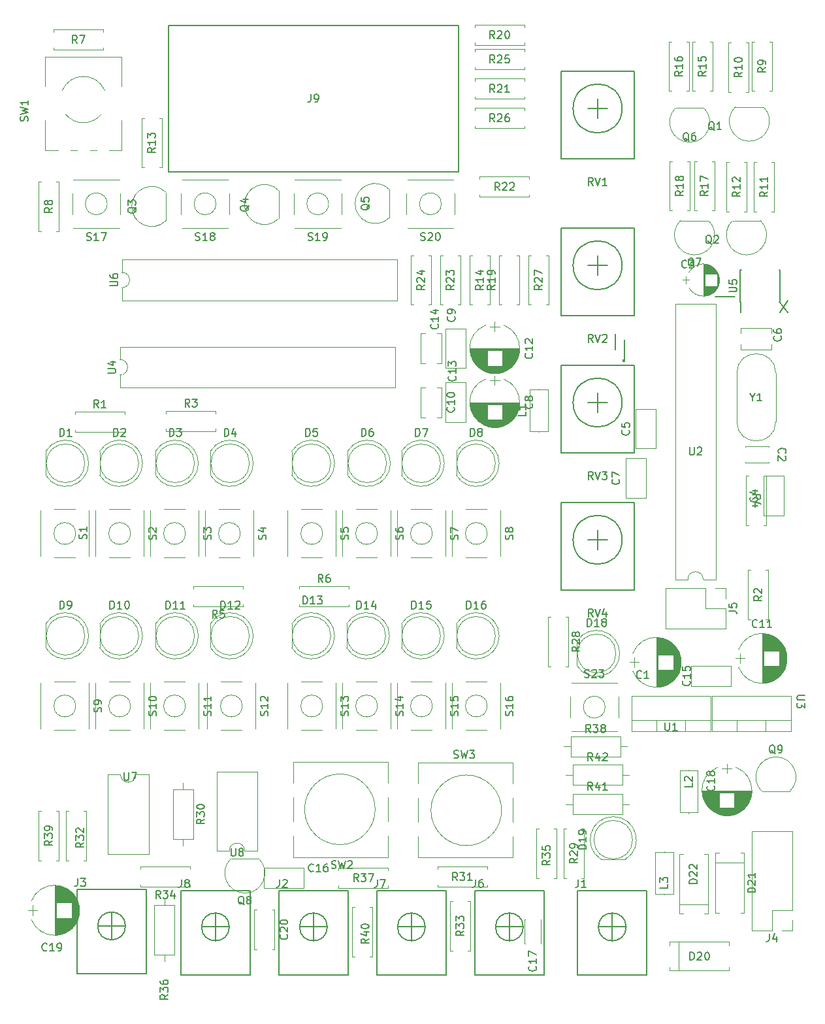
<source format=gbr>
G04 #@! TF.GenerationSoftware,KiCad,Pcbnew,(5.0.0)*
G04 #@! TF.CreationDate,2018-08-16T22:16:20-07:00*
G04 #@! TF.ProjectId,Super Sixteen v1,5375706572205369787465656E207631,rev?*
G04 #@! TF.SameCoordinates,Original*
G04 #@! TF.FileFunction,Legend,Top*
G04 #@! TF.FilePolarity,Positive*
%FSLAX46Y46*%
G04 Gerber Fmt 4.6, Leading zero omitted, Abs format (unit mm)*
G04 Created by KiCad (PCBNEW (5.0.0)) date 08/16/18 22:16:20*
%MOMM*%
%LPD*%
G01*
G04 APERTURE LIST*
%ADD10C,0.200000*%
%ADD11C,0.120000*%
%ADD12C,0.150000*%
G04 APERTURE END LIST*
D10*
X162560000Y-66294000D02*
X165100000Y-66294000D01*
X170942000Y-67056000D02*
X171958000Y-68326000D01*
X170942000Y-68326000D02*
X171958000Y-66802000D01*
X149606000Y-71120000D02*
X149606000Y-73152000D01*
X150622000Y-74422000D02*
X150622000Y-74676000D01*
X150622000Y-74676000D02*
X150622000Y-74422000D01*
X150825200Y-71882000D02*
X150825200Y-74676000D01*
D11*
G04 #@! TO.C,R35*
X141696000Y-135220000D02*
X142026000Y-135220000D01*
X142026000Y-135220000D02*
X142026000Y-141640000D01*
X142026000Y-141640000D02*
X141696000Y-141640000D01*
X139736000Y-135220000D02*
X139406000Y-135220000D01*
X139406000Y-135220000D02*
X139406000Y-141640000D01*
X139406000Y-141640000D02*
X139736000Y-141640000D01*
G04 #@! TO.C,C17*
X137942000Y-150130000D02*
X137878000Y-150130000D01*
X139998000Y-150130000D02*
X139934000Y-150130000D01*
X137942000Y-147010000D02*
X137878000Y-147010000D01*
X139998000Y-147010000D02*
X139934000Y-147010000D01*
X137878000Y-147010000D02*
X137878000Y-150130000D01*
X139998000Y-147010000D02*
X139998000Y-150130000D01*
G04 #@! TO.C,SW1*
X75724000Y-35200000D02*
X85645000Y-35200000D01*
X84010000Y-47320000D02*
X85645000Y-47320000D01*
X81510000Y-47320000D02*
X82360000Y-47320000D01*
X79010000Y-47320000D02*
X79860000Y-47320000D01*
X75724000Y-47320000D02*
X77360000Y-47320000D01*
X85645000Y-39065000D02*
X85645000Y-35200000D01*
X85645000Y-47320000D02*
X85645000Y-43454000D01*
X75724000Y-39065000D02*
X75724000Y-35200000D01*
X75724000Y-47320000D02*
X75724000Y-43454000D01*
X82982753Y-42688295D02*
G75*
G02X78387000Y-42688000I-2297753J1928295D01*
G01*
X77922568Y-39588018D02*
G75*
G02X83447000Y-39587000I2762432J-1171982D01*
G01*
G04 #@! TO.C,R30*
X93599000Y-137450000D02*
X93599000Y-136560000D01*
X93599000Y-129250000D02*
X93599000Y-130140000D01*
X94909000Y-136560000D02*
X94909000Y-130140000D01*
X92289000Y-136560000D02*
X94909000Y-136560000D01*
X92289000Y-130140000D02*
X92289000Y-136560000D01*
X94909000Y-130140000D02*
X92289000Y-130140000D01*
G04 #@! TO.C,U8*
X97934000Y-138109000D02*
X99584000Y-138109000D01*
X97934000Y-127829000D02*
X97934000Y-138109000D01*
X103234000Y-127829000D02*
X97934000Y-127829000D01*
X103234000Y-138109000D02*
X103234000Y-127829000D01*
X101584000Y-138109000D02*
X103234000Y-138109000D01*
X99584000Y-138109000D02*
G75*
G02X101584000Y-138109000I1000000J0D01*
G01*
G04 #@! TO.C,U2*
X159020000Y-102930000D02*
G75*
G02X161020000Y-102930000I1000000J0D01*
G01*
X161020000Y-102930000D02*
X162670000Y-102930000D01*
X162670000Y-102930000D02*
X162670000Y-67250000D01*
X162670000Y-67250000D02*
X157370000Y-67250000D01*
X157370000Y-67250000D02*
X157370000Y-102930000D01*
X157370000Y-102930000D02*
X159020000Y-102930000D01*
G04 #@! TO.C,R13*
X90515000Y-43145000D02*
X90845000Y-43145000D01*
X90845000Y-43145000D02*
X90845000Y-49565000D01*
X90845000Y-49565000D02*
X90515000Y-49565000D01*
X88555000Y-43145000D02*
X88225000Y-43145000D01*
X88225000Y-43145000D02*
X88225000Y-49565000D01*
X88225000Y-49565000D02*
X88555000Y-49565000D01*
G04 #@! TO.C,R14*
X133390000Y-60925000D02*
X133060000Y-60925000D01*
X133390000Y-67345000D02*
X133390000Y-60925000D01*
X133060000Y-67345000D02*
X133390000Y-67345000D01*
X130770000Y-60925000D02*
X131100000Y-60925000D01*
X130770000Y-67345000D02*
X130770000Y-60925000D01*
X131100000Y-67345000D02*
X130770000Y-67345000D01*
G04 #@! TO.C,R24*
X123480000Y-67345000D02*
X123150000Y-67345000D01*
X123150000Y-67345000D02*
X123150000Y-60925000D01*
X123150000Y-60925000D02*
X123480000Y-60925000D01*
X125440000Y-67345000D02*
X125770000Y-67345000D01*
X125770000Y-67345000D02*
X125770000Y-60925000D01*
X125770000Y-60925000D02*
X125440000Y-60925000D01*
D12*
G04 #@! TO.C,RV2*
X146050000Y-62230000D02*
X148590000Y-62230000D01*
X147320000Y-60960000D02*
X147320000Y-63500000D01*
X150495000Y-62230000D02*
G75*
G03X150495000Y-62230000I-3175000J0D01*
G01*
X142570000Y-57380000D02*
X142570000Y-68730000D01*
X152070000Y-57380000D02*
X152070000Y-68730000D01*
X142570000Y-68730000D02*
X152070000Y-68730000D01*
X142570000Y-57380000D02*
X152070000Y-57380000D01*
D11*
G04 #@! TO.C,Q3*
X91385000Y-56410000D02*
X91385000Y-52810000D01*
X91373478Y-56448478D02*
G75*
G02X86935000Y-54610000I-1838478J1838478D01*
G01*
X91373478Y-52771522D02*
G75*
G03X86935000Y-54610000I-1838478J-1838478D01*
G01*
G04 #@! TO.C,R22*
X138465000Y-53050000D02*
X138465000Y-53380000D01*
X138465000Y-53380000D02*
X132045000Y-53380000D01*
X132045000Y-53380000D02*
X132045000Y-53050000D01*
X138465000Y-51090000D02*
X138465000Y-50760000D01*
X138465000Y-50760000D02*
X132045000Y-50760000D01*
X132045000Y-50760000D02*
X132045000Y-51090000D01*
G04 #@! TO.C,S20*
X122535000Y-55605000D02*
X122535000Y-52925000D01*
X128775000Y-52925000D02*
X128775000Y-55605000D01*
X128625000Y-57385000D02*
X122685000Y-57385000D01*
X128625000Y-51145000D02*
X122685000Y-51145000D01*
X127069214Y-54265000D02*
G75*
G03X127069214Y-54265000I-1414214J0D01*
G01*
D12*
G04 #@! TO.C,J9*
X91690000Y-31140000D02*
X129290000Y-31140000D01*
X129290000Y-31140000D02*
X129290000Y-50140000D01*
X91690000Y-50140000D02*
X129290000Y-50140000D01*
X91690000Y-31140000D02*
X91690000Y-50140000D01*
D11*
G04 #@! TO.C,D11*
X95573000Y-110236462D02*
G75*
G03X90023000Y-108691170I-2990000J462D01*
G01*
X95573000Y-110235538D02*
G75*
G02X90023000Y-111780830I-2990000J-462D01*
G01*
X95083000Y-110236000D02*
G75*
G03X95083000Y-110236000I-2500000J0D01*
G01*
X90023000Y-108691000D02*
X90023000Y-111781000D01*
G04 #@! TO.C,R10*
X166588000Y-33366000D02*
X166918000Y-33366000D01*
X166918000Y-33366000D02*
X166918000Y-39786000D01*
X166918000Y-39786000D02*
X166588000Y-39786000D01*
X164628000Y-33366000D02*
X164298000Y-33366000D01*
X164298000Y-33366000D02*
X164298000Y-39786000D01*
X164298000Y-39786000D02*
X164628000Y-39786000D01*
G04 #@! TO.C,S18*
X97859214Y-54265000D02*
G75*
G03X97859214Y-54265000I-1414214J0D01*
G01*
X99415000Y-51145000D02*
X93475000Y-51145000D01*
X99415000Y-57385000D02*
X93475000Y-57385000D01*
X99565000Y-52925000D02*
X99565000Y-55605000D01*
X93325000Y-55605000D02*
X93325000Y-52925000D01*
G04 #@! TO.C,S19*
X112464214Y-54265000D02*
G75*
G03X112464214Y-54265000I-1414214J0D01*
G01*
X114020000Y-51145000D02*
X108080000Y-51145000D01*
X114020000Y-57385000D02*
X108080000Y-57385000D01*
X114170000Y-52925000D02*
X114170000Y-55605000D01*
X107930000Y-55605000D02*
X107930000Y-52925000D01*
G04 #@! TO.C,S17*
X79228000Y-55605000D02*
X79228000Y-52925000D01*
X85468000Y-52925000D02*
X85468000Y-55605000D01*
X85318000Y-57385000D02*
X79378000Y-57385000D01*
X85318000Y-51145000D02*
X79378000Y-51145000D01*
X83762214Y-54265000D02*
G75*
G03X83762214Y-54265000I-1414214J0D01*
G01*
G04 #@! TO.C,D5*
X107676000Y-86339000D02*
X107676000Y-89429000D01*
X112736000Y-87884000D02*
G75*
G03X112736000Y-87884000I-2500000J0D01*
G01*
X113226000Y-87883538D02*
G75*
G02X107676000Y-89428830I-2990000J-462D01*
G01*
X113226000Y-87884462D02*
G75*
G03X107676000Y-86339170I-2990000J462D01*
G01*
G04 #@! TO.C,D9*
X81349000Y-110236462D02*
G75*
G03X75799000Y-108691170I-2990000J462D01*
G01*
X81349000Y-110235538D02*
G75*
G02X75799000Y-111780830I-2990000J-462D01*
G01*
X80859000Y-110236000D02*
G75*
G03X80859000Y-110236000I-2500000J0D01*
G01*
X75799000Y-108691000D02*
X75799000Y-111781000D01*
G04 #@! TO.C,C1*
X157937820Y-112485864D02*
G75*
G03X151902518Y-112485000I-3017820J-1179136D01*
G01*
X157937820Y-114844136D02*
G75*
G02X151902518Y-114845000I-3017820J1179136D01*
G01*
X157937820Y-114844136D02*
G75*
G03X157937482Y-112485000I-3017820J1179136D01*
G01*
X154920000Y-110465000D02*
X154920000Y-116865000D01*
X154960000Y-110465000D02*
X154960000Y-116865000D01*
X155000000Y-110465000D02*
X155000000Y-116865000D01*
X155040000Y-110467000D02*
X155040000Y-116863000D01*
X155080000Y-110468000D02*
X155080000Y-116862000D01*
X155120000Y-110471000D02*
X155120000Y-116859000D01*
X155160000Y-110473000D02*
X155160000Y-116857000D01*
X155200000Y-110477000D02*
X155200000Y-112685000D01*
X155200000Y-114645000D02*
X155200000Y-116853000D01*
X155240000Y-110480000D02*
X155240000Y-112685000D01*
X155240000Y-114645000D02*
X155240000Y-116850000D01*
X155280000Y-110485000D02*
X155280000Y-112685000D01*
X155280000Y-114645000D02*
X155280000Y-116845000D01*
X155320000Y-110489000D02*
X155320000Y-112685000D01*
X155320000Y-114645000D02*
X155320000Y-116841000D01*
X155360000Y-110495000D02*
X155360000Y-112685000D01*
X155360000Y-114645000D02*
X155360000Y-116835000D01*
X155400000Y-110500000D02*
X155400000Y-112685000D01*
X155400000Y-114645000D02*
X155400000Y-116830000D01*
X155440000Y-110507000D02*
X155440000Y-112685000D01*
X155440000Y-114645000D02*
X155440000Y-116823000D01*
X155480000Y-110513000D02*
X155480000Y-112685000D01*
X155480000Y-114645000D02*
X155480000Y-116817000D01*
X155520000Y-110521000D02*
X155520000Y-112685000D01*
X155520000Y-114645000D02*
X155520000Y-116809000D01*
X155560000Y-110528000D02*
X155560000Y-112685000D01*
X155560000Y-114645000D02*
X155560000Y-116802000D01*
X155600000Y-110537000D02*
X155600000Y-112685000D01*
X155600000Y-114645000D02*
X155600000Y-116793000D01*
X155641000Y-110546000D02*
X155641000Y-112685000D01*
X155641000Y-114645000D02*
X155641000Y-116784000D01*
X155681000Y-110555000D02*
X155681000Y-112685000D01*
X155681000Y-114645000D02*
X155681000Y-116775000D01*
X155721000Y-110565000D02*
X155721000Y-112685000D01*
X155721000Y-114645000D02*
X155721000Y-116765000D01*
X155761000Y-110575000D02*
X155761000Y-112685000D01*
X155761000Y-114645000D02*
X155761000Y-116755000D01*
X155801000Y-110586000D02*
X155801000Y-112685000D01*
X155801000Y-114645000D02*
X155801000Y-116744000D01*
X155841000Y-110598000D02*
X155841000Y-112685000D01*
X155841000Y-114645000D02*
X155841000Y-116732000D01*
X155881000Y-110610000D02*
X155881000Y-112685000D01*
X155881000Y-114645000D02*
X155881000Y-116720000D01*
X155921000Y-110623000D02*
X155921000Y-112685000D01*
X155921000Y-114645000D02*
X155921000Y-116707000D01*
X155961000Y-110636000D02*
X155961000Y-112685000D01*
X155961000Y-114645000D02*
X155961000Y-116694000D01*
X156001000Y-110650000D02*
X156001000Y-112685000D01*
X156001000Y-114645000D02*
X156001000Y-116680000D01*
X156041000Y-110664000D02*
X156041000Y-112685000D01*
X156041000Y-114645000D02*
X156041000Y-116666000D01*
X156081000Y-110679000D02*
X156081000Y-112685000D01*
X156081000Y-114645000D02*
X156081000Y-116651000D01*
X156121000Y-110695000D02*
X156121000Y-112685000D01*
X156121000Y-114645000D02*
X156121000Y-116635000D01*
X156161000Y-110711000D02*
X156161000Y-112685000D01*
X156161000Y-114645000D02*
X156161000Y-116619000D01*
X156201000Y-110728000D02*
X156201000Y-112685000D01*
X156201000Y-114645000D02*
X156201000Y-116602000D01*
X156241000Y-110746000D02*
X156241000Y-112685000D01*
X156241000Y-114645000D02*
X156241000Y-116584000D01*
X156281000Y-110764000D02*
X156281000Y-112685000D01*
X156281000Y-114645000D02*
X156281000Y-116566000D01*
X156321000Y-110783000D02*
X156321000Y-112685000D01*
X156321000Y-114645000D02*
X156321000Y-116547000D01*
X156361000Y-110802000D02*
X156361000Y-112685000D01*
X156361000Y-114645000D02*
X156361000Y-116528000D01*
X156401000Y-110822000D02*
X156401000Y-112685000D01*
X156401000Y-114645000D02*
X156401000Y-116508000D01*
X156441000Y-110843000D02*
X156441000Y-112685000D01*
X156441000Y-114645000D02*
X156441000Y-116487000D01*
X156481000Y-110865000D02*
X156481000Y-112685000D01*
X156481000Y-114645000D02*
X156481000Y-116465000D01*
X156521000Y-110887000D02*
X156521000Y-112685000D01*
X156521000Y-114645000D02*
X156521000Y-116443000D01*
X156561000Y-110910000D02*
X156561000Y-112685000D01*
X156561000Y-114645000D02*
X156561000Y-116420000D01*
X156601000Y-110934000D02*
X156601000Y-112685000D01*
X156601000Y-114645000D02*
X156601000Y-116396000D01*
X156641000Y-110959000D02*
X156641000Y-112685000D01*
X156641000Y-114645000D02*
X156641000Y-116371000D01*
X156681000Y-110984000D02*
X156681000Y-112685000D01*
X156681000Y-114645000D02*
X156681000Y-116346000D01*
X156721000Y-111011000D02*
X156721000Y-112685000D01*
X156721000Y-114645000D02*
X156721000Y-116319000D01*
X156761000Y-111038000D02*
X156761000Y-112685000D01*
X156761000Y-114645000D02*
X156761000Y-116292000D01*
X156801000Y-111066000D02*
X156801000Y-112685000D01*
X156801000Y-114645000D02*
X156801000Y-116264000D01*
X156841000Y-111095000D02*
X156841000Y-112685000D01*
X156841000Y-114645000D02*
X156841000Y-116235000D01*
X156881000Y-111125000D02*
X156881000Y-112685000D01*
X156881000Y-114645000D02*
X156881000Y-116205000D01*
X156921000Y-111155000D02*
X156921000Y-112685000D01*
X156921000Y-114645000D02*
X156921000Y-116175000D01*
X156961000Y-111187000D02*
X156961000Y-112685000D01*
X156961000Y-114645000D02*
X156961000Y-116143000D01*
X157001000Y-111220000D02*
X157001000Y-112685000D01*
X157001000Y-114645000D02*
X157001000Y-116110000D01*
X157041000Y-111254000D02*
X157041000Y-112685000D01*
X157041000Y-114645000D02*
X157041000Y-116076000D01*
X157081000Y-111290000D02*
X157081000Y-112685000D01*
X157081000Y-114645000D02*
X157081000Y-116040000D01*
X157121000Y-111326000D02*
X157121000Y-112685000D01*
X157121000Y-114645000D02*
X157121000Y-116004000D01*
X157161000Y-111364000D02*
X157161000Y-115966000D01*
X157201000Y-111403000D02*
X157201000Y-115927000D01*
X157241000Y-111443000D02*
X157241000Y-115887000D01*
X157281000Y-111485000D02*
X157281000Y-115845000D01*
X157321000Y-111528000D02*
X157321000Y-115802000D01*
X157361000Y-111573000D02*
X157361000Y-115757000D01*
X157401000Y-111620000D02*
X157401000Y-115710000D01*
X157441000Y-111668000D02*
X157441000Y-115662000D01*
X157481000Y-111719000D02*
X157481000Y-115611000D01*
X157521000Y-111771000D02*
X157521000Y-115559000D01*
X157561000Y-111826000D02*
X157561000Y-115504000D01*
X157601000Y-111884000D02*
X157601000Y-115446000D01*
X157641000Y-111944000D02*
X157641000Y-115386000D01*
X157681000Y-112007000D02*
X157681000Y-115323000D01*
X157721000Y-112074000D02*
X157721000Y-115256000D01*
X157761000Y-112145000D02*
X157761000Y-115185000D01*
X157801000Y-112220000D02*
X157801000Y-115110000D01*
X157841000Y-112301000D02*
X157841000Y-115029000D01*
X157881000Y-112387000D02*
X157881000Y-114943000D01*
X157921000Y-112481000D02*
X157921000Y-114849000D01*
X157961000Y-112584000D02*
X157961000Y-114746000D01*
X158001000Y-112699000D02*
X158001000Y-114631000D01*
X158041000Y-112831000D02*
X158041000Y-114499000D01*
X158081000Y-112989000D02*
X158081000Y-114341000D01*
X158121000Y-113197000D02*
X158121000Y-114133000D01*
X151470000Y-113665000D02*
X152670000Y-113665000D01*
X152070000Y-113015000D02*
X152070000Y-114315000D01*
G04 #@! TO.C,C2*
X166441000Y-85681000D02*
X169561000Y-85681000D01*
X166441000Y-87801000D02*
X169561000Y-87801000D01*
X166441000Y-85681000D02*
X166441000Y-85745000D01*
X166441000Y-87737000D02*
X166441000Y-87801000D01*
X169561000Y-85681000D02*
X169561000Y-85745000D01*
X169561000Y-87737000D02*
X169561000Y-87801000D01*
G04 #@! TO.C,C3*
X158770000Y-63685000D02*
X158770000Y-64585000D01*
X158320000Y-64135000D02*
X159220000Y-64135000D01*
X163101000Y-63970000D02*
X163101000Y-64300000D01*
X163061000Y-63720000D02*
X163061000Y-64550000D01*
X163021000Y-63568000D02*
X163021000Y-64702000D01*
X162981000Y-63449000D02*
X162981000Y-64821000D01*
X162941000Y-63349000D02*
X162941000Y-64921000D01*
X162901000Y-63261000D02*
X162901000Y-65009000D01*
X162861000Y-63183000D02*
X162861000Y-65087000D01*
X162821000Y-63112000D02*
X162821000Y-65158000D01*
X162781000Y-64915000D02*
X162781000Y-65223000D01*
X162781000Y-63047000D02*
X162781000Y-63355000D01*
X162741000Y-64915000D02*
X162741000Y-65283000D01*
X162741000Y-62987000D02*
X162741000Y-63355000D01*
X162701000Y-64915000D02*
X162701000Y-65339000D01*
X162701000Y-62931000D02*
X162701000Y-63355000D01*
X162661000Y-64915000D02*
X162661000Y-65391000D01*
X162661000Y-62879000D02*
X162661000Y-63355000D01*
X162621000Y-64915000D02*
X162621000Y-65440000D01*
X162621000Y-62830000D02*
X162621000Y-63355000D01*
X162581000Y-64915000D02*
X162581000Y-65486000D01*
X162581000Y-62784000D02*
X162581000Y-63355000D01*
X162541000Y-64915000D02*
X162541000Y-65530000D01*
X162541000Y-62740000D02*
X162541000Y-63355000D01*
X162501000Y-64915000D02*
X162501000Y-65571000D01*
X162501000Y-62699000D02*
X162501000Y-63355000D01*
X162461000Y-64915000D02*
X162461000Y-65610000D01*
X162461000Y-62660000D02*
X162461000Y-63355000D01*
X162421000Y-64915000D02*
X162421000Y-65647000D01*
X162421000Y-62623000D02*
X162421000Y-63355000D01*
X162381000Y-64915000D02*
X162381000Y-65682000D01*
X162381000Y-62588000D02*
X162381000Y-63355000D01*
X162341000Y-64915000D02*
X162341000Y-65716000D01*
X162341000Y-62554000D02*
X162341000Y-63355000D01*
X162301000Y-64915000D02*
X162301000Y-65748000D01*
X162301000Y-62522000D02*
X162301000Y-63355000D01*
X162261000Y-64915000D02*
X162261000Y-65778000D01*
X162261000Y-62492000D02*
X162261000Y-63355000D01*
X162221000Y-64915000D02*
X162221000Y-65807000D01*
X162221000Y-62463000D02*
X162221000Y-63355000D01*
X162181000Y-64915000D02*
X162181000Y-65834000D01*
X162181000Y-62436000D02*
X162181000Y-63355000D01*
X162141000Y-64915000D02*
X162141000Y-65860000D01*
X162141000Y-62410000D02*
X162141000Y-63355000D01*
X162101000Y-64915000D02*
X162101000Y-65885000D01*
X162101000Y-62385000D02*
X162101000Y-63355000D01*
X162061000Y-64915000D02*
X162061000Y-65908000D01*
X162061000Y-62362000D02*
X162061000Y-63355000D01*
X162021000Y-64915000D02*
X162021000Y-65931000D01*
X162021000Y-62339000D02*
X162021000Y-63355000D01*
X161981000Y-64915000D02*
X161981000Y-65952000D01*
X161981000Y-62318000D02*
X161981000Y-63355000D01*
X161941000Y-64915000D02*
X161941000Y-65972000D01*
X161941000Y-62298000D02*
X161941000Y-63355000D01*
X161901000Y-64915000D02*
X161901000Y-65991000D01*
X161901000Y-62279000D02*
X161901000Y-63355000D01*
X161861000Y-64915000D02*
X161861000Y-66009000D01*
X161861000Y-62261000D02*
X161861000Y-63355000D01*
X161821000Y-64915000D02*
X161821000Y-66026000D01*
X161821000Y-62244000D02*
X161821000Y-63355000D01*
X161781000Y-64915000D02*
X161781000Y-66042000D01*
X161781000Y-62228000D02*
X161781000Y-63355000D01*
X161741000Y-64915000D02*
X161741000Y-66058000D01*
X161741000Y-62212000D02*
X161741000Y-63355000D01*
X161700000Y-64915000D02*
X161700000Y-66072000D01*
X161700000Y-62198000D02*
X161700000Y-63355000D01*
X161660000Y-64915000D02*
X161660000Y-66085000D01*
X161660000Y-62185000D02*
X161660000Y-63355000D01*
X161620000Y-64915000D02*
X161620000Y-66098000D01*
X161620000Y-62172000D02*
X161620000Y-63355000D01*
X161580000Y-64915000D02*
X161580000Y-66109000D01*
X161580000Y-62161000D02*
X161580000Y-63355000D01*
X161540000Y-64915000D02*
X161540000Y-66120000D01*
X161540000Y-62150000D02*
X161540000Y-63355000D01*
X161500000Y-64915000D02*
X161500000Y-66130000D01*
X161500000Y-62140000D02*
X161500000Y-63355000D01*
X161460000Y-64915000D02*
X161460000Y-66139000D01*
X161460000Y-62131000D02*
X161460000Y-63355000D01*
X161420000Y-64915000D02*
X161420000Y-66147000D01*
X161420000Y-62123000D02*
X161420000Y-63355000D01*
X161380000Y-64915000D02*
X161380000Y-66154000D01*
X161380000Y-62116000D02*
X161380000Y-63355000D01*
X161340000Y-64915000D02*
X161340000Y-66161000D01*
X161340000Y-62109000D02*
X161340000Y-63355000D01*
X161300000Y-64915000D02*
X161300000Y-66167000D01*
X161300000Y-62103000D02*
X161300000Y-63355000D01*
X161260000Y-64915000D02*
X161260000Y-66172000D01*
X161260000Y-62098000D02*
X161260000Y-63355000D01*
X161220000Y-62094000D02*
X161220000Y-66176000D01*
X161180000Y-62091000D02*
X161180000Y-66179000D01*
X161140000Y-62088000D02*
X161140000Y-66182000D01*
X161100000Y-62086000D02*
X161100000Y-66184000D01*
X161060000Y-62085000D02*
X161060000Y-66185000D01*
X161020000Y-62085000D02*
X161020000Y-66185000D01*
X162866436Y-65114170D02*
G75*
G03X162865996Y-63155000I-1846436J979170D01*
G01*
X162866436Y-65114170D02*
G75*
G02X159174004Y-65115000I-1846436J979170D01*
G01*
X162866436Y-63155830D02*
G75*
G03X159174004Y-63155000I-1846436J-979170D01*
G01*
G04 #@! TO.C,C4*
X168870000Y-94655000D02*
X168870000Y-89535000D01*
X171490000Y-94655000D02*
X171490000Y-89535000D01*
X168870000Y-94655000D02*
X171490000Y-94655000D01*
X168870000Y-89535000D02*
X171490000Y-89535000D01*
G04 #@! TO.C,C5*
X154853000Y-80859000D02*
X154853000Y-85979000D01*
X152233000Y-80859000D02*
X152233000Y-85979000D01*
X154853000Y-80859000D02*
X152233000Y-80859000D01*
X154853000Y-85979000D02*
X152233000Y-85979000D01*
G04 #@! TO.C,C6*
X169834000Y-72505000D02*
X169834000Y-73115000D01*
X169834000Y-70395000D02*
X169834000Y-71005000D01*
X165914000Y-72505000D02*
X165914000Y-73115000D01*
X165914000Y-70395000D02*
X165914000Y-71005000D01*
X165914000Y-73115000D02*
X169834000Y-73115000D01*
X165914000Y-70395000D02*
X169834000Y-70395000D01*
G04 #@! TO.C,C7*
X150963000Y-87249000D02*
X153583000Y-87249000D01*
X150963000Y-92369000D02*
X153583000Y-92369000D01*
X153583000Y-92369000D02*
X153583000Y-87249000D01*
X150963000Y-92369000D02*
X150963000Y-87249000D01*
G04 #@! TO.C,C8*
X134635000Y-77140000D02*
X133335000Y-77140000D01*
X133985000Y-76540000D02*
X133985000Y-77740000D01*
X134453000Y-83191000D02*
X133517000Y-83191000D01*
X134661000Y-83151000D02*
X133309000Y-83151000D01*
X134819000Y-83111000D02*
X133151000Y-83111000D01*
X134951000Y-83071000D02*
X133019000Y-83071000D01*
X135066000Y-83031000D02*
X132904000Y-83031000D01*
X135169000Y-82991000D02*
X132801000Y-82991000D01*
X135263000Y-82951000D02*
X132707000Y-82951000D01*
X135349000Y-82911000D02*
X132621000Y-82911000D01*
X135430000Y-82871000D02*
X132540000Y-82871000D01*
X135505000Y-82831000D02*
X132465000Y-82831000D01*
X135576000Y-82791000D02*
X132394000Y-82791000D01*
X135643000Y-82751000D02*
X132327000Y-82751000D01*
X135706000Y-82711000D02*
X132264000Y-82711000D01*
X135766000Y-82671000D02*
X132204000Y-82671000D01*
X135824000Y-82631000D02*
X132146000Y-82631000D01*
X135879000Y-82591000D02*
X132091000Y-82591000D01*
X135931000Y-82551000D02*
X132039000Y-82551000D01*
X135982000Y-82511000D02*
X131988000Y-82511000D01*
X136030000Y-82471000D02*
X131940000Y-82471000D01*
X136077000Y-82431000D02*
X131893000Y-82431000D01*
X136122000Y-82391000D02*
X131848000Y-82391000D01*
X136165000Y-82351000D02*
X131805000Y-82351000D01*
X136207000Y-82311000D02*
X131763000Y-82311000D01*
X136247000Y-82271000D02*
X131723000Y-82271000D01*
X136286000Y-82231000D02*
X131684000Y-82231000D01*
X133005000Y-82191000D02*
X131646000Y-82191000D01*
X136324000Y-82191000D02*
X134965000Y-82191000D01*
X133005000Y-82151000D02*
X131610000Y-82151000D01*
X136360000Y-82151000D02*
X134965000Y-82151000D01*
X133005000Y-82111000D02*
X131574000Y-82111000D01*
X136396000Y-82111000D02*
X134965000Y-82111000D01*
X133005000Y-82071000D02*
X131540000Y-82071000D01*
X136430000Y-82071000D02*
X134965000Y-82071000D01*
X133005000Y-82031000D02*
X131507000Y-82031000D01*
X136463000Y-82031000D02*
X134965000Y-82031000D01*
X133005000Y-81991000D02*
X131475000Y-81991000D01*
X136495000Y-81991000D02*
X134965000Y-81991000D01*
X133005000Y-81951000D02*
X131445000Y-81951000D01*
X136525000Y-81951000D02*
X134965000Y-81951000D01*
X133005000Y-81911000D02*
X131415000Y-81911000D01*
X136555000Y-81911000D02*
X134965000Y-81911000D01*
X133005000Y-81871000D02*
X131386000Y-81871000D01*
X136584000Y-81871000D02*
X134965000Y-81871000D01*
X133005000Y-81831000D02*
X131358000Y-81831000D01*
X136612000Y-81831000D02*
X134965000Y-81831000D01*
X133005000Y-81791000D02*
X131331000Y-81791000D01*
X136639000Y-81791000D02*
X134965000Y-81791000D01*
X133005000Y-81751000D02*
X131304000Y-81751000D01*
X136666000Y-81751000D02*
X134965000Y-81751000D01*
X133005000Y-81711000D02*
X131279000Y-81711000D01*
X136691000Y-81711000D02*
X134965000Y-81711000D01*
X133005000Y-81671000D02*
X131254000Y-81671000D01*
X136716000Y-81671000D02*
X134965000Y-81671000D01*
X133005000Y-81631000D02*
X131230000Y-81631000D01*
X136740000Y-81631000D02*
X134965000Y-81631000D01*
X133005000Y-81591000D02*
X131207000Y-81591000D01*
X136763000Y-81591000D02*
X134965000Y-81591000D01*
X133005000Y-81551000D02*
X131185000Y-81551000D01*
X136785000Y-81551000D02*
X134965000Y-81551000D01*
X133005000Y-81511000D02*
X131163000Y-81511000D01*
X136807000Y-81511000D02*
X134965000Y-81511000D01*
X133005000Y-81471000D02*
X131142000Y-81471000D01*
X136828000Y-81471000D02*
X134965000Y-81471000D01*
X133005000Y-81431000D02*
X131122000Y-81431000D01*
X136848000Y-81431000D02*
X134965000Y-81431000D01*
X133005000Y-81391000D02*
X131103000Y-81391000D01*
X136867000Y-81391000D02*
X134965000Y-81391000D01*
X133005000Y-81351000D02*
X131084000Y-81351000D01*
X136886000Y-81351000D02*
X134965000Y-81351000D01*
X133005000Y-81311000D02*
X131066000Y-81311000D01*
X136904000Y-81311000D02*
X134965000Y-81311000D01*
X133005000Y-81271000D02*
X131048000Y-81271000D01*
X136922000Y-81271000D02*
X134965000Y-81271000D01*
X133005000Y-81231000D02*
X131031000Y-81231000D01*
X136939000Y-81231000D02*
X134965000Y-81231000D01*
X133005000Y-81191000D02*
X131015000Y-81191000D01*
X136955000Y-81191000D02*
X134965000Y-81191000D01*
X133005000Y-81151000D02*
X130999000Y-81151000D01*
X136971000Y-81151000D02*
X134965000Y-81151000D01*
X133005000Y-81111000D02*
X130984000Y-81111000D01*
X136986000Y-81111000D02*
X134965000Y-81111000D01*
X133005000Y-81071000D02*
X130970000Y-81071000D01*
X137000000Y-81071000D02*
X134965000Y-81071000D01*
X133005000Y-81031000D02*
X130956000Y-81031000D01*
X137014000Y-81031000D02*
X134965000Y-81031000D01*
X133005000Y-80991000D02*
X130943000Y-80991000D01*
X137027000Y-80991000D02*
X134965000Y-80991000D01*
X133005000Y-80951000D02*
X130930000Y-80951000D01*
X137040000Y-80951000D02*
X134965000Y-80951000D01*
X133005000Y-80911000D02*
X130918000Y-80911000D01*
X137052000Y-80911000D02*
X134965000Y-80911000D01*
X133005000Y-80871000D02*
X130906000Y-80871000D01*
X137064000Y-80871000D02*
X134965000Y-80871000D01*
X133005000Y-80831000D02*
X130895000Y-80831000D01*
X137075000Y-80831000D02*
X134965000Y-80831000D01*
X133005000Y-80791000D02*
X130885000Y-80791000D01*
X137085000Y-80791000D02*
X134965000Y-80791000D01*
X133005000Y-80751000D02*
X130875000Y-80751000D01*
X137095000Y-80751000D02*
X134965000Y-80751000D01*
X133005000Y-80711000D02*
X130866000Y-80711000D01*
X137104000Y-80711000D02*
X134965000Y-80711000D01*
X133005000Y-80670000D02*
X130857000Y-80670000D01*
X137113000Y-80670000D02*
X134965000Y-80670000D01*
X133005000Y-80630000D02*
X130848000Y-80630000D01*
X137122000Y-80630000D02*
X134965000Y-80630000D01*
X133005000Y-80590000D02*
X130841000Y-80590000D01*
X137129000Y-80590000D02*
X134965000Y-80590000D01*
X133005000Y-80550000D02*
X130833000Y-80550000D01*
X137137000Y-80550000D02*
X134965000Y-80550000D01*
X133005000Y-80510000D02*
X130827000Y-80510000D01*
X137143000Y-80510000D02*
X134965000Y-80510000D01*
X133005000Y-80470000D02*
X130820000Y-80470000D01*
X137150000Y-80470000D02*
X134965000Y-80470000D01*
X133005000Y-80430000D02*
X130815000Y-80430000D01*
X137155000Y-80430000D02*
X134965000Y-80430000D01*
X133005000Y-80390000D02*
X130809000Y-80390000D01*
X137161000Y-80390000D02*
X134965000Y-80390000D01*
X133005000Y-80350000D02*
X130805000Y-80350000D01*
X137165000Y-80350000D02*
X134965000Y-80350000D01*
X133005000Y-80310000D02*
X130800000Y-80310000D01*
X137170000Y-80310000D02*
X134965000Y-80310000D01*
X133005000Y-80270000D02*
X130797000Y-80270000D01*
X137173000Y-80270000D02*
X134965000Y-80270000D01*
X137177000Y-80230000D02*
X130793000Y-80230000D01*
X137179000Y-80190000D02*
X130791000Y-80190000D01*
X137182000Y-80150000D02*
X130788000Y-80150000D01*
X137183000Y-80110000D02*
X130787000Y-80110000D01*
X137185000Y-80070000D02*
X130785000Y-80070000D01*
X137185000Y-80030000D02*
X130785000Y-80030000D01*
X137185000Y-79990000D02*
X130785000Y-79990000D01*
X132805864Y-83007820D02*
G75*
G03X135165000Y-83007482I1179136J3017820D01*
G01*
X132805864Y-83007820D02*
G75*
G02X132805000Y-76972518I1179136J3017820D01*
G01*
X135164136Y-83007820D02*
G75*
G03X135165000Y-76972518I-1179136J3017820D01*
G01*
G04 #@! TO.C,C9*
X130215000Y-75565000D02*
X127595000Y-75565000D01*
X130215000Y-70445000D02*
X127595000Y-70445000D01*
X127595000Y-70445000D02*
X127595000Y-75565000D01*
X130215000Y-70445000D02*
X130215000Y-75565000D01*
G04 #@! TO.C,C10*
X124980000Y-81950000D02*
X124370000Y-81950000D01*
X127090000Y-81950000D02*
X126480000Y-81950000D01*
X124980000Y-78030000D02*
X124370000Y-78030000D01*
X127090000Y-78030000D02*
X126480000Y-78030000D01*
X124370000Y-78030000D02*
X124370000Y-81950000D01*
X127090000Y-78030000D02*
X127090000Y-81950000D01*
G04 #@! TO.C,C11*
X171653820Y-111977864D02*
G75*
G03X165618518Y-111977000I-3017820J-1179136D01*
G01*
X171653820Y-114336136D02*
G75*
G02X165618518Y-114337000I-3017820J1179136D01*
G01*
X171653820Y-114336136D02*
G75*
G03X171653482Y-111977000I-3017820J1179136D01*
G01*
X168636000Y-109957000D02*
X168636000Y-116357000D01*
X168676000Y-109957000D02*
X168676000Y-116357000D01*
X168716000Y-109957000D02*
X168716000Y-116357000D01*
X168756000Y-109959000D02*
X168756000Y-116355000D01*
X168796000Y-109960000D02*
X168796000Y-116354000D01*
X168836000Y-109963000D02*
X168836000Y-116351000D01*
X168876000Y-109965000D02*
X168876000Y-116349000D01*
X168916000Y-109969000D02*
X168916000Y-112177000D01*
X168916000Y-114137000D02*
X168916000Y-116345000D01*
X168956000Y-109972000D02*
X168956000Y-112177000D01*
X168956000Y-114137000D02*
X168956000Y-116342000D01*
X168996000Y-109977000D02*
X168996000Y-112177000D01*
X168996000Y-114137000D02*
X168996000Y-116337000D01*
X169036000Y-109981000D02*
X169036000Y-112177000D01*
X169036000Y-114137000D02*
X169036000Y-116333000D01*
X169076000Y-109987000D02*
X169076000Y-112177000D01*
X169076000Y-114137000D02*
X169076000Y-116327000D01*
X169116000Y-109992000D02*
X169116000Y-112177000D01*
X169116000Y-114137000D02*
X169116000Y-116322000D01*
X169156000Y-109999000D02*
X169156000Y-112177000D01*
X169156000Y-114137000D02*
X169156000Y-116315000D01*
X169196000Y-110005000D02*
X169196000Y-112177000D01*
X169196000Y-114137000D02*
X169196000Y-116309000D01*
X169236000Y-110013000D02*
X169236000Y-112177000D01*
X169236000Y-114137000D02*
X169236000Y-116301000D01*
X169276000Y-110020000D02*
X169276000Y-112177000D01*
X169276000Y-114137000D02*
X169276000Y-116294000D01*
X169316000Y-110029000D02*
X169316000Y-112177000D01*
X169316000Y-114137000D02*
X169316000Y-116285000D01*
X169357000Y-110038000D02*
X169357000Y-112177000D01*
X169357000Y-114137000D02*
X169357000Y-116276000D01*
X169397000Y-110047000D02*
X169397000Y-112177000D01*
X169397000Y-114137000D02*
X169397000Y-116267000D01*
X169437000Y-110057000D02*
X169437000Y-112177000D01*
X169437000Y-114137000D02*
X169437000Y-116257000D01*
X169477000Y-110067000D02*
X169477000Y-112177000D01*
X169477000Y-114137000D02*
X169477000Y-116247000D01*
X169517000Y-110078000D02*
X169517000Y-112177000D01*
X169517000Y-114137000D02*
X169517000Y-116236000D01*
X169557000Y-110090000D02*
X169557000Y-112177000D01*
X169557000Y-114137000D02*
X169557000Y-116224000D01*
X169597000Y-110102000D02*
X169597000Y-112177000D01*
X169597000Y-114137000D02*
X169597000Y-116212000D01*
X169637000Y-110115000D02*
X169637000Y-112177000D01*
X169637000Y-114137000D02*
X169637000Y-116199000D01*
X169677000Y-110128000D02*
X169677000Y-112177000D01*
X169677000Y-114137000D02*
X169677000Y-116186000D01*
X169717000Y-110142000D02*
X169717000Y-112177000D01*
X169717000Y-114137000D02*
X169717000Y-116172000D01*
X169757000Y-110156000D02*
X169757000Y-112177000D01*
X169757000Y-114137000D02*
X169757000Y-116158000D01*
X169797000Y-110171000D02*
X169797000Y-112177000D01*
X169797000Y-114137000D02*
X169797000Y-116143000D01*
X169837000Y-110187000D02*
X169837000Y-112177000D01*
X169837000Y-114137000D02*
X169837000Y-116127000D01*
X169877000Y-110203000D02*
X169877000Y-112177000D01*
X169877000Y-114137000D02*
X169877000Y-116111000D01*
X169917000Y-110220000D02*
X169917000Y-112177000D01*
X169917000Y-114137000D02*
X169917000Y-116094000D01*
X169957000Y-110238000D02*
X169957000Y-112177000D01*
X169957000Y-114137000D02*
X169957000Y-116076000D01*
X169997000Y-110256000D02*
X169997000Y-112177000D01*
X169997000Y-114137000D02*
X169997000Y-116058000D01*
X170037000Y-110275000D02*
X170037000Y-112177000D01*
X170037000Y-114137000D02*
X170037000Y-116039000D01*
X170077000Y-110294000D02*
X170077000Y-112177000D01*
X170077000Y-114137000D02*
X170077000Y-116020000D01*
X170117000Y-110314000D02*
X170117000Y-112177000D01*
X170117000Y-114137000D02*
X170117000Y-116000000D01*
X170157000Y-110335000D02*
X170157000Y-112177000D01*
X170157000Y-114137000D02*
X170157000Y-115979000D01*
X170197000Y-110357000D02*
X170197000Y-112177000D01*
X170197000Y-114137000D02*
X170197000Y-115957000D01*
X170237000Y-110379000D02*
X170237000Y-112177000D01*
X170237000Y-114137000D02*
X170237000Y-115935000D01*
X170277000Y-110402000D02*
X170277000Y-112177000D01*
X170277000Y-114137000D02*
X170277000Y-115912000D01*
X170317000Y-110426000D02*
X170317000Y-112177000D01*
X170317000Y-114137000D02*
X170317000Y-115888000D01*
X170357000Y-110451000D02*
X170357000Y-112177000D01*
X170357000Y-114137000D02*
X170357000Y-115863000D01*
X170397000Y-110476000D02*
X170397000Y-112177000D01*
X170397000Y-114137000D02*
X170397000Y-115838000D01*
X170437000Y-110503000D02*
X170437000Y-112177000D01*
X170437000Y-114137000D02*
X170437000Y-115811000D01*
X170477000Y-110530000D02*
X170477000Y-112177000D01*
X170477000Y-114137000D02*
X170477000Y-115784000D01*
X170517000Y-110558000D02*
X170517000Y-112177000D01*
X170517000Y-114137000D02*
X170517000Y-115756000D01*
X170557000Y-110587000D02*
X170557000Y-112177000D01*
X170557000Y-114137000D02*
X170557000Y-115727000D01*
X170597000Y-110617000D02*
X170597000Y-112177000D01*
X170597000Y-114137000D02*
X170597000Y-115697000D01*
X170637000Y-110647000D02*
X170637000Y-112177000D01*
X170637000Y-114137000D02*
X170637000Y-115667000D01*
X170677000Y-110679000D02*
X170677000Y-112177000D01*
X170677000Y-114137000D02*
X170677000Y-115635000D01*
X170717000Y-110712000D02*
X170717000Y-112177000D01*
X170717000Y-114137000D02*
X170717000Y-115602000D01*
X170757000Y-110746000D02*
X170757000Y-112177000D01*
X170757000Y-114137000D02*
X170757000Y-115568000D01*
X170797000Y-110782000D02*
X170797000Y-112177000D01*
X170797000Y-114137000D02*
X170797000Y-115532000D01*
X170837000Y-110818000D02*
X170837000Y-112177000D01*
X170837000Y-114137000D02*
X170837000Y-115496000D01*
X170877000Y-110856000D02*
X170877000Y-115458000D01*
X170917000Y-110895000D02*
X170917000Y-115419000D01*
X170957000Y-110935000D02*
X170957000Y-115379000D01*
X170997000Y-110977000D02*
X170997000Y-115337000D01*
X171037000Y-111020000D02*
X171037000Y-115294000D01*
X171077000Y-111065000D02*
X171077000Y-115249000D01*
X171117000Y-111112000D02*
X171117000Y-115202000D01*
X171157000Y-111160000D02*
X171157000Y-115154000D01*
X171197000Y-111211000D02*
X171197000Y-115103000D01*
X171237000Y-111263000D02*
X171237000Y-115051000D01*
X171277000Y-111318000D02*
X171277000Y-114996000D01*
X171317000Y-111376000D02*
X171317000Y-114938000D01*
X171357000Y-111436000D02*
X171357000Y-114878000D01*
X171397000Y-111499000D02*
X171397000Y-114815000D01*
X171437000Y-111566000D02*
X171437000Y-114748000D01*
X171477000Y-111637000D02*
X171477000Y-114677000D01*
X171517000Y-111712000D02*
X171517000Y-114602000D01*
X171557000Y-111793000D02*
X171557000Y-114521000D01*
X171597000Y-111879000D02*
X171597000Y-114435000D01*
X171637000Y-111973000D02*
X171637000Y-114341000D01*
X171677000Y-112076000D02*
X171677000Y-114238000D01*
X171717000Y-112191000D02*
X171717000Y-114123000D01*
X171757000Y-112323000D02*
X171757000Y-113991000D01*
X171797000Y-112481000D02*
X171797000Y-113833000D01*
X171837000Y-112689000D02*
X171837000Y-113625000D01*
X165186000Y-113157000D02*
X166386000Y-113157000D01*
X165786000Y-112507000D02*
X165786000Y-113807000D01*
G04 #@! TO.C,C12*
X135164136Y-76022820D02*
G75*
G03X135165000Y-69987518I-1179136J3017820D01*
G01*
X132805864Y-76022820D02*
G75*
G02X132805000Y-69987518I1179136J3017820D01*
G01*
X132805864Y-76022820D02*
G75*
G03X135165000Y-76022482I1179136J3017820D01*
G01*
X137185000Y-73005000D02*
X130785000Y-73005000D01*
X137185000Y-73045000D02*
X130785000Y-73045000D01*
X137185000Y-73085000D02*
X130785000Y-73085000D01*
X137183000Y-73125000D02*
X130787000Y-73125000D01*
X137182000Y-73165000D02*
X130788000Y-73165000D01*
X137179000Y-73205000D02*
X130791000Y-73205000D01*
X137177000Y-73245000D02*
X130793000Y-73245000D01*
X137173000Y-73285000D02*
X134965000Y-73285000D01*
X133005000Y-73285000D02*
X130797000Y-73285000D01*
X137170000Y-73325000D02*
X134965000Y-73325000D01*
X133005000Y-73325000D02*
X130800000Y-73325000D01*
X137165000Y-73365000D02*
X134965000Y-73365000D01*
X133005000Y-73365000D02*
X130805000Y-73365000D01*
X137161000Y-73405000D02*
X134965000Y-73405000D01*
X133005000Y-73405000D02*
X130809000Y-73405000D01*
X137155000Y-73445000D02*
X134965000Y-73445000D01*
X133005000Y-73445000D02*
X130815000Y-73445000D01*
X137150000Y-73485000D02*
X134965000Y-73485000D01*
X133005000Y-73485000D02*
X130820000Y-73485000D01*
X137143000Y-73525000D02*
X134965000Y-73525000D01*
X133005000Y-73525000D02*
X130827000Y-73525000D01*
X137137000Y-73565000D02*
X134965000Y-73565000D01*
X133005000Y-73565000D02*
X130833000Y-73565000D01*
X137129000Y-73605000D02*
X134965000Y-73605000D01*
X133005000Y-73605000D02*
X130841000Y-73605000D01*
X137122000Y-73645000D02*
X134965000Y-73645000D01*
X133005000Y-73645000D02*
X130848000Y-73645000D01*
X137113000Y-73685000D02*
X134965000Y-73685000D01*
X133005000Y-73685000D02*
X130857000Y-73685000D01*
X137104000Y-73726000D02*
X134965000Y-73726000D01*
X133005000Y-73726000D02*
X130866000Y-73726000D01*
X137095000Y-73766000D02*
X134965000Y-73766000D01*
X133005000Y-73766000D02*
X130875000Y-73766000D01*
X137085000Y-73806000D02*
X134965000Y-73806000D01*
X133005000Y-73806000D02*
X130885000Y-73806000D01*
X137075000Y-73846000D02*
X134965000Y-73846000D01*
X133005000Y-73846000D02*
X130895000Y-73846000D01*
X137064000Y-73886000D02*
X134965000Y-73886000D01*
X133005000Y-73886000D02*
X130906000Y-73886000D01*
X137052000Y-73926000D02*
X134965000Y-73926000D01*
X133005000Y-73926000D02*
X130918000Y-73926000D01*
X137040000Y-73966000D02*
X134965000Y-73966000D01*
X133005000Y-73966000D02*
X130930000Y-73966000D01*
X137027000Y-74006000D02*
X134965000Y-74006000D01*
X133005000Y-74006000D02*
X130943000Y-74006000D01*
X137014000Y-74046000D02*
X134965000Y-74046000D01*
X133005000Y-74046000D02*
X130956000Y-74046000D01*
X137000000Y-74086000D02*
X134965000Y-74086000D01*
X133005000Y-74086000D02*
X130970000Y-74086000D01*
X136986000Y-74126000D02*
X134965000Y-74126000D01*
X133005000Y-74126000D02*
X130984000Y-74126000D01*
X136971000Y-74166000D02*
X134965000Y-74166000D01*
X133005000Y-74166000D02*
X130999000Y-74166000D01*
X136955000Y-74206000D02*
X134965000Y-74206000D01*
X133005000Y-74206000D02*
X131015000Y-74206000D01*
X136939000Y-74246000D02*
X134965000Y-74246000D01*
X133005000Y-74246000D02*
X131031000Y-74246000D01*
X136922000Y-74286000D02*
X134965000Y-74286000D01*
X133005000Y-74286000D02*
X131048000Y-74286000D01*
X136904000Y-74326000D02*
X134965000Y-74326000D01*
X133005000Y-74326000D02*
X131066000Y-74326000D01*
X136886000Y-74366000D02*
X134965000Y-74366000D01*
X133005000Y-74366000D02*
X131084000Y-74366000D01*
X136867000Y-74406000D02*
X134965000Y-74406000D01*
X133005000Y-74406000D02*
X131103000Y-74406000D01*
X136848000Y-74446000D02*
X134965000Y-74446000D01*
X133005000Y-74446000D02*
X131122000Y-74446000D01*
X136828000Y-74486000D02*
X134965000Y-74486000D01*
X133005000Y-74486000D02*
X131142000Y-74486000D01*
X136807000Y-74526000D02*
X134965000Y-74526000D01*
X133005000Y-74526000D02*
X131163000Y-74526000D01*
X136785000Y-74566000D02*
X134965000Y-74566000D01*
X133005000Y-74566000D02*
X131185000Y-74566000D01*
X136763000Y-74606000D02*
X134965000Y-74606000D01*
X133005000Y-74606000D02*
X131207000Y-74606000D01*
X136740000Y-74646000D02*
X134965000Y-74646000D01*
X133005000Y-74646000D02*
X131230000Y-74646000D01*
X136716000Y-74686000D02*
X134965000Y-74686000D01*
X133005000Y-74686000D02*
X131254000Y-74686000D01*
X136691000Y-74726000D02*
X134965000Y-74726000D01*
X133005000Y-74726000D02*
X131279000Y-74726000D01*
X136666000Y-74766000D02*
X134965000Y-74766000D01*
X133005000Y-74766000D02*
X131304000Y-74766000D01*
X136639000Y-74806000D02*
X134965000Y-74806000D01*
X133005000Y-74806000D02*
X131331000Y-74806000D01*
X136612000Y-74846000D02*
X134965000Y-74846000D01*
X133005000Y-74846000D02*
X131358000Y-74846000D01*
X136584000Y-74886000D02*
X134965000Y-74886000D01*
X133005000Y-74886000D02*
X131386000Y-74886000D01*
X136555000Y-74926000D02*
X134965000Y-74926000D01*
X133005000Y-74926000D02*
X131415000Y-74926000D01*
X136525000Y-74966000D02*
X134965000Y-74966000D01*
X133005000Y-74966000D02*
X131445000Y-74966000D01*
X136495000Y-75006000D02*
X134965000Y-75006000D01*
X133005000Y-75006000D02*
X131475000Y-75006000D01*
X136463000Y-75046000D02*
X134965000Y-75046000D01*
X133005000Y-75046000D02*
X131507000Y-75046000D01*
X136430000Y-75086000D02*
X134965000Y-75086000D01*
X133005000Y-75086000D02*
X131540000Y-75086000D01*
X136396000Y-75126000D02*
X134965000Y-75126000D01*
X133005000Y-75126000D02*
X131574000Y-75126000D01*
X136360000Y-75166000D02*
X134965000Y-75166000D01*
X133005000Y-75166000D02*
X131610000Y-75166000D01*
X136324000Y-75206000D02*
X134965000Y-75206000D01*
X133005000Y-75206000D02*
X131646000Y-75206000D01*
X136286000Y-75246000D02*
X131684000Y-75246000D01*
X136247000Y-75286000D02*
X131723000Y-75286000D01*
X136207000Y-75326000D02*
X131763000Y-75326000D01*
X136165000Y-75366000D02*
X131805000Y-75366000D01*
X136122000Y-75406000D02*
X131848000Y-75406000D01*
X136077000Y-75446000D02*
X131893000Y-75446000D01*
X136030000Y-75486000D02*
X131940000Y-75486000D01*
X135982000Y-75526000D02*
X131988000Y-75526000D01*
X135931000Y-75566000D02*
X132039000Y-75566000D01*
X135879000Y-75606000D02*
X132091000Y-75606000D01*
X135824000Y-75646000D02*
X132146000Y-75646000D01*
X135766000Y-75686000D02*
X132204000Y-75686000D01*
X135706000Y-75726000D02*
X132264000Y-75726000D01*
X135643000Y-75766000D02*
X132327000Y-75766000D01*
X135576000Y-75806000D02*
X132394000Y-75806000D01*
X135505000Y-75846000D02*
X132465000Y-75846000D01*
X135430000Y-75886000D02*
X132540000Y-75886000D01*
X135349000Y-75926000D02*
X132621000Y-75926000D01*
X135263000Y-75966000D02*
X132707000Y-75966000D01*
X135169000Y-76006000D02*
X132801000Y-76006000D01*
X135066000Y-76046000D02*
X132904000Y-76046000D01*
X134951000Y-76086000D02*
X133019000Y-76086000D01*
X134819000Y-76126000D02*
X133151000Y-76126000D01*
X134661000Y-76166000D02*
X133309000Y-76166000D01*
X134453000Y-76206000D02*
X133517000Y-76206000D01*
X133985000Y-69555000D02*
X133985000Y-70755000D01*
X134635000Y-70155000D02*
X133335000Y-70155000D01*
G04 #@! TO.C,C13*
X130215000Y-77430000D02*
X130215000Y-82550000D01*
X127595000Y-77430000D02*
X127595000Y-82550000D01*
X130215000Y-77430000D02*
X127595000Y-77430000D01*
X130215000Y-82550000D02*
X127595000Y-82550000D01*
G04 #@! TO.C,C14*
X124980000Y-74965000D02*
X124370000Y-74965000D01*
X127090000Y-74965000D02*
X126480000Y-74965000D01*
X124980000Y-71045000D02*
X124370000Y-71045000D01*
X127090000Y-71045000D02*
X126480000Y-71045000D01*
X124370000Y-71045000D02*
X124370000Y-74965000D01*
X127090000Y-71045000D02*
X127090000Y-74965000D01*
G04 #@! TO.C,C15*
X159472000Y-114133000D02*
X164592000Y-114133000D01*
X159472000Y-116753000D02*
X164592000Y-116753000D01*
X159472000Y-114133000D02*
X159472000Y-116753000D01*
X164592000Y-114133000D02*
X164592000Y-116753000D01*
G04 #@! TO.C,C16*
X109220000Y-140295000D02*
X109220000Y-142915000D01*
X104100000Y-140295000D02*
X104100000Y-142915000D01*
X104100000Y-142915000D02*
X109220000Y-142915000D01*
X104100000Y-140295000D02*
X109220000Y-140295000D01*
G04 #@! TO.C,C18*
X165263136Y-133299820D02*
G75*
G03X165264000Y-127264518I-1179136J3017820D01*
G01*
X162904864Y-133299820D02*
G75*
G02X162904000Y-127264518I1179136J3017820D01*
G01*
X162904864Y-133299820D02*
G75*
G03X165264000Y-133299482I1179136J3017820D01*
G01*
X167284000Y-130282000D02*
X160884000Y-130282000D01*
X167284000Y-130322000D02*
X160884000Y-130322000D01*
X167284000Y-130362000D02*
X160884000Y-130362000D01*
X167282000Y-130402000D02*
X160886000Y-130402000D01*
X167281000Y-130442000D02*
X160887000Y-130442000D01*
X167278000Y-130482000D02*
X160890000Y-130482000D01*
X167276000Y-130522000D02*
X160892000Y-130522000D01*
X167272000Y-130562000D02*
X165064000Y-130562000D01*
X163104000Y-130562000D02*
X160896000Y-130562000D01*
X167269000Y-130602000D02*
X165064000Y-130602000D01*
X163104000Y-130602000D02*
X160899000Y-130602000D01*
X167264000Y-130642000D02*
X165064000Y-130642000D01*
X163104000Y-130642000D02*
X160904000Y-130642000D01*
X167260000Y-130682000D02*
X165064000Y-130682000D01*
X163104000Y-130682000D02*
X160908000Y-130682000D01*
X167254000Y-130722000D02*
X165064000Y-130722000D01*
X163104000Y-130722000D02*
X160914000Y-130722000D01*
X167249000Y-130762000D02*
X165064000Y-130762000D01*
X163104000Y-130762000D02*
X160919000Y-130762000D01*
X167242000Y-130802000D02*
X165064000Y-130802000D01*
X163104000Y-130802000D02*
X160926000Y-130802000D01*
X167236000Y-130842000D02*
X165064000Y-130842000D01*
X163104000Y-130842000D02*
X160932000Y-130842000D01*
X167228000Y-130882000D02*
X165064000Y-130882000D01*
X163104000Y-130882000D02*
X160940000Y-130882000D01*
X167221000Y-130922000D02*
X165064000Y-130922000D01*
X163104000Y-130922000D02*
X160947000Y-130922000D01*
X167212000Y-130962000D02*
X165064000Y-130962000D01*
X163104000Y-130962000D02*
X160956000Y-130962000D01*
X167203000Y-131003000D02*
X165064000Y-131003000D01*
X163104000Y-131003000D02*
X160965000Y-131003000D01*
X167194000Y-131043000D02*
X165064000Y-131043000D01*
X163104000Y-131043000D02*
X160974000Y-131043000D01*
X167184000Y-131083000D02*
X165064000Y-131083000D01*
X163104000Y-131083000D02*
X160984000Y-131083000D01*
X167174000Y-131123000D02*
X165064000Y-131123000D01*
X163104000Y-131123000D02*
X160994000Y-131123000D01*
X167163000Y-131163000D02*
X165064000Y-131163000D01*
X163104000Y-131163000D02*
X161005000Y-131163000D01*
X167151000Y-131203000D02*
X165064000Y-131203000D01*
X163104000Y-131203000D02*
X161017000Y-131203000D01*
X167139000Y-131243000D02*
X165064000Y-131243000D01*
X163104000Y-131243000D02*
X161029000Y-131243000D01*
X167126000Y-131283000D02*
X165064000Y-131283000D01*
X163104000Y-131283000D02*
X161042000Y-131283000D01*
X167113000Y-131323000D02*
X165064000Y-131323000D01*
X163104000Y-131323000D02*
X161055000Y-131323000D01*
X167099000Y-131363000D02*
X165064000Y-131363000D01*
X163104000Y-131363000D02*
X161069000Y-131363000D01*
X167085000Y-131403000D02*
X165064000Y-131403000D01*
X163104000Y-131403000D02*
X161083000Y-131403000D01*
X167070000Y-131443000D02*
X165064000Y-131443000D01*
X163104000Y-131443000D02*
X161098000Y-131443000D01*
X167054000Y-131483000D02*
X165064000Y-131483000D01*
X163104000Y-131483000D02*
X161114000Y-131483000D01*
X167038000Y-131523000D02*
X165064000Y-131523000D01*
X163104000Y-131523000D02*
X161130000Y-131523000D01*
X167021000Y-131563000D02*
X165064000Y-131563000D01*
X163104000Y-131563000D02*
X161147000Y-131563000D01*
X167003000Y-131603000D02*
X165064000Y-131603000D01*
X163104000Y-131603000D02*
X161165000Y-131603000D01*
X166985000Y-131643000D02*
X165064000Y-131643000D01*
X163104000Y-131643000D02*
X161183000Y-131643000D01*
X166966000Y-131683000D02*
X165064000Y-131683000D01*
X163104000Y-131683000D02*
X161202000Y-131683000D01*
X166947000Y-131723000D02*
X165064000Y-131723000D01*
X163104000Y-131723000D02*
X161221000Y-131723000D01*
X166927000Y-131763000D02*
X165064000Y-131763000D01*
X163104000Y-131763000D02*
X161241000Y-131763000D01*
X166906000Y-131803000D02*
X165064000Y-131803000D01*
X163104000Y-131803000D02*
X161262000Y-131803000D01*
X166884000Y-131843000D02*
X165064000Y-131843000D01*
X163104000Y-131843000D02*
X161284000Y-131843000D01*
X166862000Y-131883000D02*
X165064000Y-131883000D01*
X163104000Y-131883000D02*
X161306000Y-131883000D01*
X166839000Y-131923000D02*
X165064000Y-131923000D01*
X163104000Y-131923000D02*
X161329000Y-131923000D01*
X166815000Y-131963000D02*
X165064000Y-131963000D01*
X163104000Y-131963000D02*
X161353000Y-131963000D01*
X166790000Y-132003000D02*
X165064000Y-132003000D01*
X163104000Y-132003000D02*
X161378000Y-132003000D01*
X166765000Y-132043000D02*
X165064000Y-132043000D01*
X163104000Y-132043000D02*
X161403000Y-132043000D01*
X166738000Y-132083000D02*
X165064000Y-132083000D01*
X163104000Y-132083000D02*
X161430000Y-132083000D01*
X166711000Y-132123000D02*
X165064000Y-132123000D01*
X163104000Y-132123000D02*
X161457000Y-132123000D01*
X166683000Y-132163000D02*
X165064000Y-132163000D01*
X163104000Y-132163000D02*
X161485000Y-132163000D01*
X166654000Y-132203000D02*
X165064000Y-132203000D01*
X163104000Y-132203000D02*
X161514000Y-132203000D01*
X166624000Y-132243000D02*
X165064000Y-132243000D01*
X163104000Y-132243000D02*
X161544000Y-132243000D01*
X166594000Y-132283000D02*
X165064000Y-132283000D01*
X163104000Y-132283000D02*
X161574000Y-132283000D01*
X166562000Y-132323000D02*
X165064000Y-132323000D01*
X163104000Y-132323000D02*
X161606000Y-132323000D01*
X166529000Y-132363000D02*
X165064000Y-132363000D01*
X163104000Y-132363000D02*
X161639000Y-132363000D01*
X166495000Y-132403000D02*
X165064000Y-132403000D01*
X163104000Y-132403000D02*
X161673000Y-132403000D01*
X166459000Y-132443000D02*
X165064000Y-132443000D01*
X163104000Y-132443000D02*
X161709000Y-132443000D01*
X166423000Y-132483000D02*
X165064000Y-132483000D01*
X163104000Y-132483000D02*
X161745000Y-132483000D01*
X166385000Y-132523000D02*
X161783000Y-132523000D01*
X166346000Y-132563000D02*
X161822000Y-132563000D01*
X166306000Y-132603000D02*
X161862000Y-132603000D01*
X166264000Y-132643000D02*
X161904000Y-132643000D01*
X166221000Y-132683000D02*
X161947000Y-132683000D01*
X166176000Y-132723000D02*
X161992000Y-132723000D01*
X166129000Y-132763000D02*
X162039000Y-132763000D01*
X166081000Y-132803000D02*
X162087000Y-132803000D01*
X166030000Y-132843000D02*
X162138000Y-132843000D01*
X165978000Y-132883000D02*
X162190000Y-132883000D01*
X165923000Y-132923000D02*
X162245000Y-132923000D01*
X165865000Y-132963000D02*
X162303000Y-132963000D01*
X165805000Y-133003000D02*
X162363000Y-133003000D01*
X165742000Y-133043000D02*
X162426000Y-133043000D01*
X165675000Y-133083000D02*
X162493000Y-133083000D01*
X165604000Y-133123000D02*
X162564000Y-133123000D01*
X165529000Y-133163000D02*
X162639000Y-133163000D01*
X165448000Y-133203000D02*
X162720000Y-133203000D01*
X165362000Y-133243000D02*
X162806000Y-133243000D01*
X165268000Y-133283000D02*
X162900000Y-133283000D01*
X165165000Y-133323000D02*
X163003000Y-133323000D01*
X165050000Y-133363000D02*
X163118000Y-133363000D01*
X164918000Y-133403000D02*
X163250000Y-133403000D01*
X164760000Y-133443000D02*
X163408000Y-133443000D01*
X164552000Y-133483000D02*
X163616000Y-133483000D01*
X164084000Y-126832000D02*
X164084000Y-128032000D01*
X164734000Y-127432000D02*
X163434000Y-127432000D01*
G04 #@! TO.C,C19*
X74092000Y-145146000D02*
X74092000Y-146446000D01*
X73492000Y-145796000D02*
X74692000Y-145796000D01*
X80143000Y-145328000D02*
X80143000Y-146264000D01*
X80103000Y-145120000D02*
X80103000Y-146472000D01*
X80063000Y-144962000D02*
X80063000Y-146630000D01*
X80023000Y-144830000D02*
X80023000Y-146762000D01*
X79983000Y-144715000D02*
X79983000Y-146877000D01*
X79943000Y-144612000D02*
X79943000Y-146980000D01*
X79903000Y-144518000D02*
X79903000Y-147074000D01*
X79863000Y-144432000D02*
X79863000Y-147160000D01*
X79823000Y-144351000D02*
X79823000Y-147241000D01*
X79783000Y-144276000D02*
X79783000Y-147316000D01*
X79743000Y-144205000D02*
X79743000Y-147387000D01*
X79703000Y-144138000D02*
X79703000Y-147454000D01*
X79663000Y-144075000D02*
X79663000Y-147517000D01*
X79623000Y-144015000D02*
X79623000Y-147577000D01*
X79583000Y-143957000D02*
X79583000Y-147635000D01*
X79543000Y-143902000D02*
X79543000Y-147690000D01*
X79503000Y-143850000D02*
X79503000Y-147742000D01*
X79463000Y-143799000D02*
X79463000Y-147793000D01*
X79423000Y-143751000D02*
X79423000Y-147841000D01*
X79383000Y-143704000D02*
X79383000Y-147888000D01*
X79343000Y-143659000D02*
X79343000Y-147933000D01*
X79303000Y-143616000D02*
X79303000Y-147976000D01*
X79263000Y-143574000D02*
X79263000Y-148018000D01*
X79223000Y-143534000D02*
X79223000Y-148058000D01*
X79183000Y-143495000D02*
X79183000Y-148097000D01*
X79143000Y-146776000D02*
X79143000Y-148135000D01*
X79143000Y-143457000D02*
X79143000Y-144816000D01*
X79103000Y-146776000D02*
X79103000Y-148171000D01*
X79103000Y-143421000D02*
X79103000Y-144816000D01*
X79063000Y-146776000D02*
X79063000Y-148207000D01*
X79063000Y-143385000D02*
X79063000Y-144816000D01*
X79023000Y-146776000D02*
X79023000Y-148241000D01*
X79023000Y-143351000D02*
X79023000Y-144816000D01*
X78983000Y-146776000D02*
X78983000Y-148274000D01*
X78983000Y-143318000D02*
X78983000Y-144816000D01*
X78943000Y-146776000D02*
X78943000Y-148306000D01*
X78943000Y-143286000D02*
X78943000Y-144816000D01*
X78903000Y-146776000D02*
X78903000Y-148336000D01*
X78903000Y-143256000D02*
X78903000Y-144816000D01*
X78863000Y-146776000D02*
X78863000Y-148366000D01*
X78863000Y-143226000D02*
X78863000Y-144816000D01*
X78823000Y-146776000D02*
X78823000Y-148395000D01*
X78823000Y-143197000D02*
X78823000Y-144816000D01*
X78783000Y-146776000D02*
X78783000Y-148423000D01*
X78783000Y-143169000D02*
X78783000Y-144816000D01*
X78743000Y-146776000D02*
X78743000Y-148450000D01*
X78743000Y-143142000D02*
X78743000Y-144816000D01*
X78703000Y-146776000D02*
X78703000Y-148477000D01*
X78703000Y-143115000D02*
X78703000Y-144816000D01*
X78663000Y-146776000D02*
X78663000Y-148502000D01*
X78663000Y-143090000D02*
X78663000Y-144816000D01*
X78623000Y-146776000D02*
X78623000Y-148527000D01*
X78623000Y-143065000D02*
X78623000Y-144816000D01*
X78583000Y-146776000D02*
X78583000Y-148551000D01*
X78583000Y-143041000D02*
X78583000Y-144816000D01*
X78543000Y-146776000D02*
X78543000Y-148574000D01*
X78543000Y-143018000D02*
X78543000Y-144816000D01*
X78503000Y-146776000D02*
X78503000Y-148596000D01*
X78503000Y-142996000D02*
X78503000Y-144816000D01*
X78463000Y-146776000D02*
X78463000Y-148618000D01*
X78463000Y-142974000D02*
X78463000Y-144816000D01*
X78423000Y-146776000D02*
X78423000Y-148639000D01*
X78423000Y-142953000D02*
X78423000Y-144816000D01*
X78383000Y-146776000D02*
X78383000Y-148659000D01*
X78383000Y-142933000D02*
X78383000Y-144816000D01*
X78343000Y-146776000D02*
X78343000Y-148678000D01*
X78343000Y-142914000D02*
X78343000Y-144816000D01*
X78303000Y-146776000D02*
X78303000Y-148697000D01*
X78303000Y-142895000D02*
X78303000Y-144816000D01*
X78263000Y-146776000D02*
X78263000Y-148715000D01*
X78263000Y-142877000D02*
X78263000Y-144816000D01*
X78223000Y-146776000D02*
X78223000Y-148733000D01*
X78223000Y-142859000D02*
X78223000Y-144816000D01*
X78183000Y-146776000D02*
X78183000Y-148750000D01*
X78183000Y-142842000D02*
X78183000Y-144816000D01*
X78143000Y-146776000D02*
X78143000Y-148766000D01*
X78143000Y-142826000D02*
X78143000Y-144816000D01*
X78103000Y-146776000D02*
X78103000Y-148782000D01*
X78103000Y-142810000D02*
X78103000Y-144816000D01*
X78063000Y-146776000D02*
X78063000Y-148797000D01*
X78063000Y-142795000D02*
X78063000Y-144816000D01*
X78023000Y-146776000D02*
X78023000Y-148811000D01*
X78023000Y-142781000D02*
X78023000Y-144816000D01*
X77983000Y-146776000D02*
X77983000Y-148825000D01*
X77983000Y-142767000D02*
X77983000Y-144816000D01*
X77943000Y-146776000D02*
X77943000Y-148838000D01*
X77943000Y-142754000D02*
X77943000Y-144816000D01*
X77903000Y-146776000D02*
X77903000Y-148851000D01*
X77903000Y-142741000D02*
X77903000Y-144816000D01*
X77863000Y-146776000D02*
X77863000Y-148863000D01*
X77863000Y-142729000D02*
X77863000Y-144816000D01*
X77823000Y-146776000D02*
X77823000Y-148875000D01*
X77823000Y-142717000D02*
X77823000Y-144816000D01*
X77783000Y-146776000D02*
X77783000Y-148886000D01*
X77783000Y-142706000D02*
X77783000Y-144816000D01*
X77743000Y-146776000D02*
X77743000Y-148896000D01*
X77743000Y-142696000D02*
X77743000Y-144816000D01*
X77703000Y-146776000D02*
X77703000Y-148906000D01*
X77703000Y-142686000D02*
X77703000Y-144816000D01*
X77663000Y-146776000D02*
X77663000Y-148915000D01*
X77663000Y-142677000D02*
X77663000Y-144816000D01*
X77622000Y-146776000D02*
X77622000Y-148924000D01*
X77622000Y-142668000D02*
X77622000Y-144816000D01*
X77582000Y-146776000D02*
X77582000Y-148933000D01*
X77582000Y-142659000D02*
X77582000Y-144816000D01*
X77542000Y-146776000D02*
X77542000Y-148940000D01*
X77542000Y-142652000D02*
X77542000Y-144816000D01*
X77502000Y-146776000D02*
X77502000Y-148948000D01*
X77502000Y-142644000D02*
X77502000Y-144816000D01*
X77462000Y-146776000D02*
X77462000Y-148954000D01*
X77462000Y-142638000D02*
X77462000Y-144816000D01*
X77422000Y-146776000D02*
X77422000Y-148961000D01*
X77422000Y-142631000D02*
X77422000Y-144816000D01*
X77382000Y-146776000D02*
X77382000Y-148966000D01*
X77382000Y-142626000D02*
X77382000Y-144816000D01*
X77342000Y-146776000D02*
X77342000Y-148972000D01*
X77342000Y-142620000D02*
X77342000Y-144816000D01*
X77302000Y-146776000D02*
X77302000Y-148976000D01*
X77302000Y-142616000D02*
X77302000Y-144816000D01*
X77262000Y-146776000D02*
X77262000Y-148981000D01*
X77262000Y-142611000D02*
X77262000Y-144816000D01*
X77222000Y-146776000D02*
X77222000Y-148984000D01*
X77222000Y-142608000D02*
X77222000Y-144816000D01*
X77182000Y-142604000D02*
X77182000Y-148988000D01*
X77142000Y-142602000D02*
X77142000Y-148990000D01*
X77102000Y-142599000D02*
X77102000Y-148993000D01*
X77062000Y-142598000D02*
X77062000Y-148994000D01*
X77022000Y-142596000D02*
X77022000Y-148996000D01*
X76982000Y-142596000D02*
X76982000Y-148996000D01*
X76942000Y-142596000D02*
X76942000Y-148996000D01*
X79959820Y-146975136D02*
G75*
G03X79959482Y-144616000I-3017820J1179136D01*
G01*
X79959820Y-146975136D02*
G75*
G02X73924518Y-146976000I-3017820J1179136D01*
G01*
X79959820Y-144616864D02*
G75*
G03X73924518Y-144616000I-3017820J-1179136D01*
G01*
G04 #@! TO.C,D1*
X75799000Y-86339000D02*
X75799000Y-89429000D01*
X80859000Y-87884000D02*
G75*
G03X80859000Y-87884000I-2500000J0D01*
G01*
X81349000Y-87883538D02*
G75*
G02X75799000Y-89428830I-2990000J-462D01*
G01*
X81349000Y-87884462D02*
G75*
G03X75799000Y-86339170I-2990000J462D01*
G01*
G04 #@! TO.C,D2*
X82784000Y-86339000D02*
X82784000Y-89429000D01*
X87844000Y-87884000D02*
G75*
G03X87844000Y-87884000I-2500000J0D01*
G01*
X88334000Y-87883538D02*
G75*
G02X82784000Y-89428830I-2990000J-462D01*
G01*
X88334000Y-87884462D02*
G75*
G03X82784000Y-86339170I-2990000J462D01*
G01*
G04 #@! TO.C,D3*
X95573000Y-87884462D02*
G75*
G03X90023000Y-86339170I-2990000J462D01*
G01*
X95573000Y-87883538D02*
G75*
G02X90023000Y-89428830I-2990000J-462D01*
G01*
X95083000Y-87884000D02*
G75*
G03X95083000Y-87884000I-2500000J0D01*
G01*
X90023000Y-86339000D02*
X90023000Y-89429000D01*
G04 #@! TO.C,D4*
X102685000Y-87884462D02*
G75*
G03X97135000Y-86339170I-2990000J462D01*
G01*
X102685000Y-87883538D02*
G75*
G02X97135000Y-89428830I-2990000J-462D01*
G01*
X102195000Y-87884000D02*
G75*
G03X102195000Y-87884000I-2500000J0D01*
G01*
X97135000Y-86339000D02*
X97135000Y-89429000D01*
G04 #@! TO.C,D6*
X114915000Y-86339000D02*
X114915000Y-89429000D01*
X119975000Y-87884000D02*
G75*
G03X119975000Y-87884000I-2500000J0D01*
G01*
X120465000Y-87883538D02*
G75*
G02X114915000Y-89428830I-2990000J-462D01*
G01*
X120465000Y-87884462D02*
G75*
G03X114915000Y-86339170I-2990000J462D01*
G01*
G04 #@! TO.C,D7*
X121900000Y-86339000D02*
X121900000Y-89429000D01*
X126960000Y-87884000D02*
G75*
G03X126960000Y-87884000I-2500000J0D01*
G01*
X127450000Y-87883538D02*
G75*
G02X121900000Y-89428830I-2990000J-462D01*
G01*
X127450000Y-87884462D02*
G75*
G03X121900000Y-86339170I-2990000J462D01*
G01*
G04 #@! TO.C,D8*
X129012000Y-86339000D02*
X129012000Y-89429000D01*
X134072000Y-87884000D02*
G75*
G03X134072000Y-87884000I-2500000J0D01*
G01*
X134562000Y-87883538D02*
G75*
G02X129012000Y-89428830I-2990000J-462D01*
G01*
X134562000Y-87884462D02*
G75*
G03X129012000Y-86339170I-2990000J462D01*
G01*
G04 #@! TO.C,D10*
X88334000Y-110236462D02*
G75*
G03X82784000Y-108691170I-2990000J462D01*
G01*
X88334000Y-110235538D02*
G75*
G02X82784000Y-111780830I-2990000J-462D01*
G01*
X87844000Y-110236000D02*
G75*
G03X87844000Y-110236000I-2500000J0D01*
G01*
X82784000Y-108691000D02*
X82784000Y-111781000D01*
G04 #@! TO.C,D12*
X102685000Y-110236462D02*
G75*
G03X97135000Y-108691170I-2990000J462D01*
G01*
X102685000Y-110235538D02*
G75*
G02X97135000Y-111780830I-2990000J-462D01*
G01*
X102195000Y-110236000D02*
G75*
G03X102195000Y-110236000I-2500000J0D01*
G01*
X97135000Y-108691000D02*
X97135000Y-111781000D01*
G04 #@! TO.C,D13*
X107676000Y-108691000D02*
X107676000Y-111781000D01*
X112736000Y-110236000D02*
G75*
G03X112736000Y-110236000I-2500000J0D01*
G01*
X113226000Y-110235538D02*
G75*
G02X107676000Y-111780830I-2990000J-462D01*
G01*
X113226000Y-110236462D02*
G75*
G03X107676000Y-108691170I-2990000J462D01*
G01*
G04 #@! TO.C,D14*
X114788000Y-108691000D02*
X114788000Y-111781000D01*
X119848000Y-110236000D02*
G75*
G03X119848000Y-110236000I-2500000J0D01*
G01*
X120338000Y-110235538D02*
G75*
G02X114788000Y-111780830I-2990000J-462D01*
G01*
X120338000Y-110236462D02*
G75*
G03X114788000Y-108691170I-2990000J462D01*
G01*
G04 #@! TO.C,D15*
X127450000Y-110236462D02*
G75*
G03X121900000Y-108691170I-2990000J462D01*
G01*
X127450000Y-110235538D02*
G75*
G02X121900000Y-111780830I-2990000J-462D01*
G01*
X126960000Y-110236000D02*
G75*
G03X126960000Y-110236000I-2500000J0D01*
G01*
X121900000Y-108691000D02*
X121900000Y-111781000D01*
G04 #@! TO.C,D16*
X134562000Y-110236462D02*
G75*
G03X129012000Y-108691170I-2990000J462D01*
G01*
X134562000Y-110235538D02*
G75*
G02X129012000Y-111780830I-2990000J-462D01*
G01*
X134072000Y-110236000D02*
G75*
G03X134072000Y-110236000I-2500000J0D01*
G01*
X129012000Y-108691000D02*
X129012000Y-111781000D01*
G04 #@! TO.C,D18*
X150183000Y-112522462D02*
G75*
G03X144633000Y-110977170I-2990000J462D01*
G01*
X150183000Y-112521538D02*
G75*
G02X144633000Y-114066830I-2990000J-462D01*
G01*
X149693000Y-112522000D02*
G75*
G03X149693000Y-112522000I-2500000J0D01*
G01*
X144633000Y-110977000D02*
X144633000Y-114067000D01*
G04 #@! TO.C,D19*
X147807000Y-139212000D02*
X150897000Y-139212000D01*
X151852000Y-136652000D02*
G75*
G03X151852000Y-136652000I-2500000J0D01*
G01*
X149351538Y-133662000D02*
G75*
G02X150896830Y-139212000I462J-2990000D01*
G01*
X149352462Y-133662000D02*
G75*
G03X147807170Y-139212000I-462J-2990000D01*
G01*
G04 #@! TO.C,D20*
X157868000Y-149905000D02*
X157868000Y-153625000D01*
X164388000Y-153625000D02*
X164388000Y-153145000D01*
X156668000Y-153625000D02*
X164388000Y-153625000D01*
X156668000Y-153145000D02*
X156668000Y-153625000D01*
X164388000Y-149905000D02*
X164388000Y-150385000D01*
X156668000Y-149905000D02*
X164388000Y-149905000D01*
X156668000Y-150385000D02*
X156668000Y-149905000D01*
G04 #@! TO.C,D21*
X165845000Y-138380000D02*
X166325000Y-138380000D01*
X166325000Y-138380000D02*
X166325000Y-146100000D01*
X166325000Y-146100000D02*
X165845000Y-146100000D01*
X163085000Y-138380000D02*
X162605000Y-138380000D01*
X162605000Y-138380000D02*
X162605000Y-146100000D01*
X162605000Y-146100000D02*
X163085000Y-146100000D01*
X166325000Y-139580000D02*
X162605000Y-139580000D01*
G04 #@! TO.C,D22*
X157906000Y-145027000D02*
X161626000Y-145027000D01*
X161626000Y-138507000D02*
X161146000Y-138507000D01*
X161626000Y-146227000D02*
X161626000Y-138507000D01*
X161146000Y-146227000D02*
X161626000Y-146227000D01*
X157906000Y-138507000D02*
X158386000Y-138507000D01*
X157906000Y-146227000D02*
X157906000Y-138507000D01*
X158386000Y-146227000D02*
X157906000Y-146227000D01*
D12*
G04 #@! TO.C,J1*
X151025000Y-147955000D02*
X147425000Y-147955000D01*
X149225000Y-149755000D02*
X149225000Y-146155000D01*
X151025000Y-147955000D02*
G75*
G03X151025000Y-147955000I-1800000J0D01*
G01*
X144725000Y-154155000D02*
X144725000Y-143255000D01*
X153725000Y-154155000D02*
X153725000Y-143255000D01*
X153725000Y-143255000D02*
X144725000Y-143255000D01*
X153725000Y-154155000D02*
X144725000Y-154155000D01*
G04 #@! TO.C,J2*
X114990000Y-154155000D02*
X105990000Y-154155000D01*
X114990000Y-143255000D02*
X105990000Y-143255000D01*
X114990000Y-154155000D02*
X114990000Y-143255000D01*
X105990000Y-154155000D02*
X105990000Y-143255000D01*
X112290000Y-147955000D02*
G75*
G03X112290000Y-147955000I-1800000J0D01*
G01*
X110490000Y-149755000D02*
X110490000Y-146155000D01*
X112290000Y-147955000D02*
X108690000Y-147955000D01*
G04 #@! TO.C,J3*
X88828000Y-154028000D02*
X79828000Y-154028000D01*
X88828000Y-143128000D02*
X79828000Y-143128000D01*
X88828000Y-154028000D02*
X88828000Y-143128000D01*
X79828000Y-154028000D02*
X79828000Y-143128000D01*
X86128000Y-147828000D02*
G75*
G03X86128000Y-147828000I-1800000J0D01*
G01*
X84328000Y-149628000D02*
X84328000Y-146028000D01*
X86128000Y-147828000D02*
X82528000Y-147828000D01*
D11*
G04 #@! TO.C,J4*
X172526000Y-148396000D02*
X171196000Y-148396000D01*
X172526000Y-147066000D02*
X172526000Y-148396000D01*
X169926000Y-148396000D02*
X167326000Y-148396000D01*
X169926000Y-145796000D02*
X169926000Y-148396000D01*
X172526000Y-145796000D02*
X169926000Y-145796000D01*
X167326000Y-148396000D02*
X167326000Y-135576000D01*
X172526000Y-145796000D02*
X172526000Y-135576000D01*
X172526000Y-135576000D02*
X167326000Y-135576000D01*
G04 #@! TO.C,J5*
X163890000Y-104080000D02*
X163890000Y-105410000D01*
X162560000Y-104080000D02*
X163890000Y-104080000D01*
X163890000Y-106680000D02*
X163890000Y-109280000D01*
X161290000Y-106680000D02*
X163890000Y-106680000D01*
X161290000Y-104080000D02*
X161290000Y-106680000D01*
X163890000Y-109280000D02*
X156150000Y-109280000D01*
X161290000Y-104080000D02*
X156150000Y-104080000D01*
X156150000Y-104080000D02*
X156150000Y-109280000D01*
D12*
G04 #@! TO.C,J6*
X140390000Y-154155000D02*
X131390000Y-154155000D01*
X140390000Y-143255000D02*
X131390000Y-143255000D01*
X140390000Y-154155000D02*
X140390000Y-143255000D01*
X131390000Y-154155000D02*
X131390000Y-143255000D01*
X137690000Y-147955000D02*
G75*
G03X137690000Y-147955000I-1800000J0D01*
G01*
X135890000Y-149755000D02*
X135890000Y-146155000D01*
X137690000Y-147955000D02*
X134090000Y-147955000D01*
G04 #@! TO.C,J7*
X124990000Y-147955000D02*
X121390000Y-147955000D01*
X123190000Y-149755000D02*
X123190000Y-146155000D01*
X124990000Y-147955000D02*
G75*
G03X124990000Y-147955000I-1800000J0D01*
G01*
X118690000Y-154155000D02*
X118690000Y-143255000D01*
X127690000Y-154155000D02*
X127690000Y-143255000D01*
X127690000Y-143255000D02*
X118690000Y-143255000D01*
X127690000Y-154155000D02*
X118690000Y-154155000D01*
G04 #@! TO.C,J8*
X99590000Y-147955000D02*
X95990000Y-147955000D01*
X97790000Y-149755000D02*
X97790000Y-146155000D01*
X99590000Y-147955000D02*
G75*
G03X99590000Y-147955000I-1800000J0D01*
G01*
X93290000Y-154155000D02*
X93290000Y-143255000D01*
X102290000Y-154155000D02*
X102290000Y-143255000D01*
X102290000Y-143255000D02*
X93290000Y-143255000D01*
X102290000Y-154155000D02*
X93290000Y-154155000D01*
D11*
G04 #@! TO.C,L1*
X139700000Y-78196000D02*
X139700000Y-78316000D01*
X139700000Y-83856000D02*
X139700000Y-83736000D01*
X138540000Y-78316000D02*
X138540000Y-83736000D01*
X140860000Y-78316000D02*
X138540000Y-78316000D01*
X140860000Y-83736000D02*
X140860000Y-78316000D01*
X138540000Y-83736000D02*
X140860000Y-83736000D01*
G04 #@! TO.C,L2*
X160291000Y-127719000D02*
X157971000Y-127719000D01*
X157971000Y-127719000D02*
X157971000Y-133139000D01*
X157971000Y-133139000D02*
X160291000Y-133139000D01*
X160291000Y-133139000D02*
X160291000Y-127719000D01*
X159131000Y-127599000D02*
X159131000Y-127719000D01*
X159131000Y-133259000D02*
X159131000Y-133139000D01*
G04 #@! TO.C,L3*
X155956000Y-138140000D02*
X155956000Y-138260000D01*
X155956000Y-143800000D02*
X155956000Y-143680000D01*
X154796000Y-138260000D02*
X154796000Y-143680000D01*
X157116000Y-138260000D02*
X154796000Y-138260000D01*
X157116000Y-143680000D02*
X157116000Y-138260000D01*
X154796000Y-143680000D02*
X157116000Y-143680000D01*
G04 #@! TO.C,Q1*
X165166522Y-41722522D02*
G75*
G03X167005000Y-46161000I1838478J-1838478D01*
G01*
X168843478Y-41722522D02*
G75*
G02X167005000Y-46161000I-1838478J-1838478D01*
G01*
X168805000Y-41711000D02*
X165205000Y-41711000D01*
G04 #@! TO.C,Q2*
X164785522Y-56454522D02*
G75*
G03X166624000Y-60893000I1838478J-1838478D01*
G01*
X168462478Y-56454522D02*
G75*
G02X166624000Y-60893000I-1838478J-1838478D01*
G01*
X168424000Y-56443000D02*
X164824000Y-56443000D01*
G04 #@! TO.C,Q4*
X105978478Y-52517522D02*
G75*
G03X101540000Y-54356000I-1838478J-1838478D01*
G01*
X105978478Y-56194478D02*
G75*
G02X101540000Y-54356000I-1838478J1838478D01*
G01*
X105990000Y-56156000D02*
X105990000Y-52556000D01*
G04 #@! TO.C,Q5*
X120341000Y-56029000D02*
X120341000Y-52429000D01*
X120329478Y-56067478D02*
G75*
G02X115891000Y-54229000I-1838478J1838478D01*
G01*
X120329478Y-52390522D02*
G75*
G03X115891000Y-54229000I-1838478J-1838478D01*
G01*
G04 #@! TO.C,Q6*
X157419522Y-41849522D02*
G75*
G03X159258000Y-46288000I1838478J-1838478D01*
G01*
X161096478Y-41849522D02*
G75*
G02X159258000Y-46288000I-1838478J-1838478D01*
G01*
X161058000Y-41838000D02*
X157458000Y-41838000D01*
G04 #@! TO.C,Q7*
X161693000Y-56443000D02*
X158093000Y-56443000D01*
X161731478Y-56454522D02*
G75*
G02X159893000Y-60893000I-1838478J-1838478D01*
G01*
X158054522Y-56454522D02*
G75*
G03X159893000Y-60893000I1838478J-1838478D01*
G01*
G04 #@! TO.C,R1*
X86014000Y-83860000D02*
X86014000Y-83530000D01*
X79594000Y-83860000D02*
X86014000Y-83860000D01*
X79594000Y-83530000D02*
X79594000Y-83860000D01*
X86014000Y-81240000D02*
X86014000Y-81570000D01*
X79594000Y-81240000D02*
X86014000Y-81240000D01*
X79594000Y-81570000D02*
X79594000Y-81240000D01*
G04 #@! TO.C,R2*
X169458000Y-101692000D02*
X169128000Y-101692000D01*
X169458000Y-108112000D02*
X169458000Y-101692000D01*
X169128000Y-108112000D02*
X169458000Y-108112000D01*
X166838000Y-101692000D02*
X167168000Y-101692000D01*
X166838000Y-108112000D02*
X166838000Y-101692000D01*
X167168000Y-108112000D02*
X166838000Y-108112000D01*
G04 #@! TO.C,R3*
X91405000Y-81443000D02*
X91405000Y-81113000D01*
X91405000Y-81113000D02*
X97825000Y-81113000D01*
X97825000Y-81113000D02*
X97825000Y-81443000D01*
X91405000Y-83403000D02*
X91405000Y-83733000D01*
X91405000Y-83733000D02*
X97825000Y-83733000D01*
X97825000Y-83733000D02*
X97825000Y-83403000D01*
G04 #@! TO.C,R4*
X169204000Y-89500000D02*
X168874000Y-89500000D01*
X169204000Y-95920000D02*
X169204000Y-89500000D01*
X168874000Y-95920000D02*
X169204000Y-95920000D01*
X166584000Y-89500000D02*
X166914000Y-89500000D01*
X166584000Y-95920000D02*
X166584000Y-89500000D01*
X166914000Y-95920000D02*
X166584000Y-95920000D01*
G04 #@! TO.C,R5*
X94961000Y-103846000D02*
X94961000Y-104176000D01*
X101381000Y-103846000D02*
X94961000Y-103846000D01*
X101381000Y-104176000D02*
X101381000Y-103846000D01*
X94961000Y-106466000D02*
X94961000Y-106136000D01*
X101381000Y-106466000D02*
X94961000Y-106466000D01*
X101381000Y-106136000D02*
X101381000Y-106466000D01*
G04 #@! TO.C,R6*
X108677000Y-104176000D02*
X108677000Y-103846000D01*
X108677000Y-103846000D02*
X115097000Y-103846000D01*
X115097000Y-103846000D02*
X115097000Y-104176000D01*
X108677000Y-106136000D02*
X108677000Y-106466000D01*
X108677000Y-106466000D02*
X115097000Y-106466000D01*
X115097000Y-106466000D02*
X115097000Y-106136000D01*
G04 #@! TO.C,R7*
X83220000Y-34330000D02*
X83220000Y-34000000D01*
X76800000Y-34330000D02*
X83220000Y-34330000D01*
X76800000Y-34000000D02*
X76800000Y-34330000D01*
X83220000Y-31710000D02*
X83220000Y-32040000D01*
X76800000Y-31710000D02*
X83220000Y-31710000D01*
X76800000Y-32040000D02*
X76800000Y-31710000D01*
G04 #@! TO.C,R8*
X74890000Y-57820000D02*
X75220000Y-57820000D01*
X74890000Y-51400000D02*
X74890000Y-57820000D01*
X75220000Y-51400000D02*
X74890000Y-51400000D01*
X77510000Y-57820000D02*
X77180000Y-57820000D01*
X77510000Y-51400000D02*
X77510000Y-57820000D01*
X77180000Y-51400000D02*
X77510000Y-51400000D01*
G04 #@! TO.C,R9*
X169636000Y-33239000D02*
X169966000Y-33239000D01*
X169966000Y-33239000D02*
X169966000Y-39659000D01*
X169966000Y-39659000D02*
X169636000Y-39659000D01*
X167676000Y-33239000D02*
X167346000Y-33239000D01*
X167346000Y-33239000D02*
X167346000Y-39659000D01*
X167346000Y-39659000D02*
X167676000Y-39659000D01*
G04 #@! TO.C,R11*
X167600000Y-55280000D02*
X167930000Y-55280000D01*
X167600000Y-48860000D02*
X167600000Y-55280000D01*
X167930000Y-48860000D02*
X167600000Y-48860000D01*
X170220000Y-55280000D02*
X169890000Y-55280000D01*
X170220000Y-48860000D02*
X170220000Y-55280000D01*
X169890000Y-48860000D02*
X170220000Y-48860000D01*
G04 #@! TO.C,R12*
X166334000Y-48860000D02*
X166664000Y-48860000D01*
X166664000Y-48860000D02*
X166664000Y-55280000D01*
X166664000Y-55280000D02*
X166334000Y-55280000D01*
X164374000Y-48860000D02*
X164044000Y-48860000D01*
X164044000Y-48860000D02*
X164044000Y-55280000D01*
X164044000Y-55280000D02*
X164374000Y-55280000D01*
G04 #@! TO.C,R15*
X159599000Y-39659000D02*
X159929000Y-39659000D01*
X159599000Y-33239000D02*
X159599000Y-39659000D01*
X159929000Y-33239000D02*
X159599000Y-33239000D01*
X162219000Y-39659000D02*
X161889000Y-39659000D01*
X162219000Y-33239000D02*
X162219000Y-39659000D01*
X161889000Y-33239000D02*
X162219000Y-33239000D01*
G04 #@! TO.C,R16*
X158841000Y-33239000D02*
X159171000Y-33239000D01*
X159171000Y-33239000D02*
X159171000Y-39659000D01*
X159171000Y-39659000D02*
X158841000Y-39659000D01*
X156881000Y-33239000D02*
X156551000Y-33239000D01*
X156551000Y-33239000D02*
X156551000Y-39659000D01*
X156551000Y-39659000D02*
X156881000Y-39659000D01*
G04 #@! TO.C,R17*
X162143000Y-48733000D02*
X162473000Y-48733000D01*
X162473000Y-48733000D02*
X162473000Y-55153000D01*
X162473000Y-55153000D02*
X162143000Y-55153000D01*
X160183000Y-48733000D02*
X159853000Y-48733000D01*
X159853000Y-48733000D02*
X159853000Y-55153000D01*
X159853000Y-55153000D02*
X160183000Y-55153000D01*
G04 #@! TO.C,R18*
X156678000Y-55153000D02*
X157008000Y-55153000D01*
X156678000Y-48733000D02*
X156678000Y-55153000D01*
X157008000Y-48733000D02*
X156678000Y-48733000D01*
X159298000Y-55153000D02*
X158968000Y-55153000D01*
X159298000Y-48733000D02*
X159298000Y-55153000D01*
X158968000Y-48733000D02*
X159298000Y-48733000D01*
G04 #@! TO.C,R20*
X131410000Y-31075000D02*
X131410000Y-31405000D01*
X137830000Y-31075000D02*
X131410000Y-31075000D01*
X137830000Y-31405000D02*
X137830000Y-31075000D01*
X131410000Y-33695000D02*
X131410000Y-33365000D01*
X137830000Y-33695000D02*
X131410000Y-33695000D01*
X137830000Y-33365000D02*
X137830000Y-33695000D01*
G04 #@! TO.C,R21*
X131410000Y-38060000D02*
X131410000Y-38390000D01*
X137830000Y-38060000D02*
X131410000Y-38060000D01*
X137830000Y-38390000D02*
X137830000Y-38060000D01*
X131410000Y-40680000D02*
X131410000Y-40350000D01*
X137830000Y-40680000D02*
X131410000Y-40680000D01*
X137830000Y-40350000D02*
X137830000Y-40680000D01*
G04 #@! TO.C,R23*
X129580000Y-60925000D02*
X129250000Y-60925000D01*
X129580000Y-67345000D02*
X129580000Y-60925000D01*
X129250000Y-67345000D02*
X129580000Y-67345000D01*
X126960000Y-60925000D02*
X127290000Y-60925000D01*
X126960000Y-67345000D02*
X126960000Y-60925000D01*
X127290000Y-67345000D02*
X126960000Y-67345000D01*
G04 #@! TO.C,R25*
X131410000Y-34250000D02*
X131410000Y-34580000D01*
X137830000Y-34250000D02*
X131410000Y-34250000D01*
X137830000Y-34580000D02*
X137830000Y-34250000D01*
X131410000Y-36870000D02*
X131410000Y-36540000D01*
X137830000Y-36870000D02*
X131410000Y-36870000D01*
X137830000Y-36540000D02*
X137830000Y-36870000D01*
G04 #@! TO.C,R26*
X137830000Y-44160000D02*
X137830000Y-44490000D01*
X137830000Y-44490000D02*
X131410000Y-44490000D01*
X131410000Y-44490000D02*
X131410000Y-44160000D01*
X137830000Y-42200000D02*
X137830000Y-41870000D01*
X137830000Y-41870000D02*
X131410000Y-41870000D01*
X131410000Y-41870000D02*
X131410000Y-42200000D01*
G04 #@! TO.C,R27*
X138720000Y-67345000D02*
X138390000Y-67345000D01*
X138390000Y-67345000D02*
X138390000Y-60925000D01*
X138390000Y-60925000D02*
X138720000Y-60925000D01*
X140680000Y-67345000D02*
X141010000Y-67345000D01*
X141010000Y-67345000D02*
X141010000Y-60925000D01*
X141010000Y-60925000D02*
X140680000Y-60925000D01*
G04 #@! TO.C,R28*
X143220000Y-107788000D02*
X143550000Y-107788000D01*
X143550000Y-107788000D02*
X143550000Y-114208000D01*
X143550000Y-114208000D02*
X143220000Y-114208000D01*
X141260000Y-107788000D02*
X140930000Y-107788000D01*
X140930000Y-107788000D02*
X140930000Y-114208000D01*
X140930000Y-114208000D02*
X141260000Y-114208000D01*
G04 #@! TO.C,R29*
X143292000Y-141640000D02*
X142962000Y-141640000D01*
X142962000Y-141640000D02*
X142962000Y-135220000D01*
X142962000Y-135220000D02*
X143292000Y-135220000D01*
X145252000Y-141640000D02*
X145582000Y-141640000D01*
X145582000Y-141640000D02*
X145582000Y-135220000D01*
X145582000Y-135220000D02*
X145252000Y-135220000D01*
G04 #@! TO.C,R31*
X126584000Y-140498000D02*
X126584000Y-140168000D01*
X126584000Y-140168000D02*
X133004000Y-140168000D01*
X133004000Y-140168000D02*
X133004000Y-140498000D01*
X126584000Y-142458000D02*
X126584000Y-142788000D01*
X126584000Y-142788000D02*
X133004000Y-142788000D01*
X133004000Y-142788000D02*
X133004000Y-142458000D01*
G04 #@! TO.C,R32*
X78446000Y-139354000D02*
X78776000Y-139354000D01*
X78446000Y-132934000D02*
X78446000Y-139354000D01*
X78776000Y-132934000D02*
X78446000Y-132934000D01*
X81066000Y-139354000D02*
X80736000Y-139354000D01*
X81066000Y-132934000D02*
X81066000Y-139354000D01*
X80736000Y-132934000D02*
X81066000Y-132934000D01*
G04 #@! TO.C,R33*
X128560000Y-151038000D02*
X128230000Y-151038000D01*
X128230000Y-151038000D02*
X128230000Y-144618000D01*
X128230000Y-144618000D02*
X128560000Y-144618000D01*
X130520000Y-151038000D02*
X130850000Y-151038000D01*
X130850000Y-151038000D02*
X130850000Y-144618000D01*
X130850000Y-144618000D02*
X130520000Y-144618000D01*
G04 #@! TO.C,R34*
X88103000Y-140168000D02*
X88103000Y-140498000D01*
X94523000Y-140168000D02*
X88103000Y-140168000D01*
X94523000Y-140498000D02*
X94523000Y-140168000D01*
X88103000Y-142788000D02*
X88103000Y-142458000D01*
X94523000Y-142788000D02*
X88103000Y-142788000D01*
X94523000Y-142458000D02*
X94523000Y-142788000D01*
G04 #@! TO.C,R36*
X92496000Y-145126000D02*
X89876000Y-145126000D01*
X89876000Y-145126000D02*
X89876000Y-151546000D01*
X89876000Y-151546000D02*
X92496000Y-151546000D01*
X92496000Y-151546000D02*
X92496000Y-145126000D01*
X91186000Y-144236000D02*
X91186000Y-145126000D01*
X91186000Y-152436000D02*
X91186000Y-151546000D01*
G04 #@! TO.C,R37*
X113757000Y-140295000D02*
X113757000Y-140625000D01*
X120177000Y-140295000D02*
X113757000Y-140295000D01*
X120177000Y-140625000D02*
X120177000Y-140295000D01*
X113757000Y-142915000D02*
X113757000Y-142585000D01*
X120177000Y-142915000D02*
X113757000Y-142915000D01*
X120177000Y-142585000D02*
X120177000Y-142915000D01*
G04 #@! TO.C,R38*
X143856000Y-123277000D02*
X143856000Y-125897000D01*
X143856000Y-125897000D02*
X150276000Y-125897000D01*
X150276000Y-125897000D02*
X150276000Y-123277000D01*
X150276000Y-123277000D02*
X143856000Y-123277000D01*
X142966000Y-124587000D02*
X143856000Y-124587000D01*
X151166000Y-124587000D02*
X150276000Y-124587000D01*
G04 #@! TO.C,R39*
X77510000Y-132934000D02*
X77180000Y-132934000D01*
X77510000Y-139354000D02*
X77510000Y-132934000D01*
X77180000Y-139354000D02*
X77510000Y-139354000D01*
X74890000Y-132934000D02*
X75220000Y-132934000D01*
X74890000Y-139354000D02*
X74890000Y-132934000D01*
X75220000Y-139354000D02*
X74890000Y-139354000D01*
G04 #@! TO.C,R40*
X115530000Y-151800000D02*
X115860000Y-151800000D01*
X115530000Y-145380000D02*
X115530000Y-151800000D01*
X115860000Y-145380000D02*
X115530000Y-145380000D01*
X118150000Y-151800000D02*
X117820000Y-151800000D01*
X118150000Y-145380000D02*
X118150000Y-151800000D01*
X117820000Y-145380000D02*
X118150000Y-145380000D01*
G04 #@! TO.C,R41*
X151420000Y-132080000D02*
X150530000Y-132080000D01*
X143220000Y-132080000D02*
X144110000Y-132080000D01*
X150530000Y-130770000D02*
X144110000Y-130770000D01*
X150530000Y-133390000D02*
X150530000Y-130770000D01*
X144110000Y-133390000D02*
X150530000Y-133390000D01*
X144110000Y-130770000D02*
X144110000Y-133390000D01*
G04 #@! TO.C,R42*
X151420000Y-128270000D02*
X150530000Y-128270000D01*
X143220000Y-128270000D02*
X144110000Y-128270000D01*
X150530000Y-126960000D02*
X144110000Y-126960000D01*
X150530000Y-129580000D02*
X150530000Y-126960000D01*
X144110000Y-129580000D02*
X150530000Y-129580000D01*
X144110000Y-126960000D02*
X144110000Y-129580000D01*
D12*
G04 #@! TO.C,RV1*
X142570000Y-37060000D02*
X152070000Y-37060000D01*
X142570000Y-48410000D02*
X152070000Y-48410000D01*
X152070000Y-37060000D02*
X152070000Y-48410000D01*
X142570000Y-37060000D02*
X142570000Y-48410000D01*
X150495000Y-41910000D02*
G75*
G03X150495000Y-41910000I-3175000J0D01*
G01*
X147320000Y-40640000D02*
X147320000Y-43180000D01*
X146050000Y-41910000D02*
X148590000Y-41910000D01*
G04 #@! TO.C,RV3*
X142570000Y-75160000D02*
X152070000Y-75160000D01*
X142570000Y-86510000D02*
X152070000Y-86510000D01*
X152070000Y-75160000D02*
X152070000Y-86510000D01*
X142570000Y-75160000D02*
X142570000Y-86510000D01*
X150495000Y-80010000D02*
G75*
G03X150495000Y-80010000I-3175000J0D01*
G01*
X147320000Y-78740000D02*
X147320000Y-81280000D01*
X146050000Y-80010000D02*
X148590000Y-80010000D01*
G04 #@! TO.C,RV4*
X146050000Y-97790000D02*
X148590000Y-97790000D01*
X147320000Y-96520000D02*
X147320000Y-99060000D01*
X150495000Y-97790000D02*
G75*
G03X150495000Y-97790000I-3175000J0D01*
G01*
X142570000Y-92940000D02*
X142570000Y-104290000D01*
X152070000Y-92940000D02*
X152070000Y-104290000D01*
X142570000Y-104290000D02*
X152070000Y-104290000D01*
X142570000Y-92940000D02*
X152070000Y-92940000D01*
D11*
G04 #@! TO.C,U1*
X154994000Y-122635000D02*
X154994000Y-121125000D01*
X158695000Y-122635000D02*
X158695000Y-121125000D01*
X161965000Y-121125000D02*
X151725000Y-121125000D01*
X151725000Y-122635000D02*
X151725000Y-117994000D01*
X161965000Y-122635000D02*
X161965000Y-117994000D01*
X161965000Y-117994000D02*
X151725000Y-117994000D01*
X161965000Y-122635000D02*
X151725000Y-122635000D01*
G04 #@! TO.C,U3*
X172379000Y-122635000D02*
X162139000Y-122635000D01*
X172379000Y-117994000D02*
X162139000Y-117994000D01*
X172379000Y-122635000D02*
X172379000Y-117994000D01*
X162139000Y-122635000D02*
X162139000Y-117994000D01*
X172379000Y-121125000D02*
X162139000Y-121125000D01*
X169109000Y-122635000D02*
X169109000Y-121125000D01*
X165408000Y-122635000D02*
X165408000Y-121125000D01*
G04 #@! TO.C,U4*
X85411000Y-74438000D02*
G75*
G02X85411000Y-76438000I0J-1000000D01*
G01*
X85411000Y-76438000D02*
X85411000Y-78088000D01*
X85411000Y-78088000D02*
X121091000Y-78088000D01*
X121091000Y-78088000D02*
X121091000Y-72788000D01*
X121091000Y-72788000D02*
X85411000Y-72788000D01*
X85411000Y-72788000D02*
X85411000Y-74438000D01*
G04 #@! TO.C,U6*
X85665000Y-61485000D02*
X85665000Y-63135000D01*
X121345000Y-61485000D02*
X85665000Y-61485000D01*
X121345000Y-66785000D02*
X121345000Y-61485000D01*
X85665000Y-66785000D02*
X121345000Y-66785000D01*
X85665000Y-65135000D02*
X85665000Y-66785000D01*
X85665000Y-63135000D02*
G75*
G02X85665000Y-65135000I0J-1000000D01*
G01*
G04 #@! TO.C,U7*
X87487000Y-128210000D02*
G75*
G02X85487000Y-128210000I-1000000J0D01*
G01*
X85487000Y-128210000D02*
X83837000Y-128210000D01*
X83837000Y-128210000D02*
X83837000Y-138490000D01*
X83837000Y-138490000D02*
X89137000Y-138490000D01*
X89137000Y-138490000D02*
X89137000Y-128210000D01*
X89137000Y-128210000D02*
X87487000Y-128210000D01*
G04 #@! TO.C,Y1*
X170419000Y-76213000D02*
G75*
G03X165369000Y-76213000I-2525000J0D01*
G01*
X170419000Y-82463000D02*
G75*
G02X165369000Y-82463000I-2525000J0D01*
G01*
X170419000Y-82463000D02*
X170419000Y-76213000D01*
X165369000Y-82463000D02*
X165369000Y-76213000D01*
G04 #@! TO.C,S1*
X79682214Y-96976000D02*
G75*
G03X79682214Y-96976000I-1414214J0D01*
G01*
X75148000Y-94006000D02*
X75148000Y-99946000D01*
X81388000Y-94006000D02*
X81388000Y-99946000D01*
X76928000Y-93856000D02*
X79608000Y-93856000D01*
X79608000Y-100096000D02*
X76928000Y-100096000D01*
G04 #@! TO.C,S2*
X86794214Y-96976000D02*
G75*
G03X86794214Y-96976000I-1414214J0D01*
G01*
X82260000Y-94006000D02*
X82260000Y-99946000D01*
X88500000Y-94006000D02*
X88500000Y-99946000D01*
X84040000Y-93856000D02*
X86720000Y-93856000D01*
X86720000Y-100096000D02*
X84040000Y-100096000D01*
G04 #@! TO.C,S3*
X93832000Y-100096000D02*
X91152000Y-100096000D01*
X91152000Y-93856000D02*
X93832000Y-93856000D01*
X95612000Y-94006000D02*
X95612000Y-99946000D01*
X89372000Y-94006000D02*
X89372000Y-99946000D01*
X93906214Y-96976000D02*
G75*
G03X93906214Y-96976000I-1414214J0D01*
G01*
G04 #@! TO.C,S4*
X101018214Y-96976000D02*
G75*
G03X101018214Y-96976000I-1414214J0D01*
G01*
X96484000Y-94006000D02*
X96484000Y-99946000D01*
X102724000Y-94006000D02*
X102724000Y-99946000D01*
X98264000Y-93856000D02*
X100944000Y-93856000D01*
X100944000Y-100096000D02*
X98264000Y-100096000D01*
G04 #@! TO.C,S5*
X111612000Y-100096000D02*
X108932000Y-100096000D01*
X108932000Y-93856000D02*
X111612000Y-93856000D01*
X113392000Y-94006000D02*
X113392000Y-99946000D01*
X107152000Y-94006000D02*
X107152000Y-99946000D01*
X111686214Y-96976000D02*
G75*
G03X111686214Y-96976000I-1414214J0D01*
G01*
G04 #@! TO.C,S6*
X118724000Y-100096000D02*
X116044000Y-100096000D01*
X116044000Y-93856000D02*
X118724000Y-93856000D01*
X120504000Y-94006000D02*
X120504000Y-99946000D01*
X114264000Y-94006000D02*
X114264000Y-99946000D01*
X118798214Y-96976000D02*
G75*
G03X118798214Y-96976000I-1414214J0D01*
G01*
G04 #@! TO.C,S7*
X125910214Y-96976000D02*
G75*
G03X125910214Y-96976000I-1414214J0D01*
G01*
X121376000Y-94006000D02*
X121376000Y-99946000D01*
X127616000Y-94006000D02*
X127616000Y-99946000D01*
X123156000Y-93856000D02*
X125836000Y-93856000D01*
X125836000Y-100096000D02*
X123156000Y-100096000D01*
G04 #@! TO.C,S8*
X132948000Y-100096000D02*
X130268000Y-100096000D01*
X130268000Y-93856000D02*
X132948000Y-93856000D01*
X134728000Y-94006000D02*
X134728000Y-99946000D01*
X128488000Y-94006000D02*
X128488000Y-99946000D01*
X133022214Y-96976000D02*
G75*
G03X133022214Y-96976000I-1414214J0D01*
G01*
G04 #@! TO.C,S9*
X79608000Y-122448000D02*
X76928000Y-122448000D01*
X76928000Y-116208000D02*
X79608000Y-116208000D01*
X81388000Y-116358000D02*
X81388000Y-122298000D01*
X75148000Y-116358000D02*
X75148000Y-122298000D01*
X79682214Y-119328000D02*
G75*
G03X79682214Y-119328000I-1414214J0D01*
G01*
G04 #@! TO.C,S10*
X86794214Y-119328000D02*
G75*
G03X86794214Y-119328000I-1414214J0D01*
G01*
X82260000Y-116358000D02*
X82260000Y-122298000D01*
X88500000Y-116358000D02*
X88500000Y-122298000D01*
X84040000Y-116208000D02*
X86720000Y-116208000D01*
X86720000Y-122448000D02*
X84040000Y-122448000D01*
G04 #@! TO.C,S11*
X93906214Y-119328000D02*
G75*
G03X93906214Y-119328000I-1414214J0D01*
G01*
X89372000Y-116358000D02*
X89372000Y-122298000D01*
X95612000Y-116358000D02*
X95612000Y-122298000D01*
X91152000Y-116208000D02*
X93832000Y-116208000D01*
X93832000Y-122448000D02*
X91152000Y-122448000D01*
G04 #@! TO.C,S12*
X101272214Y-119328000D02*
G75*
G03X101272214Y-119328000I-1414214J0D01*
G01*
X96738000Y-116358000D02*
X96738000Y-122298000D01*
X102978000Y-116358000D02*
X102978000Y-122298000D01*
X98518000Y-116208000D02*
X101198000Y-116208000D01*
X101198000Y-122448000D02*
X98518000Y-122448000D01*
G04 #@! TO.C,S13*
X111686214Y-119328000D02*
G75*
G03X111686214Y-119328000I-1414214J0D01*
G01*
X107152000Y-116358000D02*
X107152000Y-122298000D01*
X113392000Y-116358000D02*
X113392000Y-122298000D01*
X108932000Y-116208000D02*
X111612000Y-116208000D01*
X111612000Y-122448000D02*
X108932000Y-122448000D01*
G04 #@! TO.C,S14*
X118724000Y-122448000D02*
X116044000Y-122448000D01*
X116044000Y-116208000D02*
X118724000Y-116208000D01*
X120504000Y-116358000D02*
X120504000Y-122298000D01*
X114264000Y-116358000D02*
X114264000Y-122298000D01*
X118798214Y-119328000D02*
G75*
G03X118798214Y-119328000I-1414214J0D01*
G01*
G04 #@! TO.C,S15*
X125836000Y-122448000D02*
X123156000Y-122448000D01*
X123156000Y-116208000D02*
X125836000Y-116208000D01*
X127616000Y-116358000D02*
X127616000Y-122298000D01*
X121376000Y-116358000D02*
X121376000Y-122298000D01*
X125910214Y-119328000D02*
G75*
G03X125910214Y-119328000I-1414214J0D01*
G01*
G04 #@! TO.C,S16*
X132948000Y-122448000D02*
X130268000Y-122448000D01*
X130268000Y-116208000D02*
X132948000Y-116208000D01*
X134728000Y-116358000D02*
X134728000Y-122298000D01*
X128488000Y-116358000D02*
X128488000Y-122298000D01*
X133022214Y-119328000D02*
G75*
G03X133022214Y-119328000I-1414214J0D01*
G01*
G04 #@! TO.C,Q8*
X103400000Y-139120000D02*
X99800000Y-139120000D01*
X103438478Y-139131522D02*
G75*
G02X101600000Y-143570000I-1838478J-1838478D01*
G01*
X99761522Y-139131522D02*
G75*
G03X101600000Y-143570000I1838478J-1838478D01*
G01*
G04 #@! TO.C,Q9*
X172272478Y-130362478D02*
G75*
G03X170434000Y-125924000I-1838478J1838478D01*
G01*
X168595522Y-130362478D02*
G75*
G02X170434000Y-125924000I1838478J1838478D01*
G01*
X168634000Y-130374000D02*
X172234000Y-130374000D01*
G04 #@! TO.C,S23*
X150007000Y-118131000D02*
X150007000Y-120811000D01*
X143767000Y-120811000D02*
X143767000Y-118131000D01*
X143917000Y-116351000D02*
X149857000Y-116351000D01*
X143917000Y-122591000D02*
X149857000Y-122591000D01*
X148301214Y-119471000D02*
G75*
G03X148301214Y-119471000I-1414214J0D01*
G01*
D12*
G04 #@! TO.C,U5*
X165877000Y-66972000D02*
X165877000Y-68372000D01*
X170977000Y-66972000D02*
X170977000Y-62822000D01*
X165827000Y-66972000D02*
X165827000Y-62822000D01*
X170977000Y-66972000D02*
X170832000Y-66972000D01*
X170977000Y-62822000D02*
X170832000Y-62822000D01*
X165827000Y-62822000D02*
X165972000Y-62822000D01*
X165827000Y-66972000D02*
X165877000Y-66972000D01*
D11*
G04 #@! TO.C,R19*
X137200000Y-60925000D02*
X136870000Y-60925000D01*
X137200000Y-67345000D02*
X137200000Y-60925000D01*
X136870000Y-67345000D02*
X137200000Y-67345000D01*
X134580000Y-60925000D02*
X134910000Y-60925000D01*
X134580000Y-67345000D02*
X134580000Y-60925000D01*
X134910000Y-67345000D02*
X134580000Y-67345000D01*
G04 #@! TO.C,SW2*
X107869000Y-138905000D02*
X107869000Y-136185000D01*
X107869000Y-129325000D02*
X107869000Y-126605000D01*
X120169000Y-131185000D02*
X120169000Y-134325000D01*
X120169000Y-126605000D02*
X120169000Y-129325000D01*
X118498050Y-132715000D02*
G75*
G03X118498050Y-132715000I-4579050J0D01*
G01*
X120169000Y-136185000D02*
X120169000Y-138905000D01*
X107869000Y-126605000D02*
X120169000Y-126605000D01*
X107869000Y-134325000D02*
X107869000Y-131185000D01*
X120169000Y-138905000D02*
X107869000Y-138905000D01*
G04 #@! TO.C,SW3*
X124052000Y-126652000D02*
X136352000Y-126652000D01*
X136352000Y-131232000D02*
X136352000Y-134372000D01*
X136352000Y-138952000D02*
X124052000Y-138952000D01*
X124052000Y-129372000D02*
X124052000Y-126652000D01*
X134881050Y-132842000D02*
G75*
G03X134881050Y-132842000I-4579050J0D01*
G01*
X124052000Y-138952000D02*
X124052000Y-136232000D01*
X124052000Y-134372000D02*
X124052000Y-131232000D01*
X136352000Y-136232000D02*
X136352000Y-138952000D01*
X136352000Y-126652000D02*
X136352000Y-129372000D01*
G04 #@! TO.C,C20*
X103144000Y-150856000D02*
X102830000Y-150856000D01*
X105450000Y-150856000D02*
X105136000Y-150856000D01*
X103144000Y-145736000D02*
X102830000Y-145736000D01*
X105450000Y-145736000D02*
X105136000Y-145736000D01*
X102830000Y-145736000D02*
X102830000Y-150856000D01*
X105450000Y-145736000D02*
X105450000Y-150856000D01*
G04 #@! TO.C,R35*
D12*
X141168380Y-139326857D02*
X140692190Y-139660190D01*
X141168380Y-139898285D02*
X140168380Y-139898285D01*
X140168380Y-139517333D01*
X140216000Y-139422095D01*
X140263619Y-139374476D01*
X140358857Y-139326857D01*
X140501714Y-139326857D01*
X140596952Y-139374476D01*
X140644571Y-139422095D01*
X140692190Y-139517333D01*
X140692190Y-139898285D01*
X140168380Y-138993523D02*
X140168380Y-138374476D01*
X140549333Y-138707809D01*
X140549333Y-138564952D01*
X140596952Y-138469714D01*
X140644571Y-138422095D01*
X140739809Y-138374476D01*
X140977904Y-138374476D01*
X141073142Y-138422095D01*
X141120761Y-138469714D01*
X141168380Y-138564952D01*
X141168380Y-138850666D01*
X141120761Y-138945904D01*
X141073142Y-138993523D01*
X140168380Y-137469714D02*
X140168380Y-137945904D01*
X140644571Y-137993523D01*
X140596952Y-137945904D01*
X140549333Y-137850666D01*
X140549333Y-137612571D01*
X140596952Y-137517333D01*
X140644571Y-137469714D01*
X140739809Y-137422095D01*
X140977904Y-137422095D01*
X141073142Y-137469714D01*
X141120761Y-137517333D01*
X141168380Y-137612571D01*
X141168380Y-137850666D01*
X141120761Y-137945904D01*
X141073142Y-137993523D01*
G04 #@! TO.C,C17*
X139295142Y-153042857D02*
X139342761Y-153090476D01*
X139390380Y-153233333D01*
X139390380Y-153328571D01*
X139342761Y-153471428D01*
X139247523Y-153566666D01*
X139152285Y-153614285D01*
X138961809Y-153661904D01*
X138818952Y-153661904D01*
X138628476Y-153614285D01*
X138533238Y-153566666D01*
X138438000Y-153471428D01*
X138390380Y-153328571D01*
X138390380Y-153233333D01*
X138438000Y-153090476D01*
X138485619Y-153042857D01*
X139390380Y-152090476D02*
X139390380Y-152661904D01*
X139390380Y-152376190D02*
X138390380Y-152376190D01*
X138533238Y-152471428D01*
X138628476Y-152566666D01*
X138676095Y-152661904D01*
X138390380Y-151757142D02*
X138390380Y-151090476D01*
X139390380Y-151519047D01*
G04 #@! TO.C,SW1*
X73439761Y-43543333D02*
X73487380Y-43400476D01*
X73487380Y-43162380D01*
X73439761Y-43067142D01*
X73392142Y-43019523D01*
X73296904Y-42971904D01*
X73201666Y-42971904D01*
X73106428Y-43019523D01*
X73058809Y-43067142D01*
X73011190Y-43162380D01*
X72963571Y-43352857D01*
X72915952Y-43448095D01*
X72868333Y-43495714D01*
X72773095Y-43543333D01*
X72677857Y-43543333D01*
X72582619Y-43495714D01*
X72535000Y-43448095D01*
X72487380Y-43352857D01*
X72487380Y-43114761D01*
X72535000Y-42971904D01*
X72487380Y-42638571D02*
X73487380Y-42400476D01*
X72773095Y-42210000D01*
X73487380Y-42019523D01*
X72487380Y-41781428D01*
X73487380Y-40876666D02*
X73487380Y-41448095D01*
X73487380Y-41162380D02*
X72487380Y-41162380D01*
X72630238Y-41257619D01*
X72725476Y-41352857D01*
X72773095Y-41448095D01*
G04 #@! TO.C,R30*
X96361380Y-133992857D02*
X95885190Y-134326190D01*
X96361380Y-134564285D02*
X95361380Y-134564285D01*
X95361380Y-134183333D01*
X95409000Y-134088095D01*
X95456619Y-134040476D01*
X95551857Y-133992857D01*
X95694714Y-133992857D01*
X95789952Y-134040476D01*
X95837571Y-134088095D01*
X95885190Y-134183333D01*
X95885190Y-134564285D01*
X95361380Y-133659523D02*
X95361380Y-133040476D01*
X95742333Y-133373809D01*
X95742333Y-133230952D01*
X95789952Y-133135714D01*
X95837571Y-133088095D01*
X95932809Y-133040476D01*
X96170904Y-133040476D01*
X96266142Y-133088095D01*
X96313761Y-133135714D01*
X96361380Y-133230952D01*
X96361380Y-133516666D01*
X96313761Y-133611904D01*
X96266142Y-133659523D01*
X95361380Y-132421428D02*
X95361380Y-132326190D01*
X95409000Y-132230952D01*
X95456619Y-132183333D01*
X95551857Y-132135714D01*
X95742333Y-132088095D01*
X95980428Y-132088095D01*
X96170904Y-132135714D01*
X96266142Y-132183333D01*
X96313761Y-132230952D01*
X96361380Y-132326190D01*
X96361380Y-132421428D01*
X96313761Y-132516666D01*
X96266142Y-132564285D01*
X96170904Y-132611904D01*
X95980428Y-132659523D01*
X95742333Y-132659523D01*
X95551857Y-132611904D01*
X95456619Y-132564285D01*
X95409000Y-132516666D01*
X95361380Y-132421428D01*
G04 #@! TO.C,U8*
X99822095Y-137755380D02*
X99822095Y-138564904D01*
X99869714Y-138660142D01*
X99917333Y-138707761D01*
X100012571Y-138755380D01*
X100203047Y-138755380D01*
X100298285Y-138707761D01*
X100345904Y-138660142D01*
X100393523Y-138564904D01*
X100393523Y-137755380D01*
X101012571Y-138183952D02*
X100917333Y-138136333D01*
X100869714Y-138088714D01*
X100822095Y-137993476D01*
X100822095Y-137945857D01*
X100869714Y-137850619D01*
X100917333Y-137803000D01*
X101012571Y-137755380D01*
X101203047Y-137755380D01*
X101298285Y-137803000D01*
X101345904Y-137850619D01*
X101393523Y-137945857D01*
X101393523Y-137993476D01*
X101345904Y-138088714D01*
X101298285Y-138136333D01*
X101203047Y-138183952D01*
X101012571Y-138183952D01*
X100917333Y-138231571D01*
X100869714Y-138279190D01*
X100822095Y-138374428D01*
X100822095Y-138564904D01*
X100869714Y-138660142D01*
X100917333Y-138707761D01*
X101012571Y-138755380D01*
X101203047Y-138755380D01*
X101298285Y-138707761D01*
X101345904Y-138660142D01*
X101393523Y-138564904D01*
X101393523Y-138374428D01*
X101345904Y-138279190D01*
X101298285Y-138231571D01*
X101203047Y-138183952D01*
G04 #@! TO.C,U2*
X159258095Y-85812380D02*
X159258095Y-86621904D01*
X159305714Y-86717142D01*
X159353333Y-86764761D01*
X159448571Y-86812380D01*
X159639047Y-86812380D01*
X159734285Y-86764761D01*
X159781904Y-86717142D01*
X159829523Y-86621904D01*
X159829523Y-85812380D01*
X160258095Y-85907619D02*
X160305714Y-85860000D01*
X160400952Y-85812380D01*
X160639047Y-85812380D01*
X160734285Y-85860000D01*
X160781904Y-85907619D01*
X160829523Y-86002857D01*
X160829523Y-86098095D01*
X160781904Y-86240952D01*
X160210476Y-86812380D01*
X160829523Y-86812380D01*
G04 #@! TO.C,R13*
X89987380Y-46997857D02*
X89511190Y-47331190D01*
X89987380Y-47569285D02*
X88987380Y-47569285D01*
X88987380Y-47188333D01*
X89035000Y-47093095D01*
X89082619Y-47045476D01*
X89177857Y-46997857D01*
X89320714Y-46997857D01*
X89415952Y-47045476D01*
X89463571Y-47093095D01*
X89511190Y-47188333D01*
X89511190Y-47569285D01*
X89987380Y-46045476D02*
X89987380Y-46616904D01*
X89987380Y-46331190D02*
X88987380Y-46331190D01*
X89130238Y-46426428D01*
X89225476Y-46521666D01*
X89273095Y-46616904D01*
X88987380Y-45712142D02*
X88987380Y-45093095D01*
X89368333Y-45426428D01*
X89368333Y-45283571D01*
X89415952Y-45188333D01*
X89463571Y-45140714D01*
X89558809Y-45093095D01*
X89796904Y-45093095D01*
X89892142Y-45140714D01*
X89939761Y-45188333D01*
X89987380Y-45283571D01*
X89987380Y-45569285D01*
X89939761Y-45664523D01*
X89892142Y-45712142D01*
G04 #@! TO.C,R14*
X132532380Y-64777857D02*
X132056190Y-65111190D01*
X132532380Y-65349285D02*
X131532380Y-65349285D01*
X131532380Y-64968333D01*
X131580000Y-64873095D01*
X131627619Y-64825476D01*
X131722857Y-64777857D01*
X131865714Y-64777857D01*
X131960952Y-64825476D01*
X132008571Y-64873095D01*
X132056190Y-64968333D01*
X132056190Y-65349285D01*
X132532380Y-63825476D02*
X132532380Y-64396904D01*
X132532380Y-64111190D02*
X131532380Y-64111190D01*
X131675238Y-64206428D01*
X131770476Y-64301666D01*
X131818095Y-64396904D01*
X131865714Y-62968333D02*
X132532380Y-62968333D01*
X131484761Y-63206428D02*
X132199047Y-63444523D01*
X132199047Y-62825476D01*
G04 #@! TO.C,R24*
X124912380Y-64777857D02*
X124436190Y-65111190D01*
X124912380Y-65349285D02*
X123912380Y-65349285D01*
X123912380Y-64968333D01*
X123960000Y-64873095D01*
X124007619Y-64825476D01*
X124102857Y-64777857D01*
X124245714Y-64777857D01*
X124340952Y-64825476D01*
X124388571Y-64873095D01*
X124436190Y-64968333D01*
X124436190Y-65349285D01*
X124007619Y-64396904D02*
X123960000Y-64349285D01*
X123912380Y-64254047D01*
X123912380Y-64015952D01*
X123960000Y-63920714D01*
X124007619Y-63873095D01*
X124102857Y-63825476D01*
X124198095Y-63825476D01*
X124340952Y-63873095D01*
X124912380Y-64444523D01*
X124912380Y-63825476D01*
X124245714Y-62968333D02*
X124912380Y-62968333D01*
X123864761Y-63206428D02*
X124579047Y-63444523D01*
X124579047Y-62825476D01*
G04 #@! TO.C,RV2*
X146724761Y-72182380D02*
X146391428Y-71706190D01*
X146153333Y-72182380D02*
X146153333Y-71182380D01*
X146534285Y-71182380D01*
X146629523Y-71230000D01*
X146677142Y-71277619D01*
X146724761Y-71372857D01*
X146724761Y-71515714D01*
X146677142Y-71610952D01*
X146629523Y-71658571D01*
X146534285Y-71706190D01*
X146153333Y-71706190D01*
X147010476Y-71182380D02*
X147343809Y-72182380D01*
X147677142Y-71182380D01*
X147962857Y-71277619D02*
X148010476Y-71230000D01*
X148105714Y-71182380D01*
X148343809Y-71182380D01*
X148439047Y-71230000D01*
X148486666Y-71277619D01*
X148534285Y-71372857D01*
X148534285Y-71468095D01*
X148486666Y-71610952D01*
X147915238Y-72182380D01*
X148534285Y-72182380D01*
G04 #@! TO.C,Q3*
X87542619Y-54705238D02*
X87495000Y-54800476D01*
X87399761Y-54895714D01*
X87256904Y-55038571D01*
X87209285Y-55133809D01*
X87209285Y-55229047D01*
X87447380Y-55181428D02*
X87399761Y-55276666D01*
X87304523Y-55371904D01*
X87114047Y-55419523D01*
X86780714Y-55419523D01*
X86590238Y-55371904D01*
X86495000Y-55276666D01*
X86447380Y-55181428D01*
X86447380Y-54990952D01*
X86495000Y-54895714D01*
X86590238Y-54800476D01*
X86780714Y-54752857D01*
X87114047Y-54752857D01*
X87304523Y-54800476D01*
X87399761Y-54895714D01*
X87447380Y-54990952D01*
X87447380Y-55181428D01*
X86447380Y-54419523D02*
X86447380Y-53800476D01*
X86828333Y-54133809D01*
X86828333Y-53990952D01*
X86875952Y-53895714D01*
X86923571Y-53848095D01*
X87018809Y-53800476D01*
X87256904Y-53800476D01*
X87352142Y-53848095D01*
X87399761Y-53895714D01*
X87447380Y-53990952D01*
X87447380Y-54276666D01*
X87399761Y-54371904D01*
X87352142Y-54419523D01*
G04 #@! TO.C,R22*
X134612142Y-52522380D02*
X134278809Y-52046190D01*
X134040714Y-52522380D02*
X134040714Y-51522380D01*
X134421666Y-51522380D01*
X134516904Y-51570000D01*
X134564523Y-51617619D01*
X134612142Y-51712857D01*
X134612142Y-51855714D01*
X134564523Y-51950952D01*
X134516904Y-51998571D01*
X134421666Y-52046190D01*
X134040714Y-52046190D01*
X134993095Y-51617619D02*
X135040714Y-51570000D01*
X135135952Y-51522380D01*
X135374047Y-51522380D01*
X135469285Y-51570000D01*
X135516904Y-51617619D01*
X135564523Y-51712857D01*
X135564523Y-51808095D01*
X135516904Y-51950952D01*
X134945476Y-52522380D01*
X135564523Y-52522380D01*
X135945476Y-51617619D02*
X135993095Y-51570000D01*
X136088333Y-51522380D01*
X136326428Y-51522380D01*
X136421666Y-51570000D01*
X136469285Y-51617619D01*
X136516904Y-51712857D01*
X136516904Y-51808095D01*
X136469285Y-51950952D01*
X135897857Y-52522380D01*
X136516904Y-52522380D01*
G04 #@! TO.C,S20*
X124416904Y-58969761D02*
X124559761Y-59017380D01*
X124797857Y-59017380D01*
X124893095Y-58969761D01*
X124940714Y-58922142D01*
X124988333Y-58826904D01*
X124988333Y-58731666D01*
X124940714Y-58636428D01*
X124893095Y-58588809D01*
X124797857Y-58541190D01*
X124607380Y-58493571D01*
X124512142Y-58445952D01*
X124464523Y-58398333D01*
X124416904Y-58303095D01*
X124416904Y-58207857D01*
X124464523Y-58112619D01*
X124512142Y-58065000D01*
X124607380Y-58017380D01*
X124845476Y-58017380D01*
X124988333Y-58065000D01*
X125369285Y-58112619D02*
X125416904Y-58065000D01*
X125512142Y-58017380D01*
X125750238Y-58017380D01*
X125845476Y-58065000D01*
X125893095Y-58112619D01*
X125940714Y-58207857D01*
X125940714Y-58303095D01*
X125893095Y-58445952D01*
X125321666Y-59017380D01*
X125940714Y-59017380D01*
X126559761Y-58017380D02*
X126655000Y-58017380D01*
X126750238Y-58065000D01*
X126797857Y-58112619D01*
X126845476Y-58207857D01*
X126893095Y-58398333D01*
X126893095Y-58636428D01*
X126845476Y-58826904D01*
X126797857Y-58922142D01*
X126750238Y-58969761D01*
X126655000Y-59017380D01*
X126559761Y-59017380D01*
X126464523Y-58969761D01*
X126416904Y-58922142D01*
X126369285Y-58826904D01*
X126321666Y-58636428D01*
X126321666Y-58398333D01*
X126369285Y-58207857D01*
X126416904Y-58112619D01*
X126464523Y-58065000D01*
X126559761Y-58017380D01*
G04 #@! TO.C,J9*
X110156666Y-40092380D02*
X110156666Y-40806666D01*
X110109047Y-40949523D01*
X110013809Y-41044761D01*
X109870952Y-41092380D01*
X109775714Y-41092380D01*
X110680476Y-41092380D02*
X110870952Y-41092380D01*
X110966190Y-41044761D01*
X111013809Y-40997142D01*
X111109047Y-40854285D01*
X111156666Y-40663809D01*
X111156666Y-40282857D01*
X111109047Y-40187619D01*
X111061428Y-40140000D01*
X110966190Y-40092380D01*
X110775714Y-40092380D01*
X110680476Y-40140000D01*
X110632857Y-40187619D01*
X110585238Y-40282857D01*
X110585238Y-40520952D01*
X110632857Y-40616190D01*
X110680476Y-40663809D01*
X110775714Y-40711428D01*
X110966190Y-40711428D01*
X111061428Y-40663809D01*
X111109047Y-40616190D01*
X111156666Y-40520952D01*
G04 #@! TO.C,D11*
X91368714Y-106728380D02*
X91368714Y-105728380D01*
X91606809Y-105728380D01*
X91749666Y-105776000D01*
X91844904Y-105871238D01*
X91892523Y-105966476D01*
X91940142Y-106156952D01*
X91940142Y-106299809D01*
X91892523Y-106490285D01*
X91844904Y-106585523D01*
X91749666Y-106680761D01*
X91606809Y-106728380D01*
X91368714Y-106728380D01*
X92892523Y-106728380D02*
X92321095Y-106728380D01*
X92606809Y-106728380D02*
X92606809Y-105728380D01*
X92511571Y-105871238D01*
X92416333Y-105966476D01*
X92321095Y-106014095D01*
X93844904Y-106728380D02*
X93273476Y-106728380D01*
X93559190Y-106728380D02*
X93559190Y-105728380D01*
X93463952Y-105871238D01*
X93368714Y-105966476D01*
X93273476Y-106014095D01*
G04 #@! TO.C,R10*
X166060380Y-37218857D02*
X165584190Y-37552190D01*
X166060380Y-37790285D02*
X165060380Y-37790285D01*
X165060380Y-37409333D01*
X165108000Y-37314095D01*
X165155619Y-37266476D01*
X165250857Y-37218857D01*
X165393714Y-37218857D01*
X165488952Y-37266476D01*
X165536571Y-37314095D01*
X165584190Y-37409333D01*
X165584190Y-37790285D01*
X166060380Y-36266476D02*
X166060380Y-36837904D01*
X166060380Y-36552190D02*
X165060380Y-36552190D01*
X165203238Y-36647428D01*
X165298476Y-36742666D01*
X165346095Y-36837904D01*
X165060380Y-35647428D02*
X165060380Y-35552190D01*
X165108000Y-35456952D01*
X165155619Y-35409333D01*
X165250857Y-35361714D01*
X165441333Y-35314095D01*
X165679428Y-35314095D01*
X165869904Y-35361714D01*
X165965142Y-35409333D01*
X166012761Y-35456952D01*
X166060380Y-35552190D01*
X166060380Y-35647428D01*
X166012761Y-35742666D01*
X165965142Y-35790285D01*
X165869904Y-35837904D01*
X165679428Y-35885523D01*
X165441333Y-35885523D01*
X165250857Y-35837904D01*
X165155619Y-35790285D01*
X165108000Y-35742666D01*
X165060380Y-35647428D01*
G04 #@! TO.C,S18*
X95206904Y-58969761D02*
X95349761Y-59017380D01*
X95587857Y-59017380D01*
X95683095Y-58969761D01*
X95730714Y-58922142D01*
X95778333Y-58826904D01*
X95778333Y-58731666D01*
X95730714Y-58636428D01*
X95683095Y-58588809D01*
X95587857Y-58541190D01*
X95397380Y-58493571D01*
X95302142Y-58445952D01*
X95254523Y-58398333D01*
X95206904Y-58303095D01*
X95206904Y-58207857D01*
X95254523Y-58112619D01*
X95302142Y-58065000D01*
X95397380Y-58017380D01*
X95635476Y-58017380D01*
X95778333Y-58065000D01*
X96730714Y-59017380D02*
X96159285Y-59017380D01*
X96445000Y-59017380D02*
X96445000Y-58017380D01*
X96349761Y-58160238D01*
X96254523Y-58255476D01*
X96159285Y-58303095D01*
X97302142Y-58445952D02*
X97206904Y-58398333D01*
X97159285Y-58350714D01*
X97111666Y-58255476D01*
X97111666Y-58207857D01*
X97159285Y-58112619D01*
X97206904Y-58065000D01*
X97302142Y-58017380D01*
X97492619Y-58017380D01*
X97587857Y-58065000D01*
X97635476Y-58112619D01*
X97683095Y-58207857D01*
X97683095Y-58255476D01*
X97635476Y-58350714D01*
X97587857Y-58398333D01*
X97492619Y-58445952D01*
X97302142Y-58445952D01*
X97206904Y-58493571D01*
X97159285Y-58541190D01*
X97111666Y-58636428D01*
X97111666Y-58826904D01*
X97159285Y-58922142D01*
X97206904Y-58969761D01*
X97302142Y-59017380D01*
X97492619Y-59017380D01*
X97587857Y-58969761D01*
X97635476Y-58922142D01*
X97683095Y-58826904D01*
X97683095Y-58636428D01*
X97635476Y-58541190D01*
X97587857Y-58493571D01*
X97492619Y-58445952D01*
G04 #@! TO.C,S19*
X109811904Y-58969761D02*
X109954761Y-59017380D01*
X110192857Y-59017380D01*
X110288095Y-58969761D01*
X110335714Y-58922142D01*
X110383333Y-58826904D01*
X110383333Y-58731666D01*
X110335714Y-58636428D01*
X110288095Y-58588809D01*
X110192857Y-58541190D01*
X110002380Y-58493571D01*
X109907142Y-58445952D01*
X109859523Y-58398333D01*
X109811904Y-58303095D01*
X109811904Y-58207857D01*
X109859523Y-58112619D01*
X109907142Y-58065000D01*
X110002380Y-58017380D01*
X110240476Y-58017380D01*
X110383333Y-58065000D01*
X111335714Y-59017380D02*
X110764285Y-59017380D01*
X111050000Y-59017380D02*
X111050000Y-58017380D01*
X110954761Y-58160238D01*
X110859523Y-58255476D01*
X110764285Y-58303095D01*
X111811904Y-59017380D02*
X112002380Y-59017380D01*
X112097619Y-58969761D01*
X112145238Y-58922142D01*
X112240476Y-58779285D01*
X112288095Y-58588809D01*
X112288095Y-58207857D01*
X112240476Y-58112619D01*
X112192857Y-58065000D01*
X112097619Y-58017380D01*
X111907142Y-58017380D01*
X111811904Y-58065000D01*
X111764285Y-58112619D01*
X111716666Y-58207857D01*
X111716666Y-58445952D01*
X111764285Y-58541190D01*
X111811904Y-58588809D01*
X111907142Y-58636428D01*
X112097619Y-58636428D01*
X112192857Y-58588809D01*
X112240476Y-58541190D01*
X112288095Y-58445952D01*
G04 #@! TO.C,S17*
X81109904Y-58969761D02*
X81252761Y-59017380D01*
X81490857Y-59017380D01*
X81586095Y-58969761D01*
X81633714Y-58922142D01*
X81681333Y-58826904D01*
X81681333Y-58731666D01*
X81633714Y-58636428D01*
X81586095Y-58588809D01*
X81490857Y-58541190D01*
X81300380Y-58493571D01*
X81205142Y-58445952D01*
X81157523Y-58398333D01*
X81109904Y-58303095D01*
X81109904Y-58207857D01*
X81157523Y-58112619D01*
X81205142Y-58065000D01*
X81300380Y-58017380D01*
X81538476Y-58017380D01*
X81681333Y-58065000D01*
X82633714Y-59017380D02*
X82062285Y-59017380D01*
X82348000Y-59017380D02*
X82348000Y-58017380D01*
X82252761Y-58160238D01*
X82157523Y-58255476D01*
X82062285Y-58303095D01*
X82967047Y-58017380D02*
X83633714Y-58017380D01*
X83205142Y-59017380D01*
G04 #@! TO.C,D5*
X109497904Y-84376380D02*
X109497904Y-83376380D01*
X109736000Y-83376380D01*
X109878857Y-83424000D01*
X109974095Y-83519238D01*
X110021714Y-83614476D01*
X110069333Y-83804952D01*
X110069333Y-83947809D01*
X110021714Y-84138285D01*
X109974095Y-84233523D01*
X109878857Y-84328761D01*
X109736000Y-84376380D01*
X109497904Y-84376380D01*
X110974095Y-83376380D02*
X110497904Y-83376380D01*
X110450285Y-83852571D01*
X110497904Y-83804952D01*
X110593142Y-83757333D01*
X110831238Y-83757333D01*
X110926476Y-83804952D01*
X110974095Y-83852571D01*
X111021714Y-83947809D01*
X111021714Y-84185904D01*
X110974095Y-84281142D01*
X110926476Y-84328761D01*
X110831238Y-84376380D01*
X110593142Y-84376380D01*
X110497904Y-84328761D01*
X110450285Y-84281142D01*
G04 #@! TO.C,D9*
X77620904Y-106728380D02*
X77620904Y-105728380D01*
X77859000Y-105728380D01*
X78001857Y-105776000D01*
X78097095Y-105871238D01*
X78144714Y-105966476D01*
X78192333Y-106156952D01*
X78192333Y-106299809D01*
X78144714Y-106490285D01*
X78097095Y-106585523D01*
X78001857Y-106680761D01*
X77859000Y-106728380D01*
X77620904Y-106728380D01*
X78668523Y-106728380D02*
X78859000Y-106728380D01*
X78954238Y-106680761D01*
X79001857Y-106633142D01*
X79097095Y-106490285D01*
X79144714Y-106299809D01*
X79144714Y-105918857D01*
X79097095Y-105823619D01*
X79049476Y-105776000D01*
X78954238Y-105728380D01*
X78763761Y-105728380D01*
X78668523Y-105776000D01*
X78620904Y-105823619D01*
X78573285Y-105918857D01*
X78573285Y-106156952D01*
X78620904Y-106252190D01*
X78668523Y-106299809D01*
X78763761Y-106347428D01*
X78954238Y-106347428D01*
X79049476Y-106299809D01*
X79097095Y-106252190D01*
X79144714Y-106156952D01*
G04 #@! TO.C,C1*
X152995333Y-115673142D02*
X152947714Y-115720761D01*
X152804857Y-115768380D01*
X152709619Y-115768380D01*
X152566761Y-115720761D01*
X152471523Y-115625523D01*
X152423904Y-115530285D01*
X152376285Y-115339809D01*
X152376285Y-115196952D01*
X152423904Y-115006476D01*
X152471523Y-114911238D01*
X152566761Y-114816000D01*
X152709619Y-114768380D01*
X152804857Y-114768380D01*
X152947714Y-114816000D01*
X152995333Y-114863619D01*
X153947714Y-115768380D02*
X153376285Y-115768380D01*
X153662000Y-115768380D02*
X153662000Y-114768380D01*
X153566761Y-114911238D01*
X153471523Y-115006476D01*
X153376285Y-115054095D01*
G04 #@! TO.C,C2*
X170838857Y-86574333D02*
X170791238Y-86526714D01*
X170743619Y-86383857D01*
X170743619Y-86288619D01*
X170791238Y-86145761D01*
X170886476Y-86050523D01*
X170981714Y-86002904D01*
X171172190Y-85955285D01*
X171315047Y-85955285D01*
X171505523Y-86002904D01*
X171600761Y-86050523D01*
X171696000Y-86145761D01*
X171743619Y-86288619D01*
X171743619Y-86383857D01*
X171696000Y-86526714D01*
X171648380Y-86574333D01*
X171648380Y-86955285D02*
X171696000Y-87002904D01*
X171743619Y-87098142D01*
X171743619Y-87336238D01*
X171696000Y-87431476D01*
X171648380Y-87479095D01*
X171553142Y-87526714D01*
X171457904Y-87526714D01*
X171315047Y-87479095D01*
X170743619Y-86907666D01*
X170743619Y-87526714D01*
G04 #@! TO.C,C3*
X158837333Y-62460142D02*
X158789714Y-62507761D01*
X158646857Y-62555380D01*
X158551619Y-62555380D01*
X158408761Y-62507761D01*
X158313523Y-62412523D01*
X158265904Y-62317285D01*
X158218285Y-62126809D01*
X158218285Y-61983952D01*
X158265904Y-61793476D01*
X158313523Y-61698238D01*
X158408761Y-61603000D01*
X158551619Y-61555380D01*
X158646857Y-61555380D01*
X158789714Y-61603000D01*
X158837333Y-61650619D01*
X159170666Y-61555380D02*
X159789714Y-61555380D01*
X159456380Y-61936333D01*
X159599238Y-61936333D01*
X159694476Y-61983952D01*
X159742095Y-62031571D01*
X159789714Y-62126809D01*
X159789714Y-62364904D01*
X159742095Y-62460142D01*
X159694476Y-62507761D01*
X159599238Y-62555380D01*
X159313523Y-62555380D01*
X159218285Y-62507761D01*
X159170666Y-62460142D01*
G04 #@! TO.C,C4*
X167977142Y-92261666D02*
X168024761Y-92309285D01*
X168072380Y-92452142D01*
X168072380Y-92547380D01*
X168024761Y-92690238D01*
X167929523Y-92785476D01*
X167834285Y-92833095D01*
X167643809Y-92880714D01*
X167500952Y-92880714D01*
X167310476Y-92833095D01*
X167215238Y-92785476D01*
X167120000Y-92690238D01*
X167072380Y-92547380D01*
X167072380Y-92452142D01*
X167120000Y-92309285D01*
X167167619Y-92261666D01*
X167405714Y-91404523D02*
X168072380Y-91404523D01*
X167024761Y-91642619D02*
X167739047Y-91880714D01*
X167739047Y-91261666D01*
G04 #@! TO.C,C5*
X151360142Y-83605666D02*
X151407761Y-83653285D01*
X151455380Y-83796142D01*
X151455380Y-83891380D01*
X151407761Y-84034238D01*
X151312523Y-84129476D01*
X151217285Y-84177095D01*
X151026809Y-84224714D01*
X150883952Y-84224714D01*
X150693476Y-84177095D01*
X150598238Y-84129476D01*
X150503000Y-84034238D01*
X150455380Y-83891380D01*
X150455380Y-83796142D01*
X150503000Y-83653285D01*
X150550619Y-83605666D01*
X150455380Y-82700904D02*
X150455380Y-83177095D01*
X150931571Y-83224714D01*
X150883952Y-83177095D01*
X150836333Y-83081857D01*
X150836333Y-82843761D01*
X150883952Y-82748523D01*
X150931571Y-82700904D01*
X151026809Y-82653285D01*
X151264904Y-82653285D01*
X151360142Y-82700904D01*
X151407761Y-82748523D01*
X151455380Y-82843761D01*
X151455380Y-83081857D01*
X151407761Y-83177095D01*
X151360142Y-83224714D01*
G04 #@! TO.C,C6*
X171045142Y-71413666D02*
X171092761Y-71461285D01*
X171140380Y-71604142D01*
X171140380Y-71699380D01*
X171092761Y-71842238D01*
X170997523Y-71937476D01*
X170902285Y-71985095D01*
X170711809Y-72032714D01*
X170568952Y-72032714D01*
X170378476Y-71985095D01*
X170283238Y-71937476D01*
X170188000Y-71842238D01*
X170140380Y-71699380D01*
X170140380Y-71604142D01*
X170188000Y-71461285D01*
X170235619Y-71413666D01*
X170140380Y-70556523D02*
X170140380Y-70747000D01*
X170188000Y-70842238D01*
X170235619Y-70889857D01*
X170378476Y-70985095D01*
X170568952Y-71032714D01*
X170949904Y-71032714D01*
X171045142Y-70985095D01*
X171092761Y-70937476D01*
X171140380Y-70842238D01*
X171140380Y-70651761D01*
X171092761Y-70556523D01*
X171045142Y-70508904D01*
X170949904Y-70461285D01*
X170711809Y-70461285D01*
X170616571Y-70508904D01*
X170568952Y-70556523D01*
X170521333Y-70651761D01*
X170521333Y-70842238D01*
X170568952Y-70937476D01*
X170616571Y-70985095D01*
X170711809Y-71032714D01*
G04 #@! TO.C,C7*
X150070142Y-89975666D02*
X150117761Y-90023285D01*
X150165380Y-90166142D01*
X150165380Y-90261380D01*
X150117761Y-90404238D01*
X150022523Y-90499476D01*
X149927285Y-90547095D01*
X149736809Y-90594714D01*
X149593952Y-90594714D01*
X149403476Y-90547095D01*
X149308238Y-90499476D01*
X149213000Y-90404238D01*
X149165380Y-90261380D01*
X149165380Y-90166142D01*
X149213000Y-90023285D01*
X149260619Y-89975666D01*
X149165380Y-89642333D02*
X149165380Y-88975666D01*
X150165380Y-89404238D01*
G04 #@! TO.C,C8*
X138802142Y-80156666D02*
X138849761Y-80204285D01*
X138897380Y-80347142D01*
X138897380Y-80442380D01*
X138849761Y-80585238D01*
X138754523Y-80680476D01*
X138659285Y-80728095D01*
X138468809Y-80775714D01*
X138325952Y-80775714D01*
X138135476Y-80728095D01*
X138040238Y-80680476D01*
X137945000Y-80585238D01*
X137897380Y-80442380D01*
X137897380Y-80347142D01*
X137945000Y-80204285D01*
X137992619Y-80156666D01*
X138325952Y-79585238D02*
X138278333Y-79680476D01*
X138230714Y-79728095D01*
X138135476Y-79775714D01*
X138087857Y-79775714D01*
X137992619Y-79728095D01*
X137945000Y-79680476D01*
X137897380Y-79585238D01*
X137897380Y-79394761D01*
X137945000Y-79299523D01*
X137992619Y-79251904D01*
X138087857Y-79204285D01*
X138135476Y-79204285D01*
X138230714Y-79251904D01*
X138278333Y-79299523D01*
X138325952Y-79394761D01*
X138325952Y-79585238D01*
X138373571Y-79680476D01*
X138421190Y-79728095D01*
X138516428Y-79775714D01*
X138706904Y-79775714D01*
X138802142Y-79728095D01*
X138849761Y-79680476D01*
X138897380Y-79585238D01*
X138897380Y-79394761D01*
X138849761Y-79299523D01*
X138802142Y-79251904D01*
X138706904Y-79204285D01*
X138516428Y-79204285D01*
X138421190Y-79251904D01*
X138373571Y-79299523D01*
X138325952Y-79394761D01*
G04 #@! TO.C,C9*
X128754142Y-68873666D02*
X128801761Y-68921285D01*
X128849380Y-69064142D01*
X128849380Y-69159380D01*
X128801761Y-69302238D01*
X128706523Y-69397476D01*
X128611285Y-69445095D01*
X128420809Y-69492714D01*
X128277952Y-69492714D01*
X128087476Y-69445095D01*
X127992238Y-69397476D01*
X127897000Y-69302238D01*
X127849380Y-69159380D01*
X127849380Y-69064142D01*
X127897000Y-68921285D01*
X127944619Y-68873666D01*
X128849380Y-68397476D02*
X128849380Y-68207000D01*
X128801761Y-68111761D01*
X128754142Y-68064142D01*
X128611285Y-67968904D01*
X128420809Y-67921285D01*
X128039857Y-67921285D01*
X127944619Y-67968904D01*
X127897000Y-68016523D01*
X127849380Y-68111761D01*
X127849380Y-68302238D01*
X127897000Y-68397476D01*
X127944619Y-68445095D01*
X128039857Y-68492714D01*
X128277952Y-68492714D01*
X128373190Y-68445095D01*
X128420809Y-68397476D01*
X128468428Y-68302238D01*
X128468428Y-68111761D01*
X128420809Y-68016523D01*
X128373190Y-67968904D01*
X128277952Y-67921285D01*
G04 #@! TO.C,C10*
X128697142Y-80632857D02*
X128744761Y-80680476D01*
X128792380Y-80823333D01*
X128792380Y-80918571D01*
X128744761Y-81061428D01*
X128649523Y-81156666D01*
X128554285Y-81204285D01*
X128363809Y-81251904D01*
X128220952Y-81251904D01*
X128030476Y-81204285D01*
X127935238Y-81156666D01*
X127840000Y-81061428D01*
X127792380Y-80918571D01*
X127792380Y-80823333D01*
X127840000Y-80680476D01*
X127887619Y-80632857D01*
X128792380Y-79680476D02*
X128792380Y-80251904D01*
X128792380Y-79966190D02*
X127792380Y-79966190D01*
X127935238Y-80061428D01*
X128030476Y-80156666D01*
X128078095Y-80251904D01*
X127792380Y-79061428D02*
X127792380Y-78966190D01*
X127840000Y-78870952D01*
X127887619Y-78823333D01*
X127982857Y-78775714D01*
X128173333Y-78728095D01*
X128411428Y-78728095D01*
X128601904Y-78775714D01*
X128697142Y-78823333D01*
X128744761Y-78870952D01*
X128792380Y-78966190D01*
X128792380Y-79061428D01*
X128744761Y-79156666D01*
X128697142Y-79204285D01*
X128601904Y-79251904D01*
X128411428Y-79299523D01*
X128173333Y-79299523D01*
X127982857Y-79251904D01*
X127887619Y-79204285D01*
X127840000Y-79156666D01*
X127792380Y-79061428D01*
G04 #@! TO.C,C11*
X167993142Y-109054142D02*
X167945523Y-109101761D01*
X167802666Y-109149380D01*
X167707428Y-109149380D01*
X167564571Y-109101761D01*
X167469333Y-109006523D01*
X167421714Y-108911285D01*
X167374095Y-108720809D01*
X167374095Y-108577952D01*
X167421714Y-108387476D01*
X167469333Y-108292238D01*
X167564571Y-108197000D01*
X167707428Y-108149380D01*
X167802666Y-108149380D01*
X167945523Y-108197000D01*
X167993142Y-108244619D01*
X168945523Y-109149380D02*
X168374095Y-109149380D01*
X168659809Y-109149380D02*
X168659809Y-108149380D01*
X168564571Y-108292238D01*
X168469333Y-108387476D01*
X168374095Y-108435095D01*
X169897904Y-109149380D02*
X169326476Y-109149380D01*
X169612190Y-109149380D02*
X169612190Y-108149380D01*
X169516952Y-108292238D01*
X169421714Y-108387476D01*
X169326476Y-108435095D01*
G04 #@! TO.C,C12*
X138802142Y-73647857D02*
X138849761Y-73695476D01*
X138897380Y-73838333D01*
X138897380Y-73933571D01*
X138849761Y-74076428D01*
X138754523Y-74171666D01*
X138659285Y-74219285D01*
X138468809Y-74266904D01*
X138325952Y-74266904D01*
X138135476Y-74219285D01*
X138040238Y-74171666D01*
X137945000Y-74076428D01*
X137897380Y-73933571D01*
X137897380Y-73838333D01*
X137945000Y-73695476D01*
X137992619Y-73647857D01*
X138897380Y-72695476D02*
X138897380Y-73266904D01*
X138897380Y-72981190D02*
X137897380Y-72981190D01*
X138040238Y-73076428D01*
X138135476Y-73171666D01*
X138183095Y-73266904D01*
X137992619Y-72314523D02*
X137945000Y-72266904D01*
X137897380Y-72171666D01*
X137897380Y-71933571D01*
X137945000Y-71838333D01*
X137992619Y-71790714D01*
X138087857Y-71743095D01*
X138183095Y-71743095D01*
X138325952Y-71790714D01*
X138897380Y-72362142D01*
X138897380Y-71743095D01*
G04 #@! TO.C,C13*
X128881142Y-76588857D02*
X128928761Y-76636476D01*
X128976380Y-76779333D01*
X128976380Y-76874571D01*
X128928761Y-77017428D01*
X128833523Y-77112666D01*
X128738285Y-77160285D01*
X128547809Y-77207904D01*
X128404952Y-77207904D01*
X128214476Y-77160285D01*
X128119238Y-77112666D01*
X128024000Y-77017428D01*
X127976380Y-76874571D01*
X127976380Y-76779333D01*
X128024000Y-76636476D01*
X128071619Y-76588857D01*
X128976380Y-75636476D02*
X128976380Y-76207904D01*
X128976380Y-75922190D02*
X127976380Y-75922190D01*
X128119238Y-76017428D01*
X128214476Y-76112666D01*
X128262095Y-76207904D01*
X127976380Y-75303142D02*
X127976380Y-74684095D01*
X128357333Y-75017428D01*
X128357333Y-74874571D01*
X128404952Y-74779333D01*
X128452571Y-74731714D01*
X128547809Y-74684095D01*
X128785904Y-74684095D01*
X128881142Y-74731714D01*
X128928761Y-74779333D01*
X128976380Y-74874571D01*
X128976380Y-75160285D01*
X128928761Y-75255523D01*
X128881142Y-75303142D01*
G04 #@! TO.C,C14*
X126595142Y-69857857D02*
X126642761Y-69905476D01*
X126690380Y-70048333D01*
X126690380Y-70143571D01*
X126642761Y-70286428D01*
X126547523Y-70381666D01*
X126452285Y-70429285D01*
X126261809Y-70476904D01*
X126118952Y-70476904D01*
X125928476Y-70429285D01*
X125833238Y-70381666D01*
X125738000Y-70286428D01*
X125690380Y-70143571D01*
X125690380Y-70048333D01*
X125738000Y-69905476D01*
X125785619Y-69857857D01*
X126690380Y-68905476D02*
X126690380Y-69476904D01*
X126690380Y-69191190D02*
X125690380Y-69191190D01*
X125833238Y-69286428D01*
X125928476Y-69381666D01*
X125976095Y-69476904D01*
X126023714Y-68048333D02*
X126690380Y-68048333D01*
X125642761Y-68286428D02*
X126357047Y-68524523D01*
X126357047Y-67905476D01*
G04 #@! TO.C,C15*
X159234142Y-116085857D02*
X159281761Y-116133476D01*
X159329380Y-116276333D01*
X159329380Y-116371571D01*
X159281761Y-116514428D01*
X159186523Y-116609666D01*
X159091285Y-116657285D01*
X158900809Y-116704904D01*
X158757952Y-116704904D01*
X158567476Y-116657285D01*
X158472238Y-116609666D01*
X158377000Y-116514428D01*
X158329380Y-116371571D01*
X158329380Y-116276333D01*
X158377000Y-116133476D01*
X158424619Y-116085857D01*
X159329380Y-115133476D02*
X159329380Y-115704904D01*
X159329380Y-115419190D02*
X158329380Y-115419190D01*
X158472238Y-115514428D01*
X158567476Y-115609666D01*
X158615095Y-115704904D01*
X158329380Y-114228714D02*
X158329380Y-114704904D01*
X158805571Y-114752523D01*
X158757952Y-114704904D01*
X158710333Y-114609666D01*
X158710333Y-114371571D01*
X158757952Y-114276333D01*
X158805571Y-114228714D01*
X158900809Y-114181095D01*
X159138904Y-114181095D01*
X159234142Y-114228714D01*
X159281761Y-114276333D01*
X159329380Y-114371571D01*
X159329380Y-114609666D01*
X159281761Y-114704904D01*
X159234142Y-114752523D01*
G04 #@! TO.C,C16*
X110482142Y-140692142D02*
X110434523Y-140739761D01*
X110291666Y-140787380D01*
X110196428Y-140787380D01*
X110053571Y-140739761D01*
X109958333Y-140644523D01*
X109910714Y-140549285D01*
X109863095Y-140358809D01*
X109863095Y-140215952D01*
X109910714Y-140025476D01*
X109958333Y-139930238D01*
X110053571Y-139835000D01*
X110196428Y-139787380D01*
X110291666Y-139787380D01*
X110434523Y-139835000D01*
X110482142Y-139882619D01*
X111434523Y-140787380D02*
X110863095Y-140787380D01*
X111148809Y-140787380D02*
X111148809Y-139787380D01*
X111053571Y-139930238D01*
X110958333Y-140025476D01*
X110863095Y-140073095D01*
X112291666Y-139787380D02*
X112101190Y-139787380D01*
X112005952Y-139835000D01*
X111958333Y-139882619D01*
X111863095Y-140025476D01*
X111815476Y-140215952D01*
X111815476Y-140596904D01*
X111863095Y-140692142D01*
X111910714Y-140739761D01*
X112005952Y-140787380D01*
X112196428Y-140787380D01*
X112291666Y-140739761D01*
X112339285Y-140692142D01*
X112386904Y-140596904D01*
X112386904Y-140358809D01*
X112339285Y-140263571D01*
X112291666Y-140215952D01*
X112196428Y-140168333D01*
X112005952Y-140168333D01*
X111910714Y-140215952D01*
X111863095Y-140263571D01*
X111815476Y-140358809D01*
G04 #@! TO.C,C18*
X162409142Y-129674857D02*
X162456761Y-129722476D01*
X162504380Y-129865333D01*
X162504380Y-129960571D01*
X162456761Y-130103428D01*
X162361523Y-130198666D01*
X162266285Y-130246285D01*
X162075809Y-130293904D01*
X161932952Y-130293904D01*
X161742476Y-130246285D01*
X161647238Y-130198666D01*
X161552000Y-130103428D01*
X161504380Y-129960571D01*
X161504380Y-129865333D01*
X161552000Y-129722476D01*
X161599619Y-129674857D01*
X162504380Y-128722476D02*
X162504380Y-129293904D01*
X162504380Y-129008190D02*
X161504380Y-129008190D01*
X161647238Y-129103428D01*
X161742476Y-129198666D01*
X161790095Y-129293904D01*
X161932952Y-128151047D02*
X161885333Y-128246285D01*
X161837714Y-128293904D01*
X161742476Y-128341523D01*
X161694857Y-128341523D01*
X161599619Y-128293904D01*
X161552000Y-128246285D01*
X161504380Y-128151047D01*
X161504380Y-127960571D01*
X161552000Y-127865333D01*
X161599619Y-127817714D01*
X161694857Y-127770095D01*
X161742476Y-127770095D01*
X161837714Y-127817714D01*
X161885333Y-127865333D01*
X161932952Y-127960571D01*
X161932952Y-128151047D01*
X161980571Y-128246285D01*
X162028190Y-128293904D01*
X162123428Y-128341523D01*
X162313904Y-128341523D01*
X162409142Y-128293904D01*
X162456761Y-128246285D01*
X162504380Y-128151047D01*
X162504380Y-127960571D01*
X162456761Y-127865333D01*
X162409142Y-127817714D01*
X162313904Y-127770095D01*
X162123428Y-127770095D01*
X162028190Y-127817714D01*
X161980571Y-127865333D01*
X161932952Y-127960571D01*
G04 #@! TO.C,C19*
X75938142Y-150979142D02*
X75890523Y-151026761D01*
X75747666Y-151074380D01*
X75652428Y-151074380D01*
X75509571Y-151026761D01*
X75414333Y-150931523D01*
X75366714Y-150836285D01*
X75319095Y-150645809D01*
X75319095Y-150502952D01*
X75366714Y-150312476D01*
X75414333Y-150217238D01*
X75509571Y-150122000D01*
X75652428Y-150074380D01*
X75747666Y-150074380D01*
X75890523Y-150122000D01*
X75938142Y-150169619D01*
X76890523Y-151074380D02*
X76319095Y-151074380D01*
X76604809Y-151074380D02*
X76604809Y-150074380D01*
X76509571Y-150217238D01*
X76414333Y-150312476D01*
X76319095Y-150360095D01*
X77366714Y-151074380D02*
X77557190Y-151074380D01*
X77652428Y-151026761D01*
X77700047Y-150979142D01*
X77795285Y-150836285D01*
X77842904Y-150645809D01*
X77842904Y-150264857D01*
X77795285Y-150169619D01*
X77747666Y-150122000D01*
X77652428Y-150074380D01*
X77461952Y-150074380D01*
X77366714Y-150122000D01*
X77319095Y-150169619D01*
X77271476Y-150264857D01*
X77271476Y-150502952D01*
X77319095Y-150598190D01*
X77366714Y-150645809D01*
X77461952Y-150693428D01*
X77652428Y-150693428D01*
X77747666Y-150645809D01*
X77795285Y-150598190D01*
X77842904Y-150502952D01*
G04 #@! TO.C,D1*
X77620904Y-84376380D02*
X77620904Y-83376380D01*
X77859000Y-83376380D01*
X78001857Y-83424000D01*
X78097095Y-83519238D01*
X78144714Y-83614476D01*
X78192333Y-83804952D01*
X78192333Y-83947809D01*
X78144714Y-84138285D01*
X78097095Y-84233523D01*
X78001857Y-84328761D01*
X77859000Y-84376380D01*
X77620904Y-84376380D01*
X79144714Y-84376380D02*
X78573285Y-84376380D01*
X78859000Y-84376380D02*
X78859000Y-83376380D01*
X78763761Y-83519238D01*
X78668523Y-83614476D01*
X78573285Y-83662095D01*
G04 #@! TO.C,D2*
X84605904Y-84376380D02*
X84605904Y-83376380D01*
X84844000Y-83376380D01*
X84986857Y-83424000D01*
X85082095Y-83519238D01*
X85129714Y-83614476D01*
X85177333Y-83804952D01*
X85177333Y-83947809D01*
X85129714Y-84138285D01*
X85082095Y-84233523D01*
X84986857Y-84328761D01*
X84844000Y-84376380D01*
X84605904Y-84376380D01*
X85558285Y-83471619D02*
X85605904Y-83424000D01*
X85701142Y-83376380D01*
X85939238Y-83376380D01*
X86034476Y-83424000D01*
X86082095Y-83471619D01*
X86129714Y-83566857D01*
X86129714Y-83662095D01*
X86082095Y-83804952D01*
X85510666Y-84376380D01*
X86129714Y-84376380D01*
G04 #@! TO.C,D3*
X91844904Y-84376380D02*
X91844904Y-83376380D01*
X92083000Y-83376380D01*
X92225857Y-83424000D01*
X92321095Y-83519238D01*
X92368714Y-83614476D01*
X92416333Y-83804952D01*
X92416333Y-83947809D01*
X92368714Y-84138285D01*
X92321095Y-84233523D01*
X92225857Y-84328761D01*
X92083000Y-84376380D01*
X91844904Y-84376380D01*
X92749666Y-83376380D02*
X93368714Y-83376380D01*
X93035380Y-83757333D01*
X93178238Y-83757333D01*
X93273476Y-83804952D01*
X93321095Y-83852571D01*
X93368714Y-83947809D01*
X93368714Y-84185904D01*
X93321095Y-84281142D01*
X93273476Y-84328761D01*
X93178238Y-84376380D01*
X92892523Y-84376380D01*
X92797285Y-84328761D01*
X92749666Y-84281142D01*
G04 #@! TO.C,D4*
X98956904Y-84376380D02*
X98956904Y-83376380D01*
X99195000Y-83376380D01*
X99337857Y-83424000D01*
X99433095Y-83519238D01*
X99480714Y-83614476D01*
X99528333Y-83804952D01*
X99528333Y-83947809D01*
X99480714Y-84138285D01*
X99433095Y-84233523D01*
X99337857Y-84328761D01*
X99195000Y-84376380D01*
X98956904Y-84376380D01*
X100385476Y-83709714D02*
X100385476Y-84376380D01*
X100147380Y-83328761D02*
X99909285Y-84043047D01*
X100528333Y-84043047D01*
G04 #@! TO.C,D6*
X116736904Y-84376380D02*
X116736904Y-83376380D01*
X116975000Y-83376380D01*
X117117857Y-83424000D01*
X117213095Y-83519238D01*
X117260714Y-83614476D01*
X117308333Y-83804952D01*
X117308333Y-83947809D01*
X117260714Y-84138285D01*
X117213095Y-84233523D01*
X117117857Y-84328761D01*
X116975000Y-84376380D01*
X116736904Y-84376380D01*
X118165476Y-83376380D02*
X117975000Y-83376380D01*
X117879761Y-83424000D01*
X117832142Y-83471619D01*
X117736904Y-83614476D01*
X117689285Y-83804952D01*
X117689285Y-84185904D01*
X117736904Y-84281142D01*
X117784523Y-84328761D01*
X117879761Y-84376380D01*
X118070238Y-84376380D01*
X118165476Y-84328761D01*
X118213095Y-84281142D01*
X118260714Y-84185904D01*
X118260714Y-83947809D01*
X118213095Y-83852571D01*
X118165476Y-83804952D01*
X118070238Y-83757333D01*
X117879761Y-83757333D01*
X117784523Y-83804952D01*
X117736904Y-83852571D01*
X117689285Y-83947809D01*
G04 #@! TO.C,D7*
X123721904Y-84376380D02*
X123721904Y-83376380D01*
X123960000Y-83376380D01*
X124102857Y-83424000D01*
X124198095Y-83519238D01*
X124245714Y-83614476D01*
X124293333Y-83804952D01*
X124293333Y-83947809D01*
X124245714Y-84138285D01*
X124198095Y-84233523D01*
X124102857Y-84328761D01*
X123960000Y-84376380D01*
X123721904Y-84376380D01*
X124626666Y-83376380D02*
X125293333Y-83376380D01*
X124864761Y-84376380D01*
G04 #@! TO.C,D8*
X130833904Y-84376380D02*
X130833904Y-83376380D01*
X131072000Y-83376380D01*
X131214857Y-83424000D01*
X131310095Y-83519238D01*
X131357714Y-83614476D01*
X131405333Y-83804952D01*
X131405333Y-83947809D01*
X131357714Y-84138285D01*
X131310095Y-84233523D01*
X131214857Y-84328761D01*
X131072000Y-84376380D01*
X130833904Y-84376380D01*
X131976761Y-83804952D02*
X131881523Y-83757333D01*
X131833904Y-83709714D01*
X131786285Y-83614476D01*
X131786285Y-83566857D01*
X131833904Y-83471619D01*
X131881523Y-83424000D01*
X131976761Y-83376380D01*
X132167238Y-83376380D01*
X132262476Y-83424000D01*
X132310095Y-83471619D01*
X132357714Y-83566857D01*
X132357714Y-83614476D01*
X132310095Y-83709714D01*
X132262476Y-83757333D01*
X132167238Y-83804952D01*
X131976761Y-83804952D01*
X131881523Y-83852571D01*
X131833904Y-83900190D01*
X131786285Y-83995428D01*
X131786285Y-84185904D01*
X131833904Y-84281142D01*
X131881523Y-84328761D01*
X131976761Y-84376380D01*
X132167238Y-84376380D01*
X132262476Y-84328761D01*
X132310095Y-84281142D01*
X132357714Y-84185904D01*
X132357714Y-83995428D01*
X132310095Y-83900190D01*
X132262476Y-83852571D01*
X132167238Y-83804952D01*
G04 #@! TO.C,D10*
X84129714Y-106728380D02*
X84129714Y-105728380D01*
X84367809Y-105728380D01*
X84510666Y-105776000D01*
X84605904Y-105871238D01*
X84653523Y-105966476D01*
X84701142Y-106156952D01*
X84701142Y-106299809D01*
X84653523Y-106490285D01*
X84605904Y-106585523D01*
X84510666Y-106680761D01*
X84367809Y-106728380D01*
X84129714Y-106728380D01*
X85653523Y-106728380D02*
X85082095Y-106728380D01*
X85367809Y-106728380D02*
X85367809Y-105728380D01*
X85272571Y-105871238D01*
X85177333Y-105966476D01*
X85082095Y-106014095D01*
X86272571Y-105728380D02*
X86367809Y-105728380D01*
X86463047Y-105776000D01*
X86510666Y-105823619D01*
X86558285Y-105918857D01*
X86605904Y-106109333D01*
X86605904Y-106347428D01*
X86558285Y-106537904D01*
X86510666Y-106633142D01*
X86463047Y-106680761D01*
X86367809Y-106728380D01*
X86272571Y-106728380D01*
X86177333Y-106680761D01*
X86129714Y-106633142D01*
X86082095Y-106537904D01*
X86034476Y-106347428D01*
X86034476Y-106109333D01*
X86082095Y-105918857D01*
X86129714Y-105823619D01*
X86177333Y-105776000D01*
X86272571Y-105728380D01*
G04 #@! TO.C,D12*
X98480714Y-106728380D02*
X98480714Y-105728380D01*
X98718809Y-105728380D01*
X98861666Y-105776000D01*
X98956904Y-105871238D01*
X99004523Y-105966476D01*
X99052142Y-106156952D01*
X99052142Y-106299809D01*
X99004523Y-106490285D01*
X98956904Y-106585523D01*
X98861666Y-106680761D01*
X98718809Y-106728380D01*
X98480714Y-106728380D01*
X100004523Y-106728380D02*
X99433095Y-106728380D01*
X99718809Y-106728380D02*
X99718809Y-105728380D01*
X99623571Y-105871238D01*
X99528333Y-105966476D01*
X99433095Y-106014095D01*
X100385476Y-105823619D02*
X100433095Y-105776000D01*
X100528333Y-105728380D01*
X100766428Y-105728380D01*
X100861666Y-105776000D01*
X100909285Y-105823619D01*
X100956904Y-105918857D01*
X100956904Y-106014095D01*
X100909285Y-106156952D01*
X100337857Y-106728380D01*
X100956904Y-106728380D01*
G04 #@! TO.C,D13*
X109148714Y-106116380D02*
X109148714Y-105116380D01*
X109386809Y-105116380D01*
X109529666Y-105164000D01*
X109624904Y-105259238D01*
X109672523Y-105354476D01*
X109720142Y-105544952D01*
X109720142Y-105687809D01*
X109672523Y-105878285D01*
X109624904Y-105973523D01*
X109529666Y-106068761D01*
X109386809Y-106116380D01*
X109148714Y-106116380D01*
X110672523Y-106116380D02*
X110101095Y-106116380D01*
X110386809Y-106116380D02*
X110386809Y-105116380D01*
X110291571Y-105259238D01*
X110196333Y-105354476D01*
X110101095Y-105402095D01*
X111005857Y-105116380D02*
X111624904Y-105116380D01*
X111291571Y-105497333D01*
X111434428Y-105497333D01*
X111529666Y-105544952D01*
X111577285Y-105592571D01*
X111624904Y-105687809D01*
X111624904Y-105925904D01*
X111577285Y-106021142D01*
X111529666Y-106068761D01*
X111434428Y-106116380D01*
X111148714Y-106116380D01*
X111053476Y-106068761D01*
X111005857Y-106021142D01*
G04 #@! TO.C,D14*
X116133714Y-106728380D02*
X116133714Y-105728380D01*
X116371809Y-105728380D01*
X116514666Y-105776000D01*
X116609904Y-105871238D01*
X116657523Y-105966476D01*
X116705142Y-106156952D01*
X116705142Y-106299809D01*
X116657523Y-106490285D01*
X116609904Y-106585523D01*
X116514666Y-106680761D01*
X116371809Y-106728380D01*
X116133714Y-106728380D01*
X117657523Y-106728380D02*
X117086095Y-106728380D01*
X117371809Y-106728380D02*
X117371809Y-105728380D01*
X117276571Y-105871238D01*
X117181333Y-105966476D01*
X117086095Y-106014095D01*
X118514666Y-106061714D02*
X118514666Y-106728380D01*
X118276571Y-105680761D02*
X118038476Y-106395047D01*
X118657523Y-106395047D01*
G04 #@! TO.C,D15*
X123245714Y-106728380D02*
X123245714Y-105728380D01*
X123483809Y-105728380D01*
X123626666Y-105776000D01*
X123721904Y-105871238D01*
X123769523Y-105966476D01*
X123817142Y-106156952D01*
X123817142Y-106299809D01*
X123769523Y-106490285D01*
X123721904Y-106585523D01*
X123626666Y-106680761D01*
X123483809Y-106728380D01*
X123245714Y-106728380D01*
X124769523Y-106728380D02*
X124198095Y-106728380D01*
X124483809Y-106728380D02*
X124483809Y-105728380D01*
X124388571Y-105871238D01*
X124293333Y-105966476D01*
X124198095Y-106014095D01*
X125674285Y-105728380D02*
X125198095Y-105728380D01*
X125150476Y-106204571D01*
X125198095Y-106156952D01*
X125293333Y-106109333D01*
X125531428Y-106109333D01*
X125626666Y-106156952D01*
X125674285Y-106204571D01*
X125721904Y-106299809D01*
X125721904Y-106537904D01*
X125674285Y-106633142D01*
X125626666Y-106680761D01*
X125531428Y-106728380D01*
X125293333Y-106728380D01*
X125198095Y-106680761D01*
X125150476Y-106633142D01*
G04 #@! TO.C,D16*
X130357714Y-106728380D02*
X130357714Y-105728380D01*
X130595809Y-105728380D01*
X130738666Y-105776000D01*
X130833904Y-105871238D01*
X130881523Y-105966476D01*
X130929142Y-106156952D01*
X130929142Y-106299809D01*
X130881523Y-106490285D01*
X130833904Y-106585523D01*
X130738666Y-106680761D01*
X130595809Y-106728380D01*
X130357714Y-106728380D01*
X131881523Y-106728380D02*
X131310095Y-106728380D01*
X131595809Y-106728380D02*
X131595809Y-105728380D01*
X131500571Y-105871238D01*
X131405333Y-105966476D01*
X131310095Y-106014095D01*
X132738666Y-105728380D02*
X132548190Y-105728380D01*
X132452952Y-105776000D01*
X132405333Y-105823619D01*
X132310095Y-105966476D01*
X132262476Y-106156952D01*
X132262476Y-106537904D01*
X132310095Y-106633142D01*
X132357714Y-106680761D01*
X132452952Y-106728380D01*
X132643428Y-106728380D01*
X132738666Y-106680761D01*
X132786285Y-106633142D01*
X132833904Y-106537904D01*
X132833904Y-106299809D01*
X132786285Y-106204571D01*
X132738666Y-106156952D01*
X132643428Y-106109333D01*
X132452952Y-106109333D01*
X132357714Y-106156952D01*
X132310095Y-106204571D01*
X132262476Y-106299809D01*
G04 #@! TO.C,D18*
X145978714Y-109014380D02*
X145978714Y-108014380D01*
X146216809Y-108014380D01*
X146359666Y-108062000D01*
X146454904Y-108157238D01*
X146502523Y-108252476D01*
X146550142Y-108442952D01*
X146550142Y-108585809D01*
X146502523Y-108776285D01*
X146454904Y-108871523D01*
X146359666Y-108966761D01*
X146216809Y-109014380D01*
X145978714Y-109014380D01*
X147502523Y-109014380D02*
X146931095Y-109014380D01*
X147216809Y-109014380D02*
X147216809Y-108014380D01*
X147121571Y-108157238D01*
X147026333Y-108252476D01*
X146931095Y-108300095D01*
X148073952Y-108442952D02*
X147978714Y-108395333D01*
X147931095Y-108347714D01*
X147883476Y-108252476D01*
X147883476Y-108204857D01*
X147931095Y-108109619D01*
X147978714Y-108062000D01*
X148073952Y-108014380D01*
X148264428Y-108014380D01*
X148359666Y-108062000D01*
X148407285Y-108109619D01*
X148454904Y-108204857D01*
X148454904Y-108252476D01*
X148407285Y-108347714D01*
X148359666Y-108395333D01*
X148264428Y-108442952D01*
X148073952Y-108442952D01*
X147978714Y-108490571D01*
X147931095Y-108538190D01*
X147883476Y-108633428D01*
X147883476Y-108823904D01*
X147931095Y-108919142D01*
X147978714Y-108966761D01*
X148073952Y-109014380D01*
X148264428Y-109014380D01*
X148359666Y-108966761D01*
X148407285Y-108919142D01*
X148454904Y-108823904D01*
X148454904Y-108633428D01*
X148407285Y-108538190D01*
X148359666Y-108490571D01*
X148264428Y-108442952D01*
G04 #@! TO.C,D19*
X145844380Y-137866285D02*
X144844380Y-137866285D01*
X144844380Y-137628190D01*
X144892000Y-137485333D01*
X144987238Y-137390095D01*
X145082476Y-137342476D01*
X145272952Y-137294857D01*
X145415809Y-137294857D01*
X145606285Y-137342476D01*
X145701523Y-137390095D01*
X145796761Y-137485333D01*
X145844380Y-137628190D01*
X145844380Y-137866285D01*
X145844380Y-136342476D02*
X145844380Y-136913904D01*
X145844380Y-136628190D02*
X144844380Y-136628190D01*
X144987238Y-136723428D01*
X145082476Y-136818666D01*
X145130095Y-136913904D01*
X145844380Y-135866285D02*
X145844380Y-135675809D01*
X145796761Y-135580571D01*
X145749142Y-135532952D01*
X145606285Y-135437714D01*
X145415809Y-135390095D01*
X145034857Y-135390095D01*
X144939619Y-135437714D01*
X144892000Y-135485333D01*
X144844380Y-135580571D01*
X144844380Y-135771047D01*
X144892000Y-135866285D01*
X144939619Y-135913904D01*
X145034857Y-135961523D01*
X145272952Y-135961523D01*
X145368190Y-135913904D01*
X145415809Y-135866285D01*
X145463428Y-135771047D01*
X145463428Y-135580571D01*
X145415809Y-135485333D01*
X145368190Y-135437714D01*
X145272952Y-135390095D01*
G04 #@! TO.C,D20*
X159313714Y-152217380D02*
X159313714Y-151217380D01*
X159551809Y-151217380D01*
X159694666Y-151265000D01*
X159789904Y-151360238D01*
X159837523Y-151455476D01*
X159885142Y-151645952D01*
X159885142Y-151788809D01*
X159837523Y-151979285D01*
X159789904Y-152074523D01*
X159694666Y-152169761D01*
X159551809Y-152217380D01*
X159313714Y-152217380D01*
X160266095Y-151312619D02*
X160313714Y-151265000D01*
X160408952Y-151217380D01*
X160647047Y-151217380D01*
X160742285Y-151265000D01*
X160789904Y-151312619D01*
X160837523Y-151407857D01*
X160837523Y-151503095D01*
X160789904Y-151645952D01*
X160218476Y-152217380D01*
X160837523Y-152217380D01*
X161456571Y-151217380D02*
X161551809Y-151217380D01*
X161647047Y-151265000D01*
X161694666Y-151312619D01*
X161742285Y-151407857D01*
X161789904Y-151598333D01*
X161789904Y-151836428D01*
X161742285Y-152026904D01*
X161694666Y-152122142D01*
X161647047Y-152169761D01*
X161551809Y-152217380D01*
X161456571Y-152217380D01*
X161361333Y-152169761D01*
X161313714Y-152122142D01*
X161266095Y-152026904D01*
X161218476Y-151836428D01*
X161218476Y-151598333D01*
X161266095Y-151407857D01*
X161313714Y-151312619D01*
X161361333Y-151265000D01*
X161456571Y-151217380D01*
G04 #@! TO.C,D21*
X167777380Y-143454285D02*
X166777380Y-143454285D01*
X166777380Y-143216190D01*
X166825000Y-143073333D01*
X166920238Y-142978095D01*
X167015476Y-142930476D01*
X167205952Y-142882857D01*
X167348809Y-142882857D01*
X167539285Y-142930476D01*
X167634523Y-142978095D01*
X167729761Y-143073333D01*
X167777380Y-143216190D01*
X167777380Y-143454285D01*
X166872619Y-142501904D02*
X166825000Y-142454285D01*
X166777380Y-142359047D01*
X166777380Y-142120952D01*
X166825000Y-142025714D01*
X166872619Y-141978095D01*
X166967857Y-141930476D01*
X167063095Y-141930476D01*
X167205952Y-141978095D01*
X167777380Y-142549523D01*
X167777380Y-141930476D01*
X167777380Y-140978095D02*
X167777380Y-141549523D01*
X167777380Y-141263809D02*
X166777380Y-141263809D01*
X166920238Y-141359047D01*
X167015476Y-141454285D01*
X167063095Y-141549523D01*
G04 #@! TO.C,D22*
X160218380Y-142311285D02*
X159218380Y-142311285D01*
X159218380Y-142073190D01*
X159266000Y-141930333D01*
X159361238Y-141835095D01*
X159456476Y-141787476D01*
X159646952Y-141739857D01*
X159789809Y-141739857D01*
X159980285Y-141787476D01*
X160075523Y-141835095D01*
X160170761Y-141930333D01*
X160218380Y-142073190D01*
X160218380Y-142311285D01*
X159313619Y-141358904D02*
X159266000Y-141311285D01*
X159218380Y-141216047D01*
X159218380Y-140977952D01*
X159266000Y-140882714D01*
X159313619Y-140835095D01*
X159408857Y-140787476D01*
X159504095Y-140787476D01*
X159646952Y-140835095D01*
X160218380Y-141406523D01*
X160218380Y-140787476D01*
X159313619Y-140406523D02*
X159266000Y-140358904D01*
X159218380Y-140263666D01*
X159218380Y-140025571D01*
X159266000Y-139930333D01*
X159313619Y-139882714D01*
X159408857Y-139835095D01*
X159504095Y-139835095D01*
X159646952Y-139882714D01*
X160218380Y-140454142D01*
X160218380Y-139835095D01*
G04 #@! TO.C,J1*
X144827666Y-141819380D02*
X144827666Y-142533666D01*
X144780047Y-142676523D01*
X144684809Y-142771761D01*
X144541952Y-142819380D01*
X144446714Y-142819380D01*
X145827666Y-142819380D02*
X145256238Y-142819380D01*
X145541952Y-142819380D02*
X145541952Y-141819380D01*
X145446714Y-141962238D01*
X145351476Y-142057476D01*
X145256238Y-142105095D01*
G04 #@! TO.C,J2*
X106092666Y-141819380D02*
X106092666Y-142533666D01*
X106045047Y-142676523D01*
X105949809Y-142771761D01*
X105806952Y-142819380D01*
X105711714Y-142819380D01*
X106521238Y-141914619D02*
X106568857Y-141867000D01*
X106664095Y-141819380D01*
X106902190Y-141819380D01*
X106997428Y-141867000D01*
X107045047Y-141914619D01*
X107092666Y-142009857D01*
X107092666Y-142105095D01*
X107045047Y-142247952D01*
X106473619Y-142819380D01*
X107092666Y-142819380D01*
G04 #@! TO.C,J3*
X79930666Y-141692380D02*
X79930666Y-142406666D01*
X79883047Y-142549523D01*
X79787809Y-142644761D01*
X79644952Y-142692380D01*
X79549714Y-142692380D01*
X80311619Y-141692380D02*
X80930666Y-141692380D01*
X80597333Y-142073333D01*
X80740190Y-142073333D01*
X80835428Y-142120952D01*
X80883047Y-142168571D01*
X80930666Y-142263809D01*
X80930666Y-142501904D01*
X80883047Y-142597142D01*
X80835428Y-142644761D01*
X80740190Y-142692380D01*
X80454476Y-142692380D01*
X80359238Y-142644761D01*
X80311619Y-142597142D01*
G04 #@! TO.C,J4*
X169592666Y-148848380D02*
X169592666Y-149562666D01*
X169545047Y-149705523D01*
X169449809Y-149800761D01*
X169306952Y-149848380D01*
X169211714Y-149848380D01*
X170497428Y-149181714D02*
X170497428Y-149848380D01*
X170259333Y-148800761D02*
X170021238Y-149515047D01*
X170640285Y-149515047D01*
G04 #@! TO.C,J5*
X164342380Y-107013333D02*
X165056666Y-107013333D01*
X165199523Y-107060952D01*
X165294761Y-107156190D01*
X165342380Y-107299047D01*
X165342380Y-107394285D01*
X164342380Y-106060952D02*
X164342380Y-106537142D01*
X164818571Y-106584761D01*
X164770952Y-106537142D01*
X164723333Y-106441904D01*
X164723333Y-106203809D01*
X164770952Y-106108571D01*
X164818571Y-106060952D01*
X164913809Y-106013333D01*
X165151904Y-106013333D01*
X165247142Y-106060952D01*
X165294761Y-106108571D01*
X165342380Y-106203809D01*
X165342380Y-106441904D01*
X165294761Y-106537142D01*
X165247142Y-106584761D01*
G04 #@! TO.C,J6*
X131492666Y-141819380D02*
X131492666Y-142533666D01*
X131445047Y-142676523D01*
X131349809Y-142771761D01*
X131206952Y-142819380D01*
X131111714Y-142819380D01*
X132397428Y-141819380D02*
X132206952Y-141819380D01*
X132111714Y-141867000D01*
X132064095Y-141914619D01*
X131968857Y-142057476D01*
X131921238Y-142247952D01*
X131921238Y-142628904D01*
X131968857Y-142724142D01*
X132016476Y-142771761D01*
X132111714Y-142819380D01*
X132302190Y-142819380D01*
X132397428Y-142771761D01*
X132445047Y-142724142D01*
X132492666Y-142628904D01*
X132492666Y-142390809D01*
X132445047Y-142295571D01*
X132397428Y-142247952D01*
X132302190Y-142200333D01*
X132111714Y-142200333D01*
X132016476Y-142247952D01*
X131968857Y-142295571D01*
X131921238Y-142390809D01*
G04 #@! TO.C,J7*
X118792666Y-141819380D02*
X118792666Y-142533666D01*
X118745047Y-142676523D01*
X118649809Y-142771761D01*
X118506952Y-142819380D01*
X118411714Y-142819380D01*
X119173619Y-141819380D02*
X119840285Y-141819380D01*
X119411714Y-142819380D01*
G04 #@! TO.C,J8*
X93392666Y-141819380D02*
X93392666Y-142533666D01*
X93345047Y-142676523D01*
X93249809Y-142771761D01*
X93106952Y-142819380D01*
X93011714Y-142819380D01*
X94011714Y-142247952D02*
X93916476Y-142200333D01*
X93868857Y-142152714D01*
X93821238Y-142057476D01*
X93821238Y-142009857D01*
X93868857Y-141914619D01*
X93916476Y-141867000D01*
X94011714Y-141819380D01*
X94202190Y-141819380D01*
X94297428Y-141867000D01*
X94345047Y-141914619D01*
X94392666Y-142009857D01*
X94392666Y-142057476D01*
X94345047Y-142152714D01*
X94297428Y-142200333D01*
X94202190Y-142247952D01*
X94011714Y-142247952D01*
X93916476Y-142295571D01*
X93868857Y-142343190D01*
X93821238Y-142438428D01*
X93821238Y-142628904D01*
X93868857Y-142724142D01*
X93916476Y-142771761D01*
X94011714Y-142819380D01*
X94202190Y-142819380D01*
X94297428Y-142771761D01*
X94345047Y-142724142D01*
X94392666Y-142628904D01*
X94392666Y-142438428D01*
X94345047Y-142343190D01*
X94297428Y-142295571D01*
X94202190Y-142247952D01*
G04 #@! TO.C,L1*
X137992380Y-81192666D02*
X137992380Y-81668857D01*
X136992380Y-81668857D01*
X137992380Y-80335523D02*
X137992380Y-80906952D01*
X137992380Y-80621238D02*
X136992380Y-80621238D01*
X137135238Y-80716476D01*
X137230476Y-80811714D01*
X137278095Y-80906952D01*
G04 #@! TO.C,L2*
X159583380Y-129325666D02*
X159583380Y-129801857D01*
X158583380Y-129801857D01*
X158678619Y-129039952D02*
X158631000Y-128992333D01*
X158583380Y-128897095D01*
X158583380Y-128659000D01*
X158631000Y-128563761D01*
X158678619Y-128516142D01*
X158773857Y-128468523D01*
X158869095Y-128468523D01*
X159011952Y-128516142D01*
X159583380Y-129087571D01*
X159583380Y-128468523D01*
G04 #@! TO.C,L3*
X156408380Y-142406666D02*
X156408380Y-142882857D01*
X155408380Y-142882857D01*
X155408380Y-142168571D02*
X155408380Y-141549523D01*
X155789333Y-141882857D01*
X155789333Y-141740000D01*
X155836952Y-141644761D01*
X155884571Y-141597142D01*
X155979809Y-141549523D01*
X156217904Y-141549523D01*
X156313142Y-141597142D01*
X156360761Y-141644761D01*
X156408380Y-141740000D01*
X156408380Y-142025714D01*
X156360761Y-142120952D01*
X156313142Y-142168571D01*
G04 #@! TO.C,Q1*
X162464761Y-44743619D02*
X162369523Y-44696000D01*
X162274285Y-44600761D01*
X162131428Y-44457904D01*
X162036190Y-44410285D01*
X161940952Y-44410285D01*
X161988571Y-44648380D02*
X161893333Y-44600761D01*
X161798095Y-44505523D01*
X161750476Y-44315047D01*
X161750476Y-43981714D01*
X161798095Y-43791238D01*
X161893333Y-43696000D01*
X161988571Y-43648380D01*
X162179047Y-43648380D01*
X162274285Y-43696000D01*
X162369523Y-43791238D01*
X162417142Y-43981714D01*
X162417142Y-44315047D01*
X162369523Y-44505523D01*
X162274285Y-44600761D01*
X162179047Y-44648380D01*
X161988571Y-44648380D01*
X163369523Y-44648380D02*
X162798095Y-44648380D01*
X163083809Y-44648380D02*
X163083809Y-43648380D01*
X162988571Y-43791238D01*
X162893333Y-43886476D01*
X162798095Y-43934095D01*
G04 #@! TO.C,Q2*
X162083761Y-59475619D02*
X161988523Y-59428000D01*
X161893285Y-59332761D01*
X161750428Y-59189904D01*
X161655190Y-59142285D01*
X161559952Y-59142285D01*
X161607571Y-59380380D02*
X161512333Y-59332761D01*
X161417095Y-59237523D01*
X161369476Y-59047047D01*
X161369476Y-58713714D01*
X161417095Y-58523238D01*
X161512333Y-58428000D01*
X161607571Y-58380380D01*
X161798047Y-58380380D01*
X161893285Y-58428000D01*
X161988523Y-58523238D01*
X162036142Y-58713714D01*
X162036142Y-59047047D01*
X161988523Y-59237523D01*
X161893285Y-59332761D01*
X161798047Y-59380380D01*
X161607571Y-59380380D01*
X162417095Y-58475619D02*
X162464714Y-58428000D01*
X162559952Y-58380380D01*
X162798047Y-58380380D01*
X162893285Y-58428000D01*
X162940904Y-58475619D01*
X162988523Y-58570857D01*
X162988523Y-58666095D01*
X162940904Y-58808952D01*
X162369476Y-59380380D01*
X162988523Y-59380380D01*
G04 #@! TO.C,Q4*
X102147619Y-54451238D02*
X102100000Y-54546476D01*
X102004761Y-54641714D01*
X101861904Y-54784571D01*
X101814285Y-54879809D01*
X101814285Y-54975047D01*
X102052380Y-54927428D02*
X102004761Y-55022666D01*
X101909523Y-55117904D01*
X101719047Y-55165523D01*
X101385714Y-55165523D01*
X101195238Y-55117904D01*
X101100000Y-55022666D01*
X101052380Y-54927428D01*
X101052380Y-54736952D01*
X101100000Y-54641714D01*
X101195238Y-54546476D01*
X101385714Y-54498857D01*
X101719047Y-54498857D01*
X101909523Y-54546476D01*
X102004761Y-54641714D01*
X102052380Y-54736952D01*
X102052380Y-54927428D01*
X101385714Y-53641714D02*
X102052380Y-53641714D01*
X101004761Y-53879809D02*
X101719047Y-54117904D01*
X101719047Y-53498857D01*
G04 #@! TO.C,Q5*
X117768619Y-54324238D02*
X117721000Y-54419476D01*
X117625761Y-54514714D01*
X117482904Y-54657571D01*
X117435285Y-54752809D01*
X117435285Y-54848047D01*
X117673380Y-54800428D02*
X117625761Y-54895666D01*
X117530523Y-54990904D01*
X117340047Y-55038523D01*
X117006714Y-55038523D01*
X116816238Y-54990904D01*
X116721000Y-54895666D01*
X116673380Y-54800428D01*
X116673380Y-54609952D01*
X116721000Y-54514714D01*
X116816238Y-54419476D01*
X117006714Y-54371857D01*
X117340047Y-54371857D01*
X117530523Y-54419476D01*
X117625761Y-54514714D01*
X117673380Y-54609952D01*
X117673380Y-54800428D01*
X116673380Y-53467095D02*
X116673380Y-53943285D01*
X117149571Y-53990904D01*
X117101952Y-53943285D01*
X117054333Y-53848047D01*
X117054333Y-53609952D01*
X117101952Y-53514714D01*
X117149571Y-53467095D01*
X117244809Y-53419476D01*
X117482904Y-53419476D01*
X117578142Y-53467095D01*
X117625761Y-53514714D01*
X117673380Y-53609952D01*
X117673380Y-53848047D01*
X117625761Y-53943285D01*
X117578142Y-53990904D01*
G04 #@! TO.C,Q6*
X159162761Y-46140619D02*
X159067523Y-46093000D01*
X158972285Y-45997761D01*
X158829428Y-45854904D01*
X158734190Y-45807285D01*
X158638952Y-45807285D01*
X158686571Y-46045380D02*
X158591333Y-45997761D01*
X158496095Y-45902523D01*
X158448476Y-45712047D01*
X158448476Y-45378714D01*
X158496095Y-45188238D01*
X158591333Y-45093000D01*
X158686571Y-45045380D01*
X158877047Y-45045380D01*
X158972285Y-45093000D01*
X159067523Y-45188238D01*
X159115142Y-45378714D01*
X159115142Y-45712047D01*
X159067523Y-45902523D01*
X158972285Y-45997761D01*
X158877047Y-46045380D01*
X158686571Y-46045380D01*
X159972285Y-45045380D02*
X159781809Y-45045380D01*
X159686571Y-45093000D01*
X159638952Y-45140619D01*
X159543714Y-45283476D01*
X159496095Y-45473952D01*
X159496095Y-45854904D01*
X159543714Y-45950142D01*
X159591333Y-45997761D01*
X159686571Y-46045380D01*
X159877047Y-46045380D01*
X159972285Y-45997761D01*
X160019904Y-45950142D01*
X160067523Y-45854904D01*
X160067523Y-45616809D01*
X160019904Y-45521571D01*
X159972285Y-45473952D01*
X159877047Y-45426333D01*
X159686571Y-45426333D01*
X159591333Y-45473952D01*
X159543714Y-45521571D01*
X159496095Y-45616809D01*
G04 #@! TO.C,Q7*
X159797761Y-62400619D02*
X159702523Y-62353000D01*
X159607285Y-62257761D01*
X159464428Y-62114904D01*
X159369190Y-62067285D01*
X159273952Y-62067285D01*
X159321571Y-62305380D02*
X159226333Y-62257761D01*
X159131095Y-62162523D01*
X159083476Y-61972047D01*
X159083476Y-61638714D01*
X159131095Y-61448238D01*
X159226333Y-61353000D01*
X159321571Y-61305380D01*
X159512047Y-61305380D01*
X159607285Y-61353000D01*
X159702523Y-61448238D01*
X159750142Y-61638714D01*
X159750142Y-61972047D01*
X159702523Y-62162523D01*
X159607285Y-62257761D01*
X159512047Y-62305380D01*
X159321571Y-62305380D01*
X160083476Y-61305380D02*
X160750142Y-61305380D01*
X160321571Y-62305380D01*
G04 #@! TO.C,R1*
X82637333Y-80692380D02*
X82304000Y-80216190D01*
X82065904Y-80692380D02*
X82065904Y-79692380D01*
X82446857Y-79692380D01*
X82542095Y-79740000D01*
X82589714Y-79787619D01*
X82637333Y-79882857D01*
X82637333Y-80025714D01*
X82589714Y-80120952D01*
X82542095Y-80168571D01*
X82446857Y-80216190D01*
X82065904Y-80216190D01*
X83589714Y-80692380D02*
X83018285Y-80692380D01*
X83304000Y-80692380D02*
X83304000Y-79692380D01*
X83208761Y-79835238D01*
X83113523Y-79930476D01*
X83018285Y-79978095D01*
G04 #@! TO.C,R2*
X168600380Y-105068666D02*
X168124190Y-105402000D01*
X168600380Y-105640095D02*
X167600380Y-105640095D01*
X167600380Y-105259142D01*
X167648000Y-105163904D01*
X167695619Y-105116285D01*
X167790857Y-105068666D01*
X167933714Y-105068666D01*
X168028952Y-105116285D01*
X168076571Y-105163904D01*
X168124190Y-105259142D01*
X168124190Y-105640095D01*
X167695619Y-104687714D02*
X167648000Y-104640095D01*
X167600380Y-104544857D01*
X167600380Y-104306761D01*
X167648000Y-104211523D01*
X167695619Y-104163904D01*
X167790857Y-104116285D01*
X167886095Y-104116285D01*
X168028952Y-104163904D01*
X168600380Y-104735333D01*
X168600380Y-104116285D01*
G04 #@! TO.C,R3*
X94448333Y-80565380D02*
X94115000Y-80089190D01*
X93876904Y-80565380D02*
X93876904Y-79565380D01*
X94257857Y-79565380D01*
X94353095Y-79613000D01*
X94400714Y-79660619D01*
X94448333Y-79755857D01*
X94448333Y-79898714D01*
X94400714Y-79993952D01*
X94353095Y-80041571D01*
X94257857Y-80089190D01*
X93876904Y-80089190D01*
X94781666Y-79565380D02*
X95400714Y-79565380D01*
X95067380Y-79946333D01*
X95210238Y-79946333D01*
X95305476Y-79993952D01*
X95353095Y-80041571D01*
X95400714Y-80136809D01*
X95400714Y-80374904D01*
X95353095Y-80470142D01*
X95305476Y-80517761D01*
X95210238Y-80565380D01*
X94924523Y-80565380D01*
X94829285Y-80517761D01*
X94781666Y-80470142D01*
G04 #@! TO.C,R4*
X167441619Y-92543333D02*
X167917809Y-92210000D01*
X167441619Y-91971904D02*
X168441619Y-91971904D01*
X168441619Y-92352857D01*
X168394000Y-92448095D01*
X168346380Y-92495714D01*
X168251142Y-92543333D01*
X168108285Y-92543333D01*
X168013047Y-92495714D01*
X167965428Y-92448095D01*
X167917809Y-92352857D01*
X167917809Y-91971904D01*
X168108285Y-93400476D02*
X167441619Y-93400476D01*
X168489238Y-93162380D02*
X167774952Y-92924285D01*
X167774952Y-93543333D01*
G04 #@! TO.C,R5*
X98004333Y-107918380D02*
X97671000Y-107442190D01*
X97432904Y-107918380D02*
X97432904Y-106918380D01*
X97813857Y-106918380D01*
X97909095Y-106966000D01*
X97956714Y-107013619D01*
X98004333Y-107108857D01*
X98004333Y-107251714D01*
X97956714Y-107346952D01*
X97909095Y-107394571D01*
X97813857Y-107442190D01*
X97432904Y-107442190D01*
X98909095Y-106918380D02*
X98432904Y-106918380D01*
X98385285Y-107394571D01*
X98432904Y-107346952D01*
X98528142Y-107299333D01*
X98766238Y-107299333D01*
X98861476Y-107346952D01*
X98909095Y-107394571D01*
X98956714Y-107489809D01*
X98956714Y-107727904D01*
X98909095Y-107823142D01*
X98861476Y-107870761D01*
X98766238Y-107918380D01*
X98528142Y-107918380D01*
X98432904Y-107870761D01*
X98385285Y-107823142D01*
G04 #@! TO.C,R6*
X111720333Y-103298380D02*
X111387000Y-102822190D01*
X111148904Y-103298380D02*
X111148904Y-102298380D01*
X111529857Y-102298380D01*
X111625095Y-102346000D01*
X111672714Y-102393619D01*
X111720333Y-102488857D01*
X111720333Y-102631714D01*
X111672714Y-102726952D01*
X111625095Y-102774571D01*
X111529857Y-102822190D01*
X111148904Y-102822190D01*
X112577476Y-102298380D02*
X112387000Y-102298380D01*
X112291761Y-102346000D01*
X112244142Y-102393619D01*
X112148904Y-102536476D01*
X112101285Y-102726952D01*
X112101285Y-103107904D01*
X112148904Y-103203142D01*
X112196523Y-103250761D01*
X112291761Y-103298380D01*
X112482238Y-103298380D01*
X112577476Y-103250761D01*
X112625095Y-103203142D01*
X112672714Y-103107904D01*
X112672714Y-102869809D01*
X112625095Y-102774571D01*
X112577476Y-102726952D01*
X112482238Y-102679333D01*
X112291761Y-102679333D01*
X112196523Y-102726952D01*
X112148904Y-102774571D01*
X112101285Y-102869809D01*
G04 #@! TO.C,R7*
X79843333Y-33472380D02*
X79510000Y-32996190D01*
X79271904Y-33472380D02*
X79271904Y-32472380D01*
X79652857Y-32472380D01*
X79748095Y-32520000D01*
X79795714Y-32567619D01*
X79843333Y-32662857D01*
X79843333Y-32805714D01*
X79795714Y-32900952D01*
X79748095Y-32948571D01*
X79652857Y-32996190D01*
X79271904Y-32996190D01*
X80176666Y-32472380D02*
X80843333Y-32472380D01*
X80414761Y-33472380D01*
G04 #@! TO.C,R8*
X76652380Y-54776666D02*
X76176190Y-55110000D01*
X76652380Y-55348095D02*
X75652380Y-55348095D01*
X75652380Y-54967142D01*
X75700000Y-54871904D01*
X75747619Y-54824285D01*
X75842857Y-54776666D01*
X75985714Y-54776666D01*
X76080952Y-54824285D01*
X76128571Y-54871904D01*
X76176190Y-54967142D01*
X76176190Y-55348095D01*
X76080952Y-54205238D02*
X76033333Y-54300476D01*
X75985714Y-54348095D01*
X75890476Y-54395714D01*
X75842857Y-54395714D01*
X75747619Y-54348095D01*
X75700000Y-54300476D01*
X75652380Y-54205238D01*
X75652380Y-54014761D01*
X75700000Y-53919523D01*
X75747619Y-53871904D01*
X75842857Y-53824285D01*
X75890476Y-53824285D01*
X75985714Y-53871904D01*
X76033333Y-53919523D01*
X76080952Y-54014761D01*
X76080952Y-54205238D01*
X76128571Y-54300476D01*
X76176190Y-54348095D01*
X76271428Y-54395714D01*
X76461904Y-54395714D01*
X76557142Y-54348095D01*
X76604761Y-54300476D01*
X76652380Y-54205238D01*
X76652380Y-54014761D01*
X76604761Y-53919523D01*
X76557142Y-53871904D01*
X76461904Y-53824285D01*
X76271428Y-53824285D01*
X76176190Y-53871904D01*
X76128571Y-53919523D01*
X76080952Y-54014761D01*
G04 #@! TO.C,R9*
X169108380Y-36615666D02*
X168632190Y-36949000D01*
X169108380Y-37187095D02*
X168108380Y-37187095D01*
X168108380Y-36806142D01*
X168156000Y-36710904D01*
X168203619Y-36663285D01*
X168298857Y-36615666D01*
X168441714Y-36615666D01*
X168536952Y-36663285D01*
X168584571Y-36710904D01*
X168632190Y-36806142D01*
X168632190Y-37187095D01*
X169108380Y-36139476D02*
X169108380Y-35949000D01*
X169060761Y-35853761D01*
X169013142Y-35806142D01*
X168870285Y-35710904D01*
X168679809Y-35663285D01*
X168298857Y-35663285D01*
X168203619Y-35710904D01*
X168156000Y-35758523D01*
X168108380Y-35853761D01*
X168108380Y-36044238D01*
X168156000Y-36139476D01*
X168203619Y-36187095D01*
X168298857Y-36234714D01*
X168536952Y-36234714D01*
X168632190Y-36187095D01*
X168679809Y-36139476D01*
X168727428Y-36044238D01*
X168727428Y-35853761D01*
X168679809Y-35758523D01*
X168632190Y-35710904D01*
X168536952Y-35663285D01*
G04 #@! TO.C,R11*
X169362380Y-52712857D02*
X168886190Y-53046190D01*
X169362380Y-53284285D02*
X168362380Y-53284285D01*
X168362380Y-52903333D01*
X168410000Y-52808095D01*
X168457619Y-52760476D01*
X168552857Y-52712857D01*
X168695714Y-52712857D01*
X168790952Y-52760476D01*
X168838571Y-52808095D01*
X168886190Y-52903333D01*
X168886190Y-53284285D01*
X169362380Y-51760476D02*
X169362380Y-52331904D01*
X169362380Y-52046190D02*
X168362380Y-52046190D01*
X168505238Y-52141428D01*
X168600476Y-52236666D01*
X168648095Y-52331904D01*
X169362380Y-50808095D02*
X169362380Y-51379523D01*
X169362380Y-51093809D02*
X168362380Y-51093809D01*
X168505238Y-51189047D01*
X168600476Y-51284285D01*
X168648095Y-51379523D01*
G04 #@! TO.C,R12*
X165806380Y-52712857D02*
X165330190Y-53046190D01*
X165806380Y-53284285D02*
X164806380Y-53284285D01*
X164806380Y-52903333D01*
X164854000Y-52808095D01*
X164901619Y-52760476D01*
X164996857Y-52712857D01*
X165139714Y-52712857D01*
X165234952Y-52760476D01*
X165282571Y-52808095D01*
X165330190Y-52903333D01*
X165330190Y-53284285D01*
X165806380Y-51760476D02*
X165806380Y-52331904D01*
X165806380Y-52046190D02*
X164806380Y-52046190D01*
X164949238Y-52141428D01*
X165044476Y-52236666D01*
X165092095Y-52331904D01*
X164901619Y-51379523D02*
X164854000Y-51331904D01*
X164806380Y-51236666D01*
X164806380Y-50998571D01*
X164854000Y-50903333D01*
X164901619Y-50855714D01*
X164996857Y-50808095D01*
X165092095Y-50808095D01*
X165234952Y-50855714D01*
X165806380Y-51427142D01*
X165806380Y-50808095D01*
G04 #@! TO.C,R15*
X161361380Y-37091857D02*
X160885190Y-37425190D01*
X161361380Y-37663285D02*
X160361380Y-37663285D01*
X160361380Y-37282333D01*
X160409000Y-37187095D01*
X160456619Y-37139476D01*
X160551857Y-37091857D01*
X160694714Y-37091857D01*
X160789952Y-37139476D01*
X160837571Y-37187095D01*
X160885190Y-37282333D01*
X160885190Y-37663285D01*
X161361380Y-36139476D02*
X161361380Y-36710904D01*
X161361380Y-36425190D02*
X160361380Y-36425190D01*
X160504238Y-36520428D01*
X160599476Y-36615666D01*
X160647095Y-36710904D01*
X160361380Y-35234714D02*
X160361380Y-35710904D01*
X160837571Y-35758523D01*
X160789952Y-35710904D01*
X160742333Y-35615666D01*
X160742333Y-35377571D01*
X160789952Y-35282333D01*
X160837571Y-35234714D01*
X160932809Y-35187095D01*
X161170904Y-35187095D01*
X161266142Y-35234714D01*
X161313761Y-35282333D01*
X161361380Y-35377571D01*
X161361380Y-35615666D01*
X161313761Y-35710904D01*
X161266142Y-35758523D01*
G04 #@! TO.C,R16*
X158313380Y-37091857D02*
X157837190Y-37425190D01*
X158313380Y-37663285D02*
X157313380Y-37663285D01*
X157313380Y-37282333D01*
X157361000Y-37187095D01*
X157408619Y-37139476D01*
X157503857Y-37091857D01*
X157646714Y-37091857D01*
X157741952Y-37139476D01*
X157789571Y-37187095D01*
X157837190Y-37282333D01*
X157837190Y-37663285D01*
X158313380Y-36139476D02*
X158313380Y-36710904D01*
X158313380Y-36425190D02*
X157313380Y-36425190D01*
X157456238Y-36520428D01*
X157551476Y-36615666D01*
X157599095Y-36710904D01*
X157313380Y-35282333D02*
X157313380Y-35472809D01*
X157361000Y-35568047D01*
X157408619Y-35615666D01*
X157551476Y-35710904D01*
X157741952Y-35758523D01*
X158122904Y-35758523D01*
X158218142Y-35710904D01*
X158265761Y-35663285D01*
X158313380Y-35568047D01*
X158313380Y-35377571D01*
X158265761Y-35282333D01*
X158218142Y-35234714D01*
X158122904Y-35187095D01*
X157884809Y-35187095D01*
X157789571Y-35234714D01*
X157741952Y-35282333D01*
X157694333Y-35377571D01*
X157694333Y-35568047D01*
X157741952Y-35663285D01*
X157789571Y-35710904D01*
X157884809Y-35758523D01*
G04 #@! TO.C,R17*
X161615380Y-52585857D02*
X161139190Y-52919190D01*
X161615380Y-53157285D02*
X160615380Y-53157285D01*
X160615380Y-52776333D01*
X160663000Y-52681095D01*
X160710619Y-52633476D01*
X160805857Y-52585857D01*
X160948714Y-52585857D01*
X161043952Y-52633476D01*
X161091571Y-52681095D01*
X161139190Y-52776333D01*
X161139190Y-53157285D01*
X161615380Y-51633476D02*
X161615380Y-52204904D01*
X161615380Y-51919190D02*
X160615380Y-51919190D01*
X160758238Y-52014428D01*
X160853476Y-52109666D01*
X160901095Y-52204904D01*
X160615380Y-51300142D02*
X160615380Y-50633476D01*
X161615380Y-51062047D01*
G04 #@! TO.C,R18*
X158440380Y-52585857D02*
X157964190Y-52919190D01*
X158440380Y-53157285D02*
X157440380Y-53157285D01*
X157440380Y-52776333D01*
X157488000Y-52681095D01*
X157535619Y-52633476D01*
X157630857Y-52585857D01*
X157773714Y-52585857D01*
X157868952Y-52633476D01*
X157916571Y-52681095D01*
X157964190Y-52776333D01*
X157964190Y-53157285D01*
X158440380Y-51633476D02*
X158440380Y-52204904D01*
X158440380Y-51919190D02*
X157440380Y-51919190D01*
X157583238Y-52014428D01*
X157678476Y-52109666D01*
X157726095Y-52204904D01*
X157868952Y-51062047D02*
X157821333Y-51157285D01*
X157773714Y-51204904D01*
X157678476Y-51252523D01*
X157630857Y-51252523D01*
X157535619Y-51204904D01*
X157488000Y-51157285D01*
X157440380Y-51062047D01*
X157440380Y-50871571D01*
X157488000Y-50776333D01*
X157535619Y-50728714D01*
X157630857Y-50681095D01*
X157678476Y-50681095D01*
X157773714Y-50728714D01*
X157821333Y-50776333D01*
X157868952Y-50871571D01*
X157868952Y-51062047D01*
X157916571Y-51157285D01*
X157964190Y-51204904D01*
X158059428Y-51252523D01*
X158249904Y-51252523D01*
X158345142Y-51204904D01*
X158392761Y-51157285D01*
X158440380Y-51062047D01*
X158440380Y-50871571D01*
X158392761Y-50776333D01*
X158345142Y-50728714D01*
X158249904Y-50681095D01*
X158059428Y-50681095D01*
X157964190Y-50728714D01*
X157916571Y-50776333D01*
X157868952Y-50871571D01*
G04 #@! TO.C,R20*
X133977142Y-32837380D02*
X133643809Y-32361190D01*
X133405714Y-32837380D02*
X133405714Y-31837380D01*
X133786666Y-31837380D01*
X133881904Y-31885000D01*
X133929523Y-31932619D01*
X133977142Y-32027857D01*
X133977142Y-32170714D01*
X133929523Y-32265952D01*
X133881904Y-32313571D01*
X133786666Y-32361190D01*
X133405714Y-32361190D01*
X134358095Y-31932619D02*
X134405714Y-31885000D01*
X134500952Y-31837380D01*
X134739047Y-31837380D01*
X134834285Y-31885000D01*
X134881904Y-31932619D01*
X134929523Y-32027857D01*
X134929523Y-32123095D01*
X134881904Y-32265952D01*
X134310476Y-32837380D01*
X134929523Y-32837380D01*
X135548571Y-31837380D02*
X135643809Y-31837380D01*
X135739047Y-31885000D01*
X135786666Y-31932619D01*
X135834285Y-32027857D01*
X135881904Y-32218333D01*
X135881904Y-32456428D01*
X135834285Y-32646904D01*
X135786666Y-32742142D01*
X135739047Y-32789761D01*
X135643809Y-32837380D01*
X135548571Y-32837380D01*
X135453333Y-32789761D01*
X135405714Y-32742142D01*
X135358095Y-32646904D01*
X135310476Y-32456428D01*
X135310476Y-32218333D01*
X135358095Y-32027857D01*
X135405714Y-31932619D01*
X135453333Y-31885000D01*
X135548571Y-31837380D01*
G04 #@! TO.C,R21*
X133977142Y-39822380D02*
X133643809Y-39346190D01*
X133405714Y-39822380D02*
X133405714Y-38822380D01*
X133786666Y-38822380D01*
X133881904Y-38870000D01*
X133929523Y-38917619D01*
X133977142Y-39012857D01*
X133977142Y-39155714D01*
X133929523Y-39250952D01*
X133881904Y-39298571D01*
X133786666Y-39346190D01*
X133405714Y-39346190D01*
X134358095Y-38917619D02*
X134405714Y-38870000D01*
X134500952Y-38822380D01*
X134739047Y-38822380D01*
X134834285Y-38870000D01*
X134881904Y-38917619D01*
X134929523Y-39012857D01*
X134929523Y-39108095D01*
X134881904Y-39250952D01*
X134310476Y-39822380D01*
X134929523Y-39822380D01*
X135881904Y-39822380D02*
X135310476Y-39822380D01*
X135596190Y-39822380D02*
X135596190Y-38822380D01*
X135500952Y-38965238D01*
X135405714Y-39060476D01*
X135310476Y-39108095D01*
G04 #@! TO.C,R23*
X128722380Y-64777857D02*
X128246190Y-65111190D01*
X128722380Y-65349285D02*
X127722380Y-65349285D01*
X127722380Y-64968333D01*
X127770000Y-64873095D01*
X127817619Y-64825476D01*
X127912857Y-64777857D01*
X128055714Y-64777857D01*
X128150952Y-64825476D01*
X128198571Y-64873095D01*
X128246190Y-64968333D01*
X128246190Y-65349285D01*
X127817619Y-64396904D02*
X127770000Y-64349285D01*
X127722380Y-64254047D01*
X127722380Y-64015952D01*
X127770000Y-63920714D01*
X127817619Y-63873095D01*
X127912857Y-63825476D01*
X128008095Y-63825476D01*
X128150952Y-63873095D01*
X128722380Y-64444523D01*
X128722380Y-63825476D01*
X127722380Y-63492142D02*
X127722380Y-62873095D01*
X128103333Y-63206428D01*
X128103333Y-63063571D01*
X128150952Y-62968333D01*
X128198571Y-62920714D01*
X128293809Y-62873095D01*
X128531904Y-62873095D01*
X128627142Y-62920714D01*
X128674761Y-62968333D01*
X128722380Y-63063571D01*
X128722380Y-63349285D01*
X128674761Y-63444523D01*
X128627142Y-63492142D01*
G04 #@! TO.C,R25*
X133977142Y-36012380D02*
X133643809Y-35536190D01*
X133405714Y-36012380D02*
X133405714Y-35012380D01*
X133786666Y-35012380D01*
X133881904Y-35060000D01*
X133929523Y-35107619D01*
X133977142Y-35202857D01*
X133977142Y-35345714D01*
X133929523Y-35440952D01*
X133881904Y-35488571D01*
X133786666Y-35536190D01*
X133405714Y-35536190D01*
X134358095Y-35107619D02*
X134405714Y-35060000D01*
X134500952Y-35012380D01*
X134739047Y-35012380D01*
X134834285Y-35060000D01*
X134881904Y-35107619D01*
X134929523Y-35202857D01*
X134929523Y-35298095D01*
X134881904Y-35440952D01*
X134310476Y-36012380D01*
X134929523Y-36012380D01*
X135834285Y-35012380D02*
X135358095Y-35012380D01*
X135310476Y-35488571D01*
X135358095Y-35440952D01*
X135453333Y-35393333D01*
X135691428Y-35393333D01*
X135786666Y-35440952D01*
X135834285Y-35488571D01*
X135881904Y-35583809D01*
X135881904Y-35821904D01*
X135834285Y-35917142D01*
X135786666Y-35964761D01*
X135691428Y-36012380D01*
X135453333Y-36012380D01*
X135358095Y-35964761D01*
X135310476Y-35917142D01*
G04 #@! TO.C,R26*
X133977142Y-43632380D02*
X133643809Y-43156190D01*
X133405714Y-43632380D02*
X133405714Y-42632380D01*
X133786666Y-42632380D01*
X133881904Y-42680000D01*
X133929523Y-42727619D01*
X133977142Y-42822857D01*
X133977142Y-42965714D01*
X133929523Y-43060952D01*
X133881904Y-43108571D01*
X133786666Y-43156190D01*
X133405714Y-43156190D01*
X134358095Y-42727619D02*
X134405714Y-42680000D01*
X134500952Y-42632380D01*
X134739047Y-42632380D01*
X134834285Y-42680000D01*
X134881904Y-42727619D01*
X134929523Y-42822857D01*
X134929523Y-42918095D01*
X134881904Y-43060952D01*
X134310476Y-43632380D01*
X134929523Y-43632380D01*
X135786666Y-42632380D02*
X135596190Y-42632380D01*
X135500952Y-42680000D01*
X135453333Y-42727619D01*
X135358095Y-42870476D01*
X135310476Y-43060952D01*
X135310476Y-43441904D01*
X135358095Y-43537142D01*
X135405714Y-43584761D01*
X135500952Y-43632380D01*
X135691428Y-43632380D01*
X135786666Y-43584761D01*
X135834285Y-43537142D01*
X135881904Y-43441904D01*
X135881904Y-43203809D01*
X135834285Y-43108571D01*
X135786666Y-43060952D01*
X135691428Y-43013333D01*
X135500952Y-43013333D01*
X135405714Y-43060952D01*
X135358095Y-43108571D01*
X135310476Y-43203809D01*
G04 #@! TO.C,R27*
X140152380Y-64777857D02*
X139676190Y-65111190D01*
X140152380Y-65349285D02*
X139152380Y-65349285D01*
X139152380Y-64968333D01*
X139200000Y-64873095D01*
X139247619Y-64825476D01*
X139342857Y-64777857D01*
X139485714Y-64777857D01*
X139580952Y-64825476D01*
X139628571Y-64873095D01*
X139676190Y-64968333D01*
X139676190Y-65349285D01*
X139247619Y-64396904D02*
X139200000Y-64349285D01*
X139152380Y-64254047D01*
X139152380Y-64015952D01*
X139200000Y-63920714D01*
X139247619Y-63873095D01*
X139342857Y-63825476D01*
X139438095Y-63825476D01*
X139580952Y-63873095D01*
X140152380Y-64444523D01*
X140152380Y-63825476D01*
X139152380Y-63492142D02*
X139152380Y-62825476D01*
X140152380Y-63254047D01*
G04 #@! TO.C,R28*
X145002380Y-111640857D02*
X144526190Y-111974190D01*
X145002380Y-112212285D02*
X144002380Y-112212285D01*
X144002380Y-111831333D01*
X144050000Y-111736095D01*
X144097619Y-111688476D01*
X144192857Y-111640857D01*
X144335714Y-111640857D01*
X144430952Y-111688476D01*
X144478571Y-111736095D01*
X144526190Y-111831333D01*
X144526190Y-112212285D01*
X144097619Y-111259904D02*
X144050000Y-111212285D01*
X144002380Y-111117047D01*
X144002380Y-110878952D01*
X144050000Y-110783714D01*
X144097619Y-110736095D01*
X144192857Y-110688476D01*
X144288095Y-110688476D01*
X144430952Y-110736095D01*
X145002380Y-111307523D01*
X145002380Y-110688476D01*
X144430952Y-110117047D02*
X144383333Y-110212285D01*
X144335714Y-110259904D01*
X144240476Y-110307523D01*
X144192857Y-110307523D01*
X144097619Y-110259904D01*
X144050000Y-110212285D01*
X144002380Y-110117047D01*
X144002380Y-109926571D01*
X144050000Y-109831333D01*
X144097619Y-109783714D01*
X144192857Y-109736095D01*
X144240476Y-109736095D01*
X144335714Y-109783714D01*
X144383333Y-109831333D01*
X144430952Y-109926571D01*
X144430952Y-110117047D01*
X144478571Y-110212285D01*
X144526190Y-110259904D01*
X144621428Y-110307523D01*
X144811904Y-110307523D01*
X144907142Y-110259904D01*
X144954761Y-110212285D01*
X145002380Y-110117047D01*
X145002380Y-109926571D01*
X144954761Y-109831333D01*
X144907142Y-109783714D01*
X144811904Y-109736095D01*
X144621428Y-109736095D01*
X144526190Y-109783714D01*
X144478571Y-109831333D01*
X144430952Y-109926571D01*
G04 #@! TO.C,R29*
X144724380Y-139072857D02*
X144248190Y-139406190D01*
X144724380Y-139644285D02*
X143724380Y-139644285D01*
X143724380Y-139263333D01*
X143772000Y-139168095D01*
X143819619Y-139120476D01*
X143914857Y-139072857D01*
X144057714Y-139072857D01*
X144152952Y-139120476D01*
X144200571Y-139168095D01*
X144248190Y-139263333D01*
X144248190Y-139644285D01*
X143819619Y-138691904D02*
X143772000Y-138644285D01*
X143724380Y-138549047D01*
X143724380Y-138310952D01*
X143772000Y-138215714D01*
X143819619Y-138168095D01*
X143914857Y-138120476D01*
X144010095Y-138120476D01*
X144152952Y-138168095D01*
X144724380Y-138739523D01*
X144724380Y-138120476D01*
X144724380Y-137644285D02*
X144724380Y-137453809D01*
X144676761Y-137358571D01*
X144629142Y-137310952D01*
X144486285Y-137215714D01*
X144295809Y-137168095D01*
X143914857Y-137168095D01*
X143819619Y-137215714D01*
X143772000Y-137263333D01*
X143724380Y-137358571D01*
X143724380Y-137549047D01*
X143772000Y-137644285D01*
X143819619Y-137691904D01*
X143914857Y-137739523D01*
X144152952Y-137739523D01*
X144248190Y-137691904D01*
X144295809Y-137644285D01*
X144343428Y-137549047D01*
X144343428Y-137358571D01*
X144295809Y-137263333D01*
X144248190Y-137215714D01*
X144152952Y-137168095D01*
G04 #@! TO.C,R31*
X129151142Y-141930380D02*
X128817809Y-141454190D01*
X128579714Y-141930380D02*
X128579714Y-140930380D01*
X128960666Y-140930380D01*
X129055904Y-140978000D01*
X129103523Y-141025619D01*
X129151142Y-141120857D01*
X129151142Y-141263714D01*
X129103523Y-141358952D01*
X129055904Y-141406571D01*
X128960666Y-141454190D01*
X128579714Y-141454190D01*
X129484476Y-140930380D02*
X130103523Y-140930380D01*
X129770190Y-141311333D01*
X129913047Y-141311333D01*
X130008285Y-141358952D01*
X130055904Y-141406571D01*
X130103523Y-141501809D01*
X130103523Y-141739904D01*
X130055904Y-141835142D01*
X130008285Y-141882761D01*
X129913047Y-141930380D01*
X129627333Y-141930380D01*
X129532095Y-141882761D01*
X129484476Y-141835142D01*
X131055904Y-141930380D02*
X130484476Y-141930380D01*
X130770190Y-141930380D02*
X130770190Y-140930380D01*
X130674952Y-141073238D01*
X130579714Y-141168476D01*
X130484476Y-141216095D01*
G04 #@! TO.C,R32*
X80716380Y-137040857D02*
X80240190Y-137374190D01*
X80716380Y-137612285D02*
X79716380Y-137612285D01*
X79716380Y-137231333D01*
X79764000Y-137136095D01*
X79811619Y-137088476D01*
X79906857Y-137040857D01*
X80049714Y-137040857D01*
X80144952Y-137088476D01*
X80192571Y-137136095D01*
X80240190Y-137231333D01*
X80240190Y-137612285D01*
X79716380Y-136707523D02*
X79716380Y-136088476D01*
X80097333Y-136421809D01*
X80097333Y-136278952D01*
X80144952Y-136183714D01*
X80192571Y-136136095D01*
X80287809Y-136088476D01*
X80525904Y-136088476D01*
X80621142Y-136136095D01*
X80668761Y-136183714D01*
X80716380Y-136278952D01*
X80716380Y-136564666D01*
X80668761Y-136659904D01*
X80621142Y-136707523D01*
X79811619Y-135707523D02*
X79764000Y-135659904D01*
X79716380Y-135564666D01*
X79716380Y-135326571D01*
X79764000Y-135231333D01*
X79811619Y-135183714D01*
X79906857Y-135136095D01*
X80002095Y-135136095D01*
X80144952Y-135183714D01*
X80716380Y-135755142D01*
X80716380Y-135136095D01*
G04 #@! TO.C,R33*
X129992380Y-148470857D02*
X129516190Y-148804190D01*
X129992380Y-149042285D02*
X128992380Y-149042285D01*
X128992380Y-148661333D01*
X129040000Y-148566095D01*
X129087619Y-148518476D01*
X129182857Y-148470857D01*
X129325714Y-148470857D01*
X129420952Y-148518476D01*
X129468571Y-148566095D01*
X129516190Y-148661333D01*
X129516190Y-149042285D01*
X128992380Y-148137523D02*
X128992380Y-147518476D01*
X129373333Y-147851809D01*
X129373333Y-147708952D01*
X129420952Y-147613714D01*
X129468571Y-147566095D01*
X129563809Y-147518476D01*
X129801904Y-147518476D01*
X129897142Y-147566095D01*
X129944761Y-147613714D01*
X129992380Y-147708952D01*
X129992380Y-147994666D01*
X129944761Y-148089904D01*
X129897142Y-148137523D01*
X128992380Y-147185142D02*
X128992380Y-146566095D01*
X129373333Y-146899428D01*
X129373333Y-146756571D01*
X129420952Y-146661333D01*
X129468571Y-146613714D01*
X129563809Y-146566095D01*
X129801904Y-146566095D01*
X129897142Y-146613714D01*
X129944761Y-146661333D01*
X129992380Y-146756571D01*
X129992380Y-147042285D01*
X129944761Y-147137523D01*
X129897142Y-147185142D01*
G04 #@! TO.C,R34*
X90670142Y-144240380D02*
X90336809Y-143764190D01*
X90098714Y-144240380D02*
X90098714Y-143240380D01*
X90479666Y-143240380D01*
X90574904Y-143288000D01*
X90622523Y-143335619D01*
X90670142Y-143430857D01*
X90670142Y-143573714D01*
X90622523Y-143668952D01*
X90574904Y-143716571D01*
X90479666Y-143764190D01*
X90098714Y-143764190D01*
X91003476Y-143240380D02*
X91622523Y-143240380D01*
X91289190Y-143621333D01*
X91432047Y-143621333D01*
X91527285Y-143668952D01*
X91574904Y-143716571D01*
X91622523Y-143811809D01*
X91622523Y-144049904D01*
X91574904Y-144145142D01*
X91527285Y-144192761D01*
X91432047Y-144240380D01*
X91146333Y-144240380D01*
X91051095Y-144192761D01*
X91003476Y-144145142D01*
X92479666Y-143573714D02*
X92479666Y-144240380D01*
X92241571Y-143192761D02*
X92003476Y-143907047D01*
X92622523Y-143907047D01*
G04 #@! TO.C,R36*
X91638380Y-156725857D02*
X91162190Y-157059190D01*
X91638380Y-157297285D02*
X90638380Y-157297285D01*
X90638380Y-156916333D01*
X90686000Y-156821095D01*
X90733619Y-156773476D01*
X90828857Y-156725857D01*
X90971714Y-156725857D01*
X91066952Y-156773476D01*
X91114571Y-156821095D01*
X91162190Y-156916333D01*
X91162190Y-157297285D01*
X90638380Y-156392523D02*
X90638380Y-155773476D01*
X91019333Y-156106809D01*
X91019333Y-155963952D01*
X91066952Y-155868714D01*
X91114571Y-155821095D01*
X91209809Y-155773476D01*
X91447904Y-155773476D01*
X91543142Y-155821095D01*
X91590761Y-155868714D01*
X91638380Y-155963952D01*
X91638380Y-156249666D01*
X91590761Y-156344904D01*
X91543142Y-156392523D01*
X90638380Y-154916333D02*
X90638380Y-155106809D01*
X90686000Y-155202047D01*
X90733619Y-155249666D01*
X90876476Y-155344904D01*
X91066952Y-155392523D01*
X91447904Y-155392523D01*
X91543142Y-155344904D01*
X91590761Y-155297285D01*
X91638380Y-155202047D01*
X91638380Y-155011571D01*
X91590761Y-154916333D01*
X91543142Y-154868714D01*
X91447904Y-154821095D01*
X91209809Y-154821095D01*
X91114571Y-154868714D01*
X91066952Y-154916333D01*
X91019333Y-155011571D01*
X91019333Y-155202047D01*
X91066952Y-155297285D01*
X91114571Y-155344904D01*
X91209809Y-155392523D01*
G04 #@! TO.C,R37*
X116324142Y-142057380D02*
X115990809Y-141581190D01*
X115752714Y-142057380D02*
X115752714Y-141057380D01*
X116133666Y-141057380D01*
X116228904Y-141105000D01*
X116276523Y-141152619D01*
X116324142Y-141247857D01*
X116324142Y-141390714D01*
X116276523Y-141485952D01*
X116228904Y-141533571D01*
X116133666Y-141581190D01*
X115752714Y-141581190D01*
X116657476Y-141057380D02*
X117276523Y-141057380D01*
X116943190Y-141438333D01*
X117086047Y-141438333D01*
X117181285Y-141485952D01*
X117228904Y-141533571D01*
X117276523Y-141628809D01*
X117276523Y-141866904D01*
X117228904Y-141962142D01*
X117181285Y-142009761D01*
X117086047Y-142057380D01*
X116800333Y-142057380D01*
X116705095Y-142009761D01*
X116657476Y-141962142D01*
X117609857Y-141057380D02*
X118276523Y-141057380D01*
X117847952Y-142057380D01*
G04 #@! TO.C,R38*
X146423142Y-122729380D02*
X146089809Y-122253190D01*
X145851714Y-122729380D02*
X145851714Y-121729380D01*
X146232666Y-121729380D01*
X146327904Y-121777000D01*
X146375523Y-121824619D01*
X146423142Y-121919857D01*
X146423142Y-122062714D01*
X146375523Y-122157952D01*
X146327904Y-122205571D01*
X146232666Y-122253190D01*
X145851714Y-122253190D01*
X146756476Y-121729380D02*
X147375523Y-121729380D01*
X147042190Y-122110333D01*
X147185047Y-122110333D01*
X147280285Y-122157952D01*
X147327904Y-122205571D01*
X147375523Y-122300809D01*
X147375523Y-122538904D01*
X147327904Y-122634142D01*
X147280285Y-122681761D01*
X147185047Y-122729380D01*
X146899333Y-122729380D01*
X146804095Y-122681761D01*
X146756476Y-122634142D01*
X147946952Y-122157952D02*
X147851714Y-122110333D01*
X147804095Y-122062714D01*
X147756476Y-121967476D01*
X147756476Y-121919857D01*
X147804095Y-121824619D01*
X147851714Y-121777000D01*
X147946952Y-121729380D01*
X148137428Y-121729380D01*
X148232666Y-121777000D01*
X148280285Y-121824619D01*
X148327904Y-121919857D01*
X148327904Y-121967476D01*
X148280285Y-122062714D01*
X148232666Y-122110333D01*
X148137428Y-122157952D01*
X147946952Y-122157952D01*
X147851714Y-122205571D01*
X147804095Y-122253190D01*
X147756476Y-122348428D01*
X147756476Y-122538904D01*
X147804095Y-122634142D01*
X147851714Y-122681761D01*
X147946952Y-122729380D01*
X148137428Y-122729380D01*
X148232666Y-122681761D01*
X148280285Y-122634142D01*
X148327904Y-122538904D01*
X148327904Y-122348428D01*
X148280285Y-122253190D01*
X148232666Y-122205571D01*
X148137428Y-122157952D01*
G04 #@! TO.C,R39*
X76652380Y-136786857D02*
X76176190Y-137120190D01*
X76652380Y-137358285D02*
X75652380Y-137358285D01*
X75652380Y-136977333D01*
X75700000Y-136882095D01*
X75747619Y-136834476D01*
X75842857Y-136786857D01*
X75985714Y-136786857D01*
X76080952Y-136834476D01*
X76128571Y-136882095D01*
X76176190Y-136977333D01*
X76176190Y-137358285D01*
X75652380Y-136453523D02*
X75652380Y-135834476D01*
X76033333Y-136167809D01*
X76033333Y-136024952D01*
X76080952Y-135929714D01*
X76128571Y-135882095D01*
X76223809Y-135834476D01*
X76461904Y-135834476D01*
X76557142Y-135882095D01*
X76604761Y-135929714D01*
X76652380Y-136024952D01*
X76652380Y-136310666D01*
X76604761Y-136405904D01*
X76557142Y-136453523D01*
X76652380Y-135358285D02*
X76652380Y-135167809D01*
X76604761Y-135072571D01*
X76557142Y-135024952D01*
X76414285Y-134929714D01*
X76223809Y-134882095D01*
X75842857Y-134882095D01*
X75747619Y-134929714D01*
X75700000Y-134977333D01*
X75652380Y-135072571D01*
X75652380Y-135263047D01*
X75700000Y-135358285D01*
X75747619Y-135405904D01*
X75842857Y-135453523D01*
X76080952Y-135453523D01*
X76176190Y-135405904D01*
X76223809Y-135358285D01*
X76271428Y-135263047D01*
X76271428Y-135072571D01*
X76223809Y-134977333D01*
X76176190Y-134929714D01*
X76080952Y-134882095D01*
G04 #@! TO.C,R40*
X117673380Y-149486857D02*
X117197190Y-149820190D01*
X117673380Y-150058285D02*
X116673380Y-150058285D01*
X116673380Y-149677333D01*
X116721000Y-149582095D01*
X116768619Y-149534476D01*
X116863857Y-149486857D01*
X117006714Y-149486857D01*
X117101952Y-149534476D01*
X117149571Y-149582095D01*
X117197190Y-149677333D01*
X117197190Y-150058285D01*
X117006714Y-148629714D02*
X117673380Y-148629714D01*
X116625761Y-148867809D02*
X117340047Y-149105904D01*
X117340047Y-148486857D01*
X116673380Y-147915428D02*
X116673380Y-147820190D01*
X116721000Y-147724952D01*
X116768619Y-147677333D01*
X116863857Y-147629714D01*
X117054333Y-147582095D01*
X117292428Y-147582095D01*
X117482904Y-147629714D01*
X117578142Y-147677333D01*
X117625761Y-147724952D01*
X117673380Y-147820190D01*
X117673380Y-147915428D01*
X117625761Y-148010666D01*
X117578142Y-148058285D01*
X117482904Y-148105904D01*
X117292428Y-148153523D01*
X117054333Y-148153523D01*
X116863857Y-148105904D01*
X116768619Y-148058285D01*
X116721000Y-148010666D01*
X116673380Y-147915428D01*
G04 #@! TO.C,R41*
X146677142Y-130222380D02*
X146343809Y-129746190D01*
X146105714Y-130222380D02*
X146105714Y-129222380D01*
X146486666Y-129222380D01*
X146581904Y-129270000D01*
X146629523Y-129317619D01*
X146677142Y-129412857D01*
X146677142Y-129555714D01*
X146629523Y-129650952D01*
X146581904Y-129698571D01*
X146486666Y-129746190D01*
X146105714Y-129746190D01*
X147534285Y-129555714D02*
X147534285Y-130222380D01*
X147296190Y-129174761D02*
X147058095Y-129889047D01*
X147677142Y-129889047D01*
X148581904Y-130222380D02*
X148010476Y-130222380D01*
X148296190Y-130222380D02*
X148296190Y-129222380D01*
X148200952Y-129365238D01*
X148105714Y-129460476D01*
X148010476Y-129508095D01*
G04 #@! TO.C,R42*
X146677142Y-126412380D02*
X146343809Y-125936190D01*
X146105714Y-126412380D02*
X146105714Y-125412380D01*
X146486666Y-125412380D01*
X146581904Y-125460000D01*
X146629523Y-125507619D01*
X146677142Y-125602857D01*
X146677142Y-125745714D01*
X146629523Y-125840952D01*
X146581904Y-125888571D01*
X146486666Y-125936190D01*
X146105714Y-125936190D01*
X147534285Y-125745714D02*
X147534285Y-126412380D01*
X147296190Y-125364761D02*
X147058095Y-126079047D01*
X147677142Y-126079047D01*
X148010476Y-125507619D02*
X148058095Y-125460000D01*
X148153333Y-125412380D01*
X148391428Y-125412380D01*
X148486666Y-125460000D01*
X148534285Y-125507619D01*
X148581904Y-125602857D01*
X148581904Y-125698095D01*
X148534285Y-125840952D01*
X147962857Y-126412380D01*
X148581904Y-126412380D01*
G04 #@! TO.C,RV1*
X146724761Y-51862380D02*
X146391428Y-51386190D01*
X146153333Y-51862380D02*
X146153333Y-50862380D01*
X146534285Y-50862380D01*
X146629523Y-50910000D01*
X146677142Y-50957619D01*
X146724761Y-51052857D01*
X146724761Y-51195714D01*
X146677142Y-51290952D01*
X146629523Y-51338571D01*
X146534285Y-51386190D01*
X146153333Y-51386190D01*
X147010476Y-50862380D02*
X147343809Y-51862380D01*
X147677142Y-50862380D01*
X148534285Y-51862380D02*
X147962857Y-51862380D01*
X148248571Y-51862380D02*
X148248571Y-50862380D01*
X148153333Y-51005238D01*
X148058095Y-51100476D01*
X147962857Y-51148095D01*
G04 #@! TO.C,RV3*
X146724761Y-89962380D02*
X146391428Y-89486190D01*
X146153333Y-89962380D02*
X146153333Y-88962380D01*
X146534285Y-88962380D01*
X146629523Y-89010000D01*
X146677142Y-89057619D01*
X146724761Y-89152857D01*
X146724761Y-89295714D01*
X146677142Y-89390952D01*
X146629523Y-89438571D01*
X146534285Y-89486190D01*
X146153333Y-89486190D01*
X147010476Y-88962380D02*
X147343809Y-89962380D01*
X147677142Y-88962380D01*
X147915238Y-88962380D02*
X148534285Y-88962380D01*
X148200952Y-89343333D01*
X148343809Y-89343333D01*
X148439047Y-89390952D01*
X148486666Y-89438571D01*
X148534285Y-89533809D01*
X148534285Y-89771904D01*
X148486666Y-89867142D01*
X148439047Y-89914761D01*
X148343809Y-89962380D01*
X148058095Y-89962380D01*
X147962857Y-89914761D01*
X147915238Y-89867142D01*
G04 #@! TO.C,RV4*
X146724761Y-107742380D02*
X146391428Y-107266190D01*
X146153333Y-107742380D02*
X146153333Y-106742380D01*
X146534285Y-106742380D01*
X146629523Y-106790000D01*
X146677142Y-106837619D01*
X146724761Y-106932857D01*
X146724761Y-107075714D01*
X146677142Y-107170952D01*
X146629523Y-107218571D01*
X146534285Y-107266190D01*
X146153333Y-107266190D01*
X147010476Y-106742380D02*
X147343809Y-107742380D01*
X147677142Y-106742380D01*
X148439047Y-107075714D02*
X148439047Y-107742380D01*
X148200952Y-106694761D02*
X147962857Y-107409047D01*
X148581904Y-107409047D01*
G04 #@! TO.C,U1*
X156083095Y-121499380D02*
X156083095Y-122308904D01*
X156130714Y-122404142D01*
X156178333Y-122451761D01*
X156273571Y-122499380D01*
X156464047Y-122499380D01*
X156559285Y-122451761D01*
X156606904Y-122404142D01*
X156654523Y-122308904D01*
X156654523Y-121499380D01*
X157654523Y-122499380D02*
X157083095Y-122499380D01*
X157368809Y-122499380D02*
X157368809Y-121499380D01*
X157273571Y-121642238D01*
X157178333Y-121737476D01*
X157083095Y-121785095D01*
G04 #@! TO.C,U3*
X174156619Y-117983095D02*
X173347095Y-117983095D01*
X173251857Y-118030714D01*
X173204238Y-118078333D01*
X173156619Y-118173571D01*
X173156619Y-118364047D01*
X173204238Y-118459285D01*
X173251857Y-118506904D01*
X173347095Y-118554523D01*
X174156619Y-118554523D01*
X174156619Y-118935476D02*
X174156619Y-119554523D01*
X173775666Y-119221190D01*
X173775666Y-119364047D01*
X173728047Y-119459285D01*
X173680428Y-119506904D01*
X173585190Y-119554523D01*
X173347095Y-119554523D01*
X173251857Y-119506904D01*
X173204238Y-119459285D01*
X173156619Y-119364047D01*
X173156619Y-119078333D01*
X173204238Y-118983095D01*
X173251857Y-118935476D01*
G04 #@! TO.C,U4*
X83863380Y-76199904D02*
X84672904Y-76199904D01*
X84768142Y-76152285D01*
X84815761Y-76104666D01*
X84863380Y-76009428D01*
X84863380Y-75818952D01*
X84815761Y-75723714D01*
X84768142Y-75676095D01*
X84672904Y-75628476D01*
X83863380Y-75628476D01*
X84196714Y-74723714D02*
X84863380Y-74723714D01*
X83815761Y-74961809D02*
X84530047Y-75199904D01*
X84530047Y-74580857D01*
G04 #@! TO.C,U6*
X84117380Y-64896904D02*
X84926904Y-64896904D01*
X85022142Y-64849285D01*
X85069761Y-64801666D01*
X85117380Y-64706428D01*
X85117380Y-64515952D01*
X85069761Y-64420714D01*
X85022142Y-64373095D01*
X84926904Y-64325476D01*
X84117380Y-64325476D01*
X84117380Y-63420714D02*
X84117380Y-63611190D01*
X84165000Y-63706428D01*
X84212619Y-63754047D01*
X84355476Y-63849285D01*
X84545952Y-63896904D01*
X84926904Y-63896904D01*
X85022142Y-63849285D01*
X85069761Y-63801666D01*
X85117380Y-63706428D01*
X85117380Y-63515952D01*
X85069761Y-63420714D01*
X85022142Y-63373095D01*
X84926904Y-63325476D01*
X84688809Y-63325476D01*
X84593571Y-63373095D01*
X84545952Y-63420714D01*
X84498333Y-63515952D01*
X84498333Y-63706428D01*
X84545952Y-63801666D01*
X84593571Y-63849285D01*
X84688809Y-63896904D01*
G04 #@! TO.C,U7*
X85979095Y-127976380D02*
X85979095Y-128785904D01*
X86026714Y-128881142D01*
X86074333Y-128928761D01*
X86169571Y-128976380D01*
X86360047Y-128976380D01*
X86455285Y-128928761D01*
X86502904Y-128881142D01*
X86550523Y-128785904D01*
X86550523Y-127976380D01*
X86931476Y-127976380D02*
X87598142Y-127976380D01*
X87169571Y-128976380D01*
G04 #@! TO.C,Y1*
X167417809Y-79314190D02*
X167417809Y-79790380D01*
X167084476Y-78790380D02*
X167417809Y-79314190D01*
X167751142Y-78790380D01*
X168608285Y-79790380D02*
X168036857Y-79790380D01*
X168322571Y-79790380D02*
X168322571Y-78790380D01*
X168227333Y-78933238D01*
X168132095Y-79028476D01*
X168036857Y-79076095D01*
G04 #@! TO.C,S1*
X81049761Y-97662904D02*
X81097380Y-97520047D01*
X81097380Y-97281952D01*
X81049761Y-97186714D01*
X81002142Y-97139095D01*
X80906904Y-97091476D01*
X80811666Y-97091476D01*
X80716428Y-97139095D01*
X80668809Y-97186714D01*
X80621190Y-97281952D01*
X80573571Y-97472428D01*
X80525952Y-97567666D01*
X80478333Y-97615285D01*
X80383095Y-97662904D01*
X80287857Y-97662904D01*
X80192619Y-97615285D01*
X80145000Y-97567666D01*
X80097380Y-97472428D01*
X80097380Y-97234333D01*
X80145000Y-97091476D01*
X81097380Y-96139095D02*
X81097380Y-96710523D01*
X81097380Y-96424809D02*
X80097380Y-96424809D01*
X80240238Y-96520047D01*
X80335476Y-96615285D01*
X80383095Y-96710523D01*
G04 #@! TO.C,S2*
X90084761Y-97737904D02*
X90132380Y-97595047D01*
X90132380Y-97356952D01*
X90084761Y-97261714D01*
X90037142Y-97214095D01*
X89941904Y-97166476D01*
X89846666Y-97166476D01*
X89751428Y-97214095D01*
X89703809Y-97261714D01*
X89656190Y-97356952D01*
X89608571Y-97547428D01*
X89560952Y-97642666D01*
X89513333Y-97690285D01*
X89418095Y-97737904D01*
X89322857Y-97737904D01*
X89227619Y-97690285D01*
X89180000Y-97642666D01*
X89132380Y-97547428D01*
X89132380Y-97309333D01*
X89180000Y-97166476D01*
X89227619Y-96785523D02*
X89180000Y-96737904D01*
X89132380Y-96642666D01*
X89132380Y-96404571D01*
X89180000Y-96309333D01*
X89227619Y-96261714D01*
X89322857Y-96214095D01*
X89418095Y-96214095D01*
X89560952Y-96261714D01*
X90132380Y-96833142D01*
X90132380Y-96214095D01*
G04 #@! TO.C,S3*
X97196761Y-97737904D02*
X97244380Y-97595047D01*
X97244380Y-97356952D01*
X97196761Y-97261714D01*
X97149142Y-97214095D01*
X97053904Y-97166476D01*
X96958666Y-97166476D01*
X96863428Y-97214095D01*
X96815809Y-97261714D01*
X96768190Y-97356952D01*
X96720571Y-97547428D01*
X96672952Y-97642666D01*
X96625333Y-97690285D01*
X96530095Y-97737904D01*
X96434857Y-97737904D01*
X96339619Y-97690285D01*
X96292000Y-97642666D01*
X96244380Y-97547428D01*
X96244380Y-97309333D01*
X96292000Y-97166476D01*
X96244380Y-96833142D02*
X96244380Y-96214095D01*
X96625333Y-96547428D01*
X96625333Y-96404571D01*
X96672952Y-96309333D01*
X96720571Y-96261714D01*
X96815809Y-96214095D01*
X97053904Y-96214095D01*
X97149142Y-96261714D01*
X97196761Y-96309333D01*
X97244380Y-96404571D01*
X97244380Y-96690285D01*
X97196761Y-96785523D01*
X97149142Y-96833142D01*
G04 #@! TO.C,S4*
X104308761Y-97737904D02*
X104356380Y-97595047D01*
X104356380Y-97356952D01*
X104308761Y-97261714D01*
X104261142Y-97214095D01*
X104165904Y-97166476D01*
X104070666Y-97166476D01*
X103975428Y-97214095D01*
X103927809Y-97261714D01*
X103880190Y-97356952D01*
X103832571Y-97547428D01*
X103784952Y-97642666D01*
X103737333Y-97690285D01*
X103642095Y-97737904D01*
X103546857Y-97737904D01*
X103451619Y-97690285D01*
X103404000Y-97642666D01*
X103356380Y-97547428D01*
X103356380Y-97309333D01*
X103404000Y-97166476D01*
X103689714Y-96309333D02*
X104356380Y-96309333D01*
X103308761Y-96547428D02*
X104023047Y-96785523D01*
X104023047Y-96166476D01*
G04 #@! TO.C,S5*
X114976761Y-97737904D02*
X115024380Y-97595047D01*
X115024380Y-97356952D01*
X114976761Y-97261714D01*
X114929142Y-97214095D01*
X114833904Y-97166476D01*
X114738666Y-97166476D01*
X114643428Y-97214095D01*
X114595809Y-97261714D01*
X114548190Y-97356952D01*
X114500571Y-97547428D01*
X114452952Y-97642666D01*
X114405333Y-97690285D01*
X114310095Y-97737904D01*
X114214857Y-97737904D01*
X114119619Y-97690285D01*
X114072000Y-97642666D01*
X114024380Y-97547428D01*
X114024380Y-97309333D01*
X114072000Y-97166476D01*
X114024380Y-96261714D02*
X114024380Y-96737904D01*
X114500571Y-96785523D01*
X114452952Y-96737904D01*
X114405333Y-96642666D01*
X114405333Y-96404571D01*
X114452952Y-96309333D01*
X114500571Y-96261714D01*
X114595809Y-96214095D01*
X114833904Y-96214095D01*
X114929142Y-96261714D01*
X114976761Y-96309333D01*
X115024380Y-96404571D01*
X115024380Y-96642666D01*
X114976761Y-96737904D01*
X114929142Y-96785523D01*
G04 #@! TO.C,S6*
X122088761Y-97737904D02*
X122136380Y-97595047D01*
X122136380Y-97356952D01*
X122088761Y-97261714D01*
X122041142Y-97214095D01*
X121945904Y-97166476D01*
X121850666Y-97166476D01*
X121755428Y-97214095D01*
X121707809Y-97261714D01*
X121660190Y-97356952D01*
X121612571Y-97547428D01*
X121564952Y-97642666D01*
X121517333Y-97690285D01*
X121422095Y-97737904D01*
X121326857Y-97737904D01*
X121231619Y-97690285D01*
X121184000Y-97642666D01*
X121136380Y-97547428D01*
X121136380Y-97309333D01*
X121184000Y-97166476D01*
X121136380Y-96309333D02*
X121136380Y-96499809D01*
X121184000Y-96595047D01*
X121231619Y-96642666D01*
X121374476Y-96737904D01*
X121564952Y-96785523D01*
X121945904Y-96785523D01*
X122041142Y-96737904D01*
X122088761Y-96690285D01*
X122136380Y-96595047D01*
X122136380Y-96404571D01*
X122088761Y-96309333D01*
X122041142Y-96261714D01*
X121945904Y-96214095D01*
X121707809Y-96214095D01*
X121612571Y-96261714D01*
X121564952Y-96309333D01*
X121517333Y-96404571D01*
X121517333Y-96595047D01*
X121564952Y-96690285D01*
X121612571Y-96737904D01*
X121707809Y-96785523D01*
G04 #@! TO.C,S7*
X129200761Y-97737904D02*
X129248380Y-97595047D01*
X129248380Y-97356952D01*
X129200761Y-97261714D01*
X129153142Y-97214095D01*
X129057904Y-97166476D01*
X128962666Y-97166476D01*
X128867428Y-97214095D01*
X128819809Y-97261714D01*
X128772190Y-97356952D01*
X128724571Y-97547428D01*
X128676952Y-97642666D01*
X128629333Y-97690285D01*
X128534095Y-97737904D01*
X128438857Y-97737904D01*
X128343619Y-97690285D01*
X128296000Y-97642666D01*
X128248380Y-97547428D01*
X128248380Y-97309333D01*
X128296000Y-97166476D01*
X128248380Y-96833142D02*
X128248380Y-96166476D01*
X129248380Y-96595047D01*
G04 #@! TO.C,S8*
X136312761Y-97737904D02*
X136360380Y-97595047D01*
X136360380Y-97356952D01*
X136312761Y-97261714D01*
X136265142Y-97214095D01*
X136169904Y-97166476D01*
X136074666Y-97166476D01*
X135979428Y-97214095D01*
X135931809Y-97261714D01*
X135884190Y-97356952D01*
X135836571Y-97547428D01*
X135788952Y-97642666D01*
X135741333Y-97690285D01*
X135646095Y-97737904D01*
X135550857Y-97737904D01*
X135455619Y-97690285D01*
X135408000Y-97642666D01*
X135360380Y-97547428D01*
X135360380Y-97309333D01*
X135408000Y-97166476D01*
X135788952Y-96595047D02*
X135741333Y-96690285D01*
X135693714Y-96737904D01*
X135598476Y-96785523D01*
X135550857Y-96785523D01*
X135455619Y-96737904D01*
X135408000Y-96690285D01*
X135360380Y-96595047D01*
X135360380Y-96404571D01*
X135408000Y-96309333D01*
X135455619Y-96261714D01*
X135550857Y-96214095D01*
X135598476Y-96214095D01*
X135693714Y-96261714D01*
X135741333Y-96309333D01*
X135788952Y-96404571D01*
X135788952Y-96595047D01*
X135836571Y-96690285D01*
X135884190Y-96737904D01*
X135979428Y-96785523D01*
X136169904Y-96785523D01*
X136265142Y-96737904D01*
X136312761Y-96690285D01*
X136360380Y-96595047D01*
X136360380Y-96404571D01*
X136312761Y-96309333D01*
X136265142Y-96261714D01*
X136169904Y-96214095D01*
X135979428Y-96214095D01*
X135884190Y-96261714D01*
X135836571Y-96309333D01*
X135788952Y-96404571D01*
G04 #@! TO.C,S9*
X82972761Y-120089904D02*
X83020380Y-119947047D01*
X83020380Y-119708952D01*
X82972761Y-119613714D01*
X82925142Y-119566095D01*
X82829904Y-119518476D01*
X82734666Y-119518476D01*
X82639428Y-119566095D01*
X82591809Y-119613714D01*
X82544190Y-119708952D01*
X82496571Y-119899428D01*
X82448952Y-119994666D01*
X82401333Y-120042285D01*
X82306095Y-120089904D01*
X82210857Y-120089904D01*
X82115619Y-120042285D01*
X82068000Y-119994666D01*
X82020380Y-119899428D01*
X82020380Y-119661333D01*
X82068000Y-119518476D01*
X83020380Y-119042285D02*
X83020380Y-118851809D01*
X82972761Y-118756571D01*
X82925142Y-118708952D01*
X82782285Y-118613714D01*
X82591809Y-118566095D01*
X82210857Y-118566095D01*
X82115619Y-118613714D01*
X82068000Y-118661333D01*
X82020380Y-118756571D01*
X82020380Y-118947047D01*
X82068000Y-119042285D01*
X82115619Y-119089904D01*
X82210857Y-119137523D01*
X82448952Y-119137523D01*
X82544190Y-119089904D01*
X82591809Y-119042285D01*
X82639428Y-118947047D01*
X82639428Y-118756571D01*
X82591809Y-118661333D01*
X82544190Y-118613714D01*
X82448952Y-118566095D01*
G04 #@! TO.C,S10*
X90084761Y-120566095D02*
X90132380Y-120423238D01*
X90132380Y-120185142D01*
X90084761Y-120089904D01*
X90037142Y-120042285D01*
X89941904Y-119994666D01*
X89846666Y-119994666D01*
X89751428Y-120042285D01*
X89703809Y-120089904D01*
X89656190Y-120185142D01*
X89608571Y-120375619D01*
X89560952Y-120470857D01*
X89513333Y-120518476D01*
X89418095Y-120566095D01*
X89322857Y-120566095D01*
X89227619Y-120518476D01*
X89180000Y-120470857D01*
X89132380Y-120375619D01*
X89132380Y-120137523D01*
X89180000Y-119994666D01*
X90132380Y-119042285D02*
X90132380Y-119613714D01*
X90132380Y-119328000D02*
X89132380Y-119328000D01*
X89275238Y-119423238D01*
X89370476Y-119518476D01*
X89418095Y-119613714D01*
X89132380Y-118423238D02*
X89132380Y-118328000D01*
X89180000Y-118232761D01*
X89227619Y-118185142D01*
X89322857Y-118137523D01*
X89513333Y-118089904D01*
X89751428Y-118089904D01*
X89941904Y-118137523D01*
X90037142Y-118185142D01*
X90084761Y-118232761D01*
X90132380Y-118328000D01*
X90132380Y-118423238D01*
X90084761Y-118518476D01*
X90037142Y-118566095D01*
X89941904Y-118613714D01*
X89751428Y-118661333D01*
X89513333Y-118661333D01*
X89322857Y-118613714D01*
X89227619Y-118566095D01*
X89180000Y-118518476D01*
X89132380Y-118423238D01*
G04 #@! TO.C,S11*
X97196761Y-120566095D02*
X97244380Y-120423238D01*
X97244380Y-120185142D01*
X97196761Y-120089904D01*
X97149142Y-120042285D01*
X97053904Y-119994666D01*
X96958666Y-119994666D01*
X96863428Y-120042285D01*
X96815809Y-120089904D01*
X96768190Y-120185142D01*
X96720571Y-120375619D01*
X96672952Y-120470857D01*
X96625333Y-120518476D01*
X96530095Y-120566095D01*
X96434857Y-120566095D01*
X96339619Y-120518476D01*
X96292000Y-120470857D01*
X96244380Y-120375619D01*
X96244380Y-120137523D01*
X96292000Y-119994666D01*
X97244380Y-119042285D02*
X97244380Y-119613714D01*
X97244380Y-119328000D02*
X96244380Y-119328000D01*
X96387238Y-119423238D01*
X96482476Y-119518476D01*
X96530095Y-119613714D01*
X97244380Y-118089904D02*
X97244380Y-118661333D01*
X97244380Y-118375619D02*
X96244380Y-118375619D01*
X96387238Y-118470857D01*
X96482476Y-118566095D01*
X96530095Y-118661333D01*
G04 #@! TO.C,S12*
X104562761Y-120566095D02*
X104610380Y-120423238D01*
X104610380Y-120185142D01*
X104562761Y-120089904D01*
X104515142Y-120042285D01*
X104419904Y-119994666D01*
X104324666Y-119994666D01*
X104229428Y-120042285D01*
X104181809Y-120089904D01*
X104134190Y-120185142D01*
X104086571Y-120375619D01*
X104038952Y-120470857D01*
X103991333Y-120518476D01*
X103896095Y-120566095D01*
X103800857Y-120566095D01*
X103705619Y-120518476D01*
X103658000Y-120470857D01*
X103610380Y-120375619D01*
X103610380Y-120137523D01*
X103658000Y-119994666D01*
X104610380Y-119042285D02*
X104610380Y-119613714D01*
X104610380Y-119328000D02*
X103610380Y-119328000D01*
X103753238Y-119423238D01*
X103848476Y-119518476D01*
X103896095Y-119613714D01*
X103705619Y-118661333D02*
X103658000Y-118613714D01*
X103610380Y-118518476D01*
X103610380Y-118280380D01*
X103658000Y-118185142D01*
X103705619Y-118137523D01*
X103800857Y-118089904D01*
X103896095Y-118089904D01*
X104038952Y-118137523D01*
X104610380Y-118708952D01*
X104610380Y-118089904D01*
G04 #@! TO.C,S13*
X114976761Y-120566095D02*
X115024380Y-120423238D01*
X115024380Y-120185142D01*
X114976761Y-120089904D01*
X114929142Y-120042285D01*
X114833904Y-119994666D01*
X114738666Y-119994666D01*
X114643428Y-120042285D01*
X114595809Y-120089904D01*
X114548190Y-120185142D01*
X114500571Y-120375619D01*
X114452952Y-120470857D01*
X114405333Y-120518476D01*
X114310095Y-120566095D01*
X114214857Y-120566095D01*
X114119619Y-120518476D01*
X114072000Y-120470857D01*
X114024380Y-120375619D01*
X114024380Y-120137523D01*
X114072000Y-119994666D01*
X115024380Y-119042285D02*
X115024380Y-119613714D01*
X115024380Y-119328000D02*
X114024380Y-119328000D01*
X114167238Y-119423238D01*
X114262476Y-119518476D01*
X114310095Y-119613714D01*
X114024380Y-118708952D02*
X114024380Y-118089904D01*
X114405333Y-118423238D01*
X114405333Y-118280380D01*
X114452952Y-118185142D01*
X114500571Y-118137523D01*
X114595809Y-118089904D01*
X114833904Y-118089904D01*
X114929142Y-118137523D01*
X114976761Y-118185142D01*
X115024380Y-118280380D01*
X115024380Y-118566095D01*
X114976761Y-118661333D01*
X114929142Y-118708952D01*
G04 #@! TO.C,S14*
X122088761Y-120566095D02*
X122136380Y-120423238D01*
X122136380Y-120185142D01*
X122088761Y-120089904D01*
X122041142Y-120042285D01*
X121945904Y-119994666D01*
X121850666Y-119994666D01*
X121755428Y-120042285D01*
X121707809Y-120089904D01*
X121660190Y-120185142D01*
X121612571Y-120375619D0
... [11803 chars truncated]
</source>
